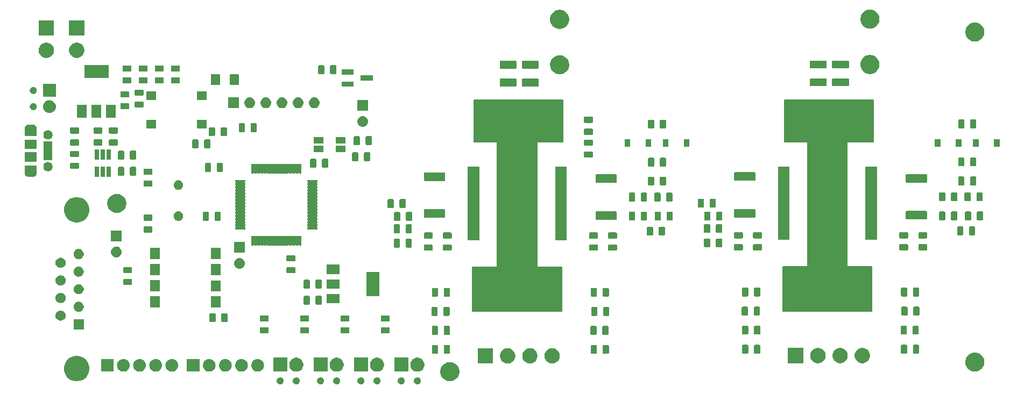
<source format=gbr>
G04 #@! TF.GenerationSoftware,KiCad,Pcbnew,(5.0.1-3-g963ef8bb5)*
G04 #@! TF.CreationDate,2019-03-13T09:11:41+01:00*
G04 #@! TF.ProjectId,Arm_stepper,41726D5F737465707065722E6B696361,rev?*
G04 #@! TF.SameCoordinates,Original*
G04 #@! TF.FileFunction,Soldermask,Top*
G04 #@! TF.FilePolarity,Negative*
%FSLAX46Y46*%
G04 Gerber Fmt 4.6, Leading zero omitted, Abs format (unit mm)*
G04 Created by KiCad (PCBNEW (5.0.1-3-g963ef8bb5)) date 2019 March 13, Wednesday 09:11:41*
%MOMM*%
%LPD*%
G01*
G04 APERTURE LIST*
%ADD10C,0.150000*%
%ADD11C,0.100000*%
G04 APERTURE END LIST*
D10*
G36*
X157810000Y-136960000D02*
X171810000Y-136960000D01*
X171810000Y-143960000D01*
X157810000Y-143960000D01*
X157810000Y-136960000D01*
G37*
X157810000Y-136960000D02*
X171810000Y-136960000D01*
X171810000Y-143960000D01*
X157810000Y-143960000D01*
X157810000Y-136960000D01*
G36*
X158030000Y-110704000D02*
X172000000Y-110704000D01*
X172000000Y-117308000D01*
X158030000Y-117308000D01*
X158030000Y-110704000D01*
G37*
X158030000Y-110704000D02*
X172000000Y-110704000D01*
X172000000Y-117308000D01*
X158030000Y-117308000D01*
X158030000Y-110704000D01*
G36*
X109220000Y-110744000D02*
X123190000Y-110744000D01*
X123190000Y-117348000D01*
X109220000Y-117348000D01*
X109220000Y-110744000D01*
G37*
X109220000Y-110744000D02*
X123190000Y-110744000D01*
X123190000Y-117348000D01*
X109220000Y-117348000D01*
X109220000Y-110744000D01*
G36*
X109000000Y-137000000D02*
X123000000Y-137000000D01*
X123000000Y-144000000D01*
X109000000Y-144000000D01*
X109000000Y-137000000D01*
G37*
X109000000Y-137000000D02*
X123000000Y-137000000D01*
X123000000Y-144000000D01*
X109000000Y-144000000D01*
X109000000Y-137000000D01*
D11*
G36*
X100379590Y-154397045D02*
X100450429Y-154411136D01*
X100550523Y-154452597D01*
X100640607Y-154512789D01*
X100717211Y-154589393D01*
X100717213Y-154589396D01*
X100777403Y-154679477D01*
X100818864Y-154779571D01*
X100818864Y-154779573D01*
X100840000Y-154885829D01*
X100840000Y-154994171D01*
X100836851Y-155010000D01*
X100818864Y-155100429D01*
X100777403Y-155200523D01*
X100717211Y-155290607D01*
X100640607Y-155367211D01*
X100640604Y-155367213D01*
X100550523Y-155427403D01*
X100450429Y-155468864D01*
X100379590Y-155482955D01*
X100344171Y-155490000D01*
X100235829Y-155490000D01*
X100200410Y-155482955D01*
X100129571Y-155468864D01*
X100029477Y-155427403D01*
X99939396Y-155367213D01*
X99939393Y-155367211D01*
X99862789Y-155290607D01*
X99802597Y-155200523D01*
X99761136Y-155100429D01*
X99743149Y-155010000D01*
X99740000Y-154994171D01*
X99740000Y-154885829D01*
X99761136Y-154779573D01*
X99761136Y-154779571D01*
X99802597Y-154679477D01*
X99862787Y-154589396D01*
X99862789Y-154589393D01*
X99939393Y-154512789D01*
X100029477Y-154452597D01*
X100129571Y-154411136D01*
X100200410Y-154397045D01*
X100235829Y-154390000D01*
X100344171Y-154390000D01*
X100379590Y-154397045D01*
X100379590Y-154397045D01*
G37*
G36*
X97839590Y-154397045D02*
X97910429Y-154411136D01*
X98010523Y-154452597D01*
X98100607Y-154512789D01*
X98177211Y-154589393D01*
X98177213Y-154589396D01*
X98237403Y-154679477D01*
X98278864Y-154779571D01*
X98278864Y-154779573D01*
X98300000Y-154885829D01*
X98300000Y-154994171D01*
X98296851Y-155010000D01*
X98278864Y-155100429D01*
X98237403Y-155200523D01*
X98177211Y-155290607D01*
X98100607Y-155367211D01*
X98100604Y-155367213D01*
X98010523Y-155427403D01*
X97910429Y-155468864D01*
X97839590Y-155482955D01*
X97804171Y-155490000D01*
X97695829Y-155490000D01*
X97660410Y-155482955D01*
X97589571Y-155468864D01*
X97489477Y-155427403D01*
X97399396Y-155367213D01*
X97399393Y-155367211D01*
X97322789Y-155290607D01*
X97262597Y-155200523D01*
X97221136Y-155100429D01*
X97203149Y-155010000D01*
X97200000Y-154994171D01*
X97200000Y-154885829D01*
X97221136Y-154779573D01*
X97221136Y-154779571D01*
X97262597Y-154679477D01*
X97322787Y-154589396D01*
X97322789Y-154589393D01*
X97399393Y-154512789D01*
X97489477Y-154452597D01*
X97589571Y-154411136D01*
X97660410Y-154397045D01*
X97695829Y-154390000D01*
X97804171Y-154390000D01*
X97839590Y-154397045D01*
X97839590Y-154397045D01*
G37*
G36*
X94029590Y-154397045D02*
X94100429Y-154411136D01*
X94200523Y-154452597D01*
X94290607Y-154512789D01*
X94367211Y-154589393D01*
X94367213Y-154589396D01*
X94427403Y-154679477D01*
X94468864Y-154779571D01*
X94468864Y-154779573D01*
X94490000Y-154885829D01*
X94490000Y-154994171D01*
X94486851Y-155010000D01*
X94468864Y-155100429D01*
X94427403Y-155200523D01*
X94367211Y-155290607D01*
X94290607Y-155367211D01*
X94290604Y-155367213D01*
X94200523Y-155427403D01*
X94100429Y-155468864D01*
X94029590Y-155482955D01*
X93994171Y-155490000D01*
X93885829Y-155490000D01*
X93850410Y-155482955D01*
X93779571Y-155468864D01*
X93679477Y-155427403D01*
X93589396Y-155367213D01*
X93589393Y-155367211D01*
X93512789Y-155290607D01*
X93452597Y-155200523D01*
X93411136Y-155100429D01*
X93393149Y-155010000D01*
X93390000Y-154994171D01*
X93390000Y-154885829D01*
X93411136Y-154779573D01*
X93411136Y-154779571D01*
X93452597Y-154679477D01*
X93512787Y-154589396D01*
X93512789Y-154589393D01*
X93589393Y-154512789D01*
X93679477Y-154452597D01*
X93779571Y-154411136D01*
X93850410Y-154397045D01*
X93885829Y-154390000D01*
X93994171Y-154390000D01*
X94029590Y-154397045D01*
X94029590Y-154397045D01*
G37*
G36*
X91489590Y-154397045D02*
X91560429Y-154411136D01*
X91660523Y-154452597D01*
X91750607Y-154512789D01*
X91827211Y-154589393D01*
X91827213Y-154589396D01*
X91887403Y-154679477D01*
X91928864Y-154779571D01*
X91928864Y-154779573D01*
X91950000Y-154885829D01*
X91950000Y-154994171D01*
X91946851Y-155010000D01*
X91928864Y-155100429D01*
X91887403Y-155200523D01*
X91827211Y-155290607D01*
X91750607Y-155367211D01*
X91750604Y-155367213D01*
X91660523Y-155427403D01*
X91560429Y-155468864D01*
X91489590Y-155482955D01*
X91454171Y-155490000D01*
X91345829Y-155490000D01*
X91310410Y-155482955D01*
X91239571Y-155468864D01*
X91139477Y-155427403D01*
X91049396Y-155367213D01*
X91049393Y-155367211D01*
X90972789Y-155290607D01*
X90912597Y-155200523D01*
X90871136Y-155100429D01*
X90853149Y-155010000D01*
X90850000Y-154994171D01*
X90850000Y-154885829D01*
X90871136Y-154779573D01*
X90871136Y-154779571D01*
X90912597Y-154679477D01*
X90972787Y-154589396D01*
X90972789Y-154589393D01*
X91049393Y-154512789D01*
X91139477Y-154452597D01*
X91239571Y-154411136D01*
X91310410Y-154397045D01*
X91345829Y-154390000D01*
X91454171Y-154390000D01*
X91489590Y-154397045D01*
X91489590Y-154397045D01*
G37*
G36*
X87679590Y-154397045D02*
X87750429Y-154411136D01*
X87850523Y-154452597D01*
X87940607Y-154512789D01*
X88017211Y-154589393D01*
X88017213Y-154589396D01*
X88077403Y-154679477D01*
X88118864Y-154779571D01*
X88118864Y-154779573D01*
X88140000Y-154885829D01*
X88140000Y-154994171D01*
X88136851Y-155010000D01*
X88118864Y-155100429D01*
X88077403Y-155200523D01*
X88017211Y-155290607D01*
X87940607Y-155367211D01*
X87940604Y-155367213D01*
X87850523Y-155427403D01*
X87750429Y-155468864D01*
X87679590Y-155482955D01*
X87644171Y-155490000D01*
X87535829Y-155490000D01*
X87500410Y-155482955D01*
X87429571Y-155468864D01*
X87329477Y-155427403D01*
X87239396Y-155367213D01*
X87239393Y-155367211D01*
X87162789Y-155290607D01*
X87102597Y-155200523D01*
X87061136Y-155100429D01*
X87043149Y-155010000D01*
X87040000Y-154994171D01*
X87040000Y-154885829D01*
X87061136Y-154779573D01*
X87061136Y-154779571D01*
X87102597Y-154679477D01*
X87162787Y-154589396D01*
X87162789Y-154589393D01*
X87239393Y-154512789D01*
X87329477Y-154452597D01*
X87429571Y-154411136D01*
X87500410Y-154397045D01*
X87535829Y-154390000D01*
X87644171Y-154390000D01*
X87679590Y-154397045D01*
X87679590Y-154397045D01*
G37*
G36*
X85139590Y-154397045D02*
X85210429Y-154411136D01*
X85310523Y-154452597D01*
X85400607Y-154512789D01*
X85477211Y-154589393D01*
X85477213Y-154589396D01*
X85537403Y-154679477D01*
X85578864Y-154779571D01*
X85578864Y-154779573D01*
X85600000Y-154885829D01*
X85600000Y-154994171D01*
X85596851Y-155010000D01*
X85578864Y-155100429D01*
X85537403Y-155200523D01*
X85477211Y-155290607D01*
X85400607Y-155367211D01*
X85400604Y-155367213D01*
X85310523Y-155427403D01*
X85210429Y-155468864D01*
X85139590Y-155482955D01*
X85104171Y-155490000D01*
X84995829Y-155490000D01*
X84960410Y-155482955D01*
X84889571Y-155468864D01*
X84789477Y-155427403D01*
X84699396Y-155367213D01*
X84699393Y-155367211D01*
X84622789Y-155290607D01*
X84562597Y-155200523D01*
X84521136Y-155100429D01*
X84503149Y-155010000D01*
X84500000Y-154994171D01*
X84500000Y-154885829D01*
X84521136Y-154779573D01*
X84521136Y-154779571D01*
X84562597Y-154679477D01*
X84622787Y-154589396D01*
X84622789Y-154589393D01*
X84699393Y-154512789D01*
X84789477Y-154452597D01*
X84889571Y-154411136D01*
X84960410Y-154397045D01*
X84995829Y-154390000D01*
X85104171Y-154390000D01*
X85139590Y-154397045D01*
X85139590Y-154397045D01*
G37*
G36*
X81329590Y-154397045D02*
X81400429Y-154411136D01*
X81500523Y-154452597D01*
X81590607Y-154512789D01*
X81667211Y-154589393D01*
X81667213Y-154589396D01*
X81727403Y-154679477D01*
X81768864Y-154779571D01*
X81768864Y-154779573D01*
X81790000Y-154885829D01*
X81790000Y-154994171D01*
X81786851Y-155010000D01*
X81768864Y-155100429D01*
X81727403Y-155200523D01*
X81667211Y-155290607D01*
X81590607Y-155367211D01*
X81590604Y-155367213D01*
X81500523Y-155427403D01*
X81400429Y-155468864D01*
X81329590Y-155482955D01*
X81294171Y-155490000D01*
X81185829Y-155490000D01*
X81150410Y-155482955D01*
X81079571Y-155468864D01*
X80979477Y-155427403D01*
X80889396Y-155367213D01*
X80889393Y-155367211D01*
X80812789Y-155290607D01*
X80752597Y-155200523D01*
X80711136Y-155100429D01*
X80693149Y-155010000D01*
X80690000Y-154994171D01*
X80690000Y-154885829D01*
X80711136Y-154779573D01*
X80711136Y-154779571D01*
X80752597Y-154679477D01*
X80812787Y-154589396D01*
X80812789Y-154589393D01*
X80889393Y-154512789D01*
X80979477Y-154452597D01*
X81079571Y-154411136D01*
X81150410Y-154397045D01*
X81185829Y-154390000D01*
X81294171Y-154390000D01*
X81329590Y-154397045D01*
X81329590Y-154397045D01*
G37*
G36*
X78789590Y-154397045D02*
X78860429Y-154411136D01*
X78960523Y-154452597D01*
X79050607Y-154512789D01*
X79127211Y-154589393D01*
X79127213Y-154589396D01*
X79187403Y-154679477D01*
X79228864Y-154779571D01*
X79228864Y-154779573D01*
X79250000Y-154885829D01*
X79250000Y-154994171D01*
X79246851Y-155010000D01*
X79228864Y-155100429D01*
X79187403Y-155200523D01*
X79127211Y-155290607D01*
X79050607Y-155367211D01*
X79050604Y-155367213D01*
X78960523Y-155427403D01*
X78860429Y-155468864D01*
X78789590Y-155482955D01*
X78754171Y-155490000D01*
X78645829Y-155490000D01*
X78610410Y-155482955D01*
X78539571Y-155468864D01*
X78439477Y-155427403D01*
X78349396Y-155367213D01*
X78349393Y-155367211D01*
X78272789Y-155290607D01*
X78212597Y-155200523D01*
X78171136Y-155100429D01*
X78153149Y-155010000D01*
X78150000Y-154994171D01*
X78150000Y-154885829D01*
X78171136Y-154779573D01*
X78171136Y-154779571D01*
X78212597Y-154679477D01*
X78272787Y-154589396D01*
X78272789Y-154589393D01*
X78349393Y-154512789D01*
X78439477Y-154452597D01*
X78539571Y-154411136D01*
X78610410Y-154397045D01*
X78645829Y-154390000D01*
X78754171Y-154390000D01*
X78789590Y-154397045D01*
X78789590Y-154397045D01*
G37*
G36*
X47273378Y-151086859D02*
X47637354Y-151237622D01*
X47964929Y-151456501D01*
X48243499Y-151735071D01*
X48462378Y-152062646D01*
X48613141Y-152426622D01*
X48690000Y-152813016D01*
X48690000Y-153206984D01*
X48613141Y-153593378D01*
X48462378Y-153957354D01*
X48243499Y-154284929D01*
X47964929Y-154563499D01*
X47637354Y-154782378D01*
X47273378Y-154933141D01*
X46886984Y-155010000D01*
X46493016Y-155010000D01*
X46106622Y-154933141D01*
X45742646Y-154782378D01*
X45415071Y-154563499D01*
X45136501Y-154284929D01*
X44917622Y-153957354D01*
X44766859Y-153593378D01*
X44690000Y-153206984D01*
X44690000Y-152813016D01*
X44766859Y-152426622D01*
X44917622Y-152062646D01*
X45136501Y-151735071D01*
X45415071Y-151456501D01*
X45742646Y-151237622D01*
X46106622Y-151086859D01*
X46493016Y-151010000D01*
X46886984Y-151010000D01*
X47273378Y-151086859D01*
X47273378Y-151086859D01*
G37*
G36*
X105740935Y-152038429D02*
X105837534Y-152057644D01*
X105977607Y-152115664D01*
X106069879Y-152153884D01*
X106110517Y-152170717D01*
X106310085Y-152304065D01*
X106356197Y-152334876D01*
X106565124Y-152543803D01*
X106729284Y-152789485D01*
X106842356Y-153062467D01*
X106900000Y-153352261D01*
X106900000Y-153647739D01*
X106842356Y-153937533D01*
X106729284Y-154210515D01*
X106565124Y-154456197D01*
X106356197Y-154665124D01*
X106356194Y-154665126D01*
X106110517Y-154829283D01*
X105837534Y-154942356D01*
X105740935Y-154961571D01*
X105547739Y-155000000D01*
X105252261Y-155000000D01*
X105059065Y-154961571D01*
X104962466Y-154942356D01*
X104689483Y-154829283D01*
X104443806Y-154665126D01*
X104443803Y-154665124D01*
X104234876Y-154456197D01*
X104070716Y-154210515D01*
X103957644Y-153937533D01*
X103900000Y-153647739D01*
X103900000Y-153352261D01*
X103957644Y-153062467D01*
X104070716Y-152789485D01*
X104234876Y-152543803D01*
X104443803Y-152334876D01*
X104489915Y-152304065D01*
X104689483Y-152170717D01*
X104730122Y-152153884D01*
X104822393Y-152115664D01*
X104962466Y-152057644D01*
X105059065Y-152038429D01*
X105252261Y-152000000D01*
X105547739Y-152000000D01*
X105740935Y-152038429D01*
X105740935Y-152038429D01*
G37*
G36*
X79800000Y-153500000D02*
X77600000Y-153500000D01*
X77600000Y-151300000D01*
X79800000Y-151300000D01*
X79800000Y-153500000D01*
X79800000Y-153500000D01*
G37*
G36*
X188340935Y-150538429D02*
X188437534Y-150557644D01*
X188563870Y-150609974D01*
X188674804Y-150655924D01*
X188710517Y-150670717D01*
X188952920Y-150832687D01*
X188956197Y-150834876D01*
X189165124Y-151043803D01*
X189165126Y-151043806D01*
X189329283Y-151289483D01*
X189435361Y-151545578D01*
X189442356Y-151562467D01*
X189500000Y-151852261D01*
X189500000Y-152147739D01*
X189471372Y-152291659D01*
X189444527Y-152426622D01*
X189442356Y-152437533D01*
X189329284Y-152710515D01*
X189165124Y-152956197D01*
X188956197Y-153165124D01*
X188956194Y-153165126D01*
X188710517Y-153329283D01*
X188710516Y-153329284D01*
X188710515Y-153329284D01*
X188696553Y-153335067D01*
X188437534Y-153442356D01*
X188360258Y-153457727D01*
X188147739Y-153500000D01*
X187852261Y-153500000D01*
X187639742Y-153457727D01*
X187562466Y-153442356D01*
X187303447Y-153335067D01*
X187289485Y-153329284D01*
X187289484Y-153329284D01*
X187289483Y-153329283D01*
X187043806Y-153165126D01*
X187043803Y-153165124D01*
X186834876Y-152956197D01*
X186670716Y-152710515D01*
X186557644Y-152437533D01*
X186555474Y-152426622D01*
X186528628Y-152291659D01*
X186500000Y-152147739D01*
X186500000Y-151852261D01*
X186557644Y-151562467D01*
X186564640Y-151545578D01*
X186670717Y-151289483D01*
X186834874Y-151043806D01*
X186834876Y-151043803D01*
X187043803Y-150834876D01*
X187047080Y-150832687D01*
X187289483Y-150670717D01*
X187325197Y-150655924D01*
X187436130Y-150609974D01*
X187562466Y-150557644D01*
X187659065Y-150538429D01*
X187852261Y-150500000D01*
X188147739Y-150500000D01*
X188340935Y-150538429D01*
X188340935Y-150538429D01*
G37*
G36*
X81560857Y-151342272D02*
X81761042Y-151425191D01*
X81761045Y-151425193D01*
X81915523Y-151528412D01*
X81941213Y-151545578D01*
X82094422Y-151698787D01*
X82094424Y-151698790D01*
X82094425Y-151698791D01*
X82138634Y-151764955D01*
X82214809Y-151878958D01*
X82297728Y-152079143D01*
X82340000Y-152291658D01*
X82340000Y-152508342D01*
X82297728Y-152720857D01*
X82214809Y-152921042D01*
X82214807Y-152921045D01*
X82120312Y-153062467D01*
X82094422Y-153101213D01*
X81941213Y-153254422D01*
X81761042Y-153374809D01*
X81560857Y-153457728D01*
X81348342Y-153500000D01*
X81131658Y-153500000D01*
X80919143Y-153457728D01*
X80718958Y-153374809D01*
X80538787Y-153254422D01*
X80385578Y-153101213D01*
X80359689Y-153062467D01*
X80265193Y-152921045D01*
X80265191Y-152921042D01*
X80182272Y-152720857D01*
X80140000Y-152508342D01*
X80140000Y-152291658D01*
X80182272Y-152079143D01*
X80265191Y-151878958D01*
X80341366Y-151764955D01*
X80385575Y-151698791D01*
X80385576Y-151698790D01*
X80385578Y-151698787D01*
X80538787Y-151545578D01*
X80564478Y-151528412D01*
X80718955Y-151425193D01*
X80718958Y-151425191D01*
X80919143Y-151342272D01*
X81131658Y-151300000D01*
X81348342Y-151300000D01*
X81560857Y-151342272D01*
X81560857Y-151342272D01*
G37*
G36*
X98850000Y-153500000D02*
X96650000Y-153500000D01*
X96650000Y-151300000D01*
X98850000Y-151300000D01*
X98850000Y-153500000D01*
X98850000Y-153500000D01*
G37*
G36*
X86150000Y-153500000D02*
X83950000Y-153500000D01*
X83950000Y-151300000D01*
X86150000Y-151300000D01*
X86150000Y-153500000D01*
X86150000Y-153500000D01*
G37*
G36*
X100610857Y-151342272D02*
X100811042Y-151425191D01*
X100811045Y-151425193D01*
X100965523Y-151528412D01*
X100991213Y-151545578D01*
X101144422Y-151698787D01*
X101144424Y-151698790D01*
X101144425Y-151698791D01*
X101188634Y-151764955D01*
X101264809Y-151878958D01*
X101347728Y-152079143D01*
X101390000Y-152291658D01*
X101390000Y-152508342D01*
X101347728Y-152720857D01*
X101264809Y-152921042D01*
X101264807Y-152921045D01*
X101170312Y-153062467D01*
X101144422Y-153101213D01*
X100991213Y-153254422D01*
X100811042Y-153374809D01*
X100610857Y-153457728D01*
X100398342Y-153500000D01*
X100181658Y-153500000D01*
X99969143Y-153457728D01*
X99768958Y-153374809D01*
X99588787Y-153254422D01*
X99435578Y-153101213D01*
X99409689Y-153062467D01*
X99315193Y-152921045D01*
X99315191Y-152921042D01*
X99232272Y-152720857D01*
X99190000Y-152508342D01*
X99190000Y-152291658D01*
X99232272Y-152079143D01*
X99315191Y-151878958D01*
X99391366Y-151764955D01*
X99435575Y-151698791D01*
X99435576Y-151698790D01*
X99435578Y-151698787D01*
X99588787Y-151545578D01*
X99614478Y-151528412D01*
X99768955Y-151425193D01*
X99768958Y-151425191D01*
X99969143Y-151342272D01*
X100181658Y-151300000D01*
X100398342Y-151300000D01*
X100610857Y-151342272D01*
X100610857Y-151342272D01*
G37*
G36*
X87910857Y-151342272D02*
X88111042Y-151425191D01*
X88111045Y-151425193D01*
X88265523Y-151528412D01*
X88291213Y-151545578D01*
X88444422Y-151698787D01*
X88444424Y-151698790D01*
X88444425Y-151698791D01*
X88488634Y-151764955D01*
X88564809Y-151878958D01*
X88647728Y-152079143D01*
X88690000Y-152291658D01*
X88690000Y-152508342D01*
X88647728Y-152720857D01*
X88564809Y-152921042D01*
X88564807Y-152921045D01*
X88470312Y-153062467D01*
X88444422Y-153101213D01*
X88291213Y-153254422D01*
X88111042Y-153374809D01*
X87910857Y-153457728D01*
X87698342Y-153500000D01*
X87481658Y-153500000D01*
X87269143Y-153457728D01*
X87068958Y-153374809D01*
X86888787Y-153254422D01*
X86735578Y-153101213D01*
X86709689Y-153062467D01*
X86615193Y-152921045D01*
X86615191Y-152921042D01*
X86532272Y-152720857D01*
X86490000Y-152508342D01*
X86490000Y-152291658D01*
X86532272Y-152079143D01*
X86615191Y-151878958D01*
X86691366Y-151764955D01*
X86735575Y-151698791D01*
X86735576Y-151698790D01*
X86735578Y-151698787D01*
X86888787Y-151545578D01*
X86914478Y-151528412D01*
X87068955Y-151425193D01*
X87068958Y-151425191D01*
X87269143Y-151342272D01*
X87481658Y-151300000D01*
X87698342Y-151300000D01*
X87910857Y-151342272D01*
X87910857Y-151342272D01*
G37*
G36*
X92500000Y-153500000D02*
X90300000Y-153500000D01*
X90300000Y-151300000D01*
X92500000Y-151300000D01*
X92500000Y-153500000D01*
X92500000Y-153500000D01*
G37*
G36*
X94260857Y-151342272D02*
X94461042Y-151425191D01*
X94461045Y-151425193D01*
X94615523Y-151528412D01*
X94641213Y-151545578D01*
X94794422Y-151698787D01*
X94794424Y-151698790D01*
X94794425Y-151698791D01*
X94838634Y-151764955D01*
X94914809Y-151878958D01*
X94997728Y-152079143D01*
X95040000Y-152291658D01*
X95040000Y-152508342D01*
X94997728Y-152720857D01*
X94914809Y-152921042D01*
X94914807Y-152921045D01*
X94820312Y-153062467D01*
X94794422Y-153101213D01*
X94641213Y-153254422D01*
X94461042Y-153374809D01*
X94260857Y-153457728D01*
X94048342Y-153500000D01*
X93831658Y-153500000D01*
X93619143Y-153457728D01*
X93418958Y-153374809D01*
X93238787Y-153254422D01*
X93085578Y-153101213D01*
X93059689Y-153062467D01*
X92965193Y-152921045D01*
X92965191Y-152921042D01*
X92882272Y-152720857D01*
X92840000Y-152508342D01*
X92840000Y-152291658D01*
X92882272Y-152079143D01*
X92965191Y-151878958D01*
X93041366Y-151764955D01*
X93085575Y-151698791D01*
X93085576Y-151698790D01*
X93085578Y-151698787D01*
X93238787Y-151545578D01*
X93264478Y-151528412D01*
X93418955Y-151425193D01*
X93418958Y-151425191D01*
X93619143Y-151342272D01*
X93831658Y-151300000D01*
X94048342Y-151300000D01*
X94260857Y-151342272D01*
X94260857Y-151342272D01*
G37*
G36*
X72794958Y-151512906D02*
X72815935Y-151514972D01*
X72860240Y-151528412D01*
X73004339Y-151572124D01*
X73177974Y-151664933D01*
X73330166Y-151789834D01*
X73455067Y-151942026D01*
X73547876Y-152115661D01*
X73573460Y-152200000D01*
X73601265Y-152291659D01*
X73605028Y-152304066D01*
X73624326Y-152500000D01*
X73620011Y-152543806D01*
X73605028Y-152695935D01*
X73590740Y-152743035D01*
X73547876Y-152884339D01*
X73455067Y-153057974D01*
X73330166Y-153210166D01*
X73177974Y-153335067D01*
X73004339Y-153427876D01*
X72863035Y-153470740D01*
X72815935Y-153485028D01*
X72794958Y-153487094D01*
X72669100Y-153499490D01*
X72570900Y-153499490D01*
X72445042Y-153487094D01*
X72424065Y-153485028D01*
X72376965Y-153470740D01*
X72235661Y-153427876D01*
X72062026Y-153335067D01*
X71909834Y-153210166D01*
X71784933Y-153057974D01*
X71692124Y-152884339D01*
X71649260Y-152743035D01*
X71634972Y-152695935D01*
X71619989Y-152543806D01*
X71615674Y-152500000D01*
X71634972Y-152304066D01*
X71638736Y-152291659D01*
X71666540Y-152200000D01*
X71692124Y-152115661D01*
X71784933Y-151942026D01*
X71909834Y-151789834D01*
X72062026Y-151664933D01*
X72235661Y-151572124D01*
X72379760Y-151528412D01*
X72424065Y-151514972D01*
X72445042Y-151512906D01*
X72570900Y-151500510D01*
X72669100Y-151500510D01*
X72794958Y-151512906D01*
X72794958Y-151512906D01*
G37*
G36*
X52499490Y-153499490D02*
X50500510Y-153499490D01*
X50500510Y-151500510D01*
X52499490Y-151500510D01*
X52499490Y-153499490D01*
X52499490Y-153499490D01*
G37*
G36*
X65999490Y-153499490D02*
X64000510Y-153499490D01*
X64000510Y-151500510D01*
X65999490Y-151500510D01*
X65999490Y-153499490D01*
X65999490Y-153499490D01*
G37*
G36*
X67714958Y-151512906D02*
X67735935Y-151514972D01*
X67780240Y-151528412D01*
X67924339Y-151572124D01*
X68097974Y-151664933D01*
X68250166Y-151789834D01*
X68375067Y-151942026D01*
X68467876Y-152115661D01*
X68493460Y-152200000D01*
X68521265Y-152291659D01*
X68525028Y-152304066D01*
X68544326Y-152500000D01*
X68540011Y-152543806D01*
X68525028Y-152695935D01*
X68510740Y-152743035D01*
X68467876Y-152884339D01*
X68375067Y-153057974D01*
X68250166Y-153210166D01*
X68097974Y-153335067D01*
X67924339Y-153427876D01*
X67783035Y-153470740D01*
X67735935Y-153485028D01*
X67714958Y-153487094D01*
X67589100Y-153499490D01*
X67490900Y-153499490D01*
X67365042Y-153487094D01*
X67344065Y-153485028D01*
X67296965Y-153470740D01*
X67155661Y-153427876D01*
X66982026Y-153335067D01*
X66829834Y-153210166D01*
X66704933Y-153057974D01*
X66612124Y-152884339D01*
X66569260Y-152743035D01*
X66554972Y-152695935D01*
X66539989Y-152543806D01*
X66535674Y-152500000D01*
X66554972Y-152304066D01*
X66558736Y-152291659D01*
X66586540Y-152200000D01*
X66612124Y-152115661D01*
X66704933Y-151942026D01*
X66829834Y-151789834D01*
X66982026Y-151664933D01*
X67155661Y-151572124D01*
X67299760Y-151528412D01*
X67344065Y-151514972D01*
X67365042Y-151512906D01*
X67490900Y-151500510D01*
X67589100Y-151500510D01*
X67714958Y-151512906D01*
X67714958Y-151512906D01*
G37*
G36*
X70254958Y-151512906D02*
X70275935Y-151514972D01*
X70320240Y-151528412D01*
X70464339Y-151572124D01*
X70637974Y-151664933D01*
X70790166Y-151789834D01*
X70915067Y-151942026D01*
X71007876Y-152115661D01*
X71033460Y-152200000D01*
X71061265Y-152291659D01*
X71065028Y-152304066D01*
X71084326Y-152500000D01*
X71080011Y-152543806D01*
X71065028Y-152695935D01*
X71050740Y-152743035D01*
X71007876Y-152884339D01*
X70915067Y-153057974D01*
X70790166Y-153210166D01*
X70637974Y-153335067D01*
X70464339Y-153427876D01*
X70323035Y-153470740D01*
X70275935Y-153485028D01*
X70254958Y-153487094D01*
X70129100Y-153499490D01*
X70030900Y-153499490D01*
X69905042Y-153487094D01*
X69884065Y-153485028D01*
X69836965Y-153470740D01*
X69695661Y-153427876D01*
X69522026Y-153335067D01*
X69369834Y-153210166D01*
X69244933Y-153057974D01*
X69152124Y-152884339D01*
X69109260Y-152743035D01*
X69094972Y-152695935D01*
X69079989Y-152543806D01*
X69075674Y-152500000D01*
X69094972Y-152304066D01*
X69098736Y-152291659D01*
X69126540Y-152200000D01*
X69152124Y-152115661D01*
X69244933Y-151942026D01*
X69369834Y-151789834D01*
X69522026Y-151664933D01*
X69695661Y-151572124D01*
X69839760Y-151528412D01*
X69884065Y-151514972D01*
X69905042Y-151512906D01*
X70030900Y-151500510D01*
X70129100Y-151500510D01*
X70254958Y-151512906D01*
X70254958Y-151512906D01*
G37*
G36*
X75334958Y-151512906D02*
X75355935Y-151514972D01*
X75400240Y-151528412D01*
X75544339Y-151572124D01*
X75717974Y-151664933D01*
X75870166Y-151789834D01*
X75995067Y-151942026D01*
X76087876Y-152115661D01*
X76113460Y-152200000D01*
X76141265Y-152291659D01*
X76145028Y-152304066D01*
X76164326Y-152500000D01*
X76160011Y-152543806D01*
X76145028Y-152695935D01*
X76130740Y-152743035D01*
X76087876Y-152884339D01*
X75995067Y-153057974D01*
X75870166Y-153210166D01*
X75717974Y-153335067D01*
X75544339Y-153427876D01*
X75403035Y-153470740D01*
X75355935Y-153485028D01*
X75334958Y-153487094D01*
X75209100Y-153499490D01*
X75110900Y-153499490D01*
X74985042Y-153487094D01*
X74964065Y-153485028D01*
X74916965Y-153470740D01*
X74775661Y-153427876D01*
X74602026Y-153335067D01*
X74449834Y-153210166D01*
X74324933Y-153057974D01*
X74232124Y-152884339D01*
X74189260Y-152743035D01*
X74174972Y-152695935D01*
X74159989Y-152543806D01*
X74155674Y-152500000D01*
X74174972Y-152304066D01*
X74178736Y-152291659D01*
X74206540Y-152200000D01*
X74232124Y-152115661D01*
X74324933Y-151942026D01*
X74449834Y-151789834D01*
X74602026Y-151664933D01*
X74775661Y-151572124D01*
X74919760Y-151528412D01*
X74964065Y-151514972D01*
X74985042Y-151512906D01*
X75110900Y-151500510D01*
X75209100Y-151500510D01*
X75334958Y-151512906D01*
X75334958Y-151512906D01*
G37*
G36*
X59294958Y-151512906D02*
X59315935Y-151514972D01*
X59360240Y-151528412D01*
X59504339Y-151572124D01*
X59677974Y-151664933D01*
X59830166Y-151789834D01*
X59955067Y-151942026D01*
X60047876Y-152115661D01*
X60073460Y-152200000D01*
X60101265Y-152291659D01*
X60105028Y-152304066D01*
X60124326Y-152500000D01*
X60120011Y-152543806D01*
X60105028Y-152695935D01*
X60090740Y-152743035D01*
X60047876Y-152884339D01*
X59955067Y-153057974D01*
X59830166Y-153210166D01*
X59677974Y-153335067D01*
X59504339Y-153427876D01*
X59363035Y-153470740D01*
X59315935Y-153485028D01*
X59294958Y-153487094D01*
X59169100Y-153499490D01*
X59070900Y-153499490D01*
X58945042Y-153487094D01*
X58924065Y-153485028D01*
X58876965Y-153470740D01*
X58735661Y-153427876D01*
X58562026Y-153335067D01*
X58409834Y-153210166D01*
X58284933Y-153057974D01*
X58192124Y-152884339D01*
X58149260Y-152743035D01*
X58134972Y-152695935D01*
X58119989Y-152543806D01*
X58115674Y-152500000D01*
X58134972Y-152304066D01*
X58138736Y-152291659D01*
X58166540Y-152200000D01*
X58192124Y-152115661D01*
X58284933Y-151942026D01*
X58409834Y-151789834D01*
X58562026Y-151664933D01*
X58735661Y-151572124D01*
X58879760Y-151528412D01*
X58924065Y-151514972D01*
X58945042Y-151512906D01*
X59070900Y-151500510D01*
X59169100Y-151500510D01*
X59294958Y-151512906D01*
X59294958Y-151512906D01*
G37*
G36*
X54214958Y-151512906D02*
X54235935Y-151514972D01*
X54280240Y-151528412D01*
X54424339Y-151572124D01*
X54597974Y-151664933D01*
X54750166Y-151789834D01*
X54875067Y-151942026D01*
X54967876Y-152115661D01*
X54993460Y-152200000D01*
X55021265Y-152291659D01*
X55025028Y-152304066D01*
X55044326Y-152500000D01*
X55040011Y-152543806D01*
X55025028Y-152695935D01*
X55010740Y-152743035D01*
X54967876Y-152884339D01*
X54875067Y-153057974D01*
X54750166Y-153210166D01*
X54597974Y-153335067D01*
X54424339Y-153427876D01*
X54283035Y-153470740D01*
X54235935Y-153485028D01*
X54214958Y-153487094D01*
X54089100Y-153499490D01*
X53990900Y-153499490D01*
X53865042Y-153487094D01*
X53844065Y-153485028D01*
X53796965Y-153470740D01*
X53655661Y-153427876D01*
X53482026Y-153335067D01*
X53329834Y-153210166D01*
X53204933Y-153057974D01*
X53112124Y-152884339D01*
X53069260Y-152743035D01*
X53054972Y-152695935D01*
X53039989Y-152543806D01*
X53035674Y-152500000D01*
X53054972Y-152304066D01*
X53058736Y-152291659D01*
X53086540Y-152200000D01*
X53112124Y-152115661D01*
X53204933Y-151942026D01*
X53329834Y-151789834D01*
X53482026Y-151664933D01*
X53655661Y-151572124D01*
X53799760Y-151528412D01*
X53844065Y-151514972D01*
X53865042Y-151512906D01*
X53990900Y-151500510D01*
X54089100Y-151500510D01*
X54214958Y-151512906D01*
X54214958Y-151512906D01*
G37*
G36*
X56754958Y-151512906D02*
X56775935Y-151514972D01*
X56820240Y-151528412D01*
X56964339Y-151572124D01*
X57137974Y-151664933D01*
X57290166Y-151789834D01*
X57415067Y-151942026D01*
X57507876Y-152115661D01*
X57533460Y-152200000D01*
X57561265Y-152291659D01*
X57565028Y-152304066D01*
X57584326Y-152500000D01*
X57580011Y-152543806D01*
X57565028Y-152695935D01*
X57550740Y-152743035D01*
X57507876Y-152884339D01*
X57415067Y-153057974D01*
X57290166Y-153210166D01*
X57137974Y-153335067D01*
X56964339Y-153427876D01*
X56823035Y-153470740D01*
X56775935Y-153485028D01*
X56754958Y-153487094D01*
X56629100Y-153499490D01*
X56530900Y-153499490D01*
X56405042Y-153487094D01*
X56384065Y-153485028D01*
X56336965Y-153470740D01*
X56195661Y-153427876D01*
X56022026Y-153335067D01*
X55869834Y-153210166D01*
X55744933Y-153057974D01*
X55652124Y-152884339D01*
X55609260Y-152743035D01*
X55594972Y-152695935D01*
X55579989Y-152543806D01*
X55575674Y-152500000D01*
X55594972Y-152304066D01*
X55598736Y-152291659D01*
X55626540Y-152200000D01*
X55652124Y-152115661D01*
X55744933Y-151942026D01*
X55869834Y-151789834D01*
X56022026Y-151664933D01*
X56195661Y-151572124D01*
X56339760Y-151528412D01*
X56384065Y-151514972D01*
X56405042Y-151512906D01*
X56530900Y-151500510D01*
X56629100Y-151500510D01*
X56754958Y-151512906D01*
X56754958Y-151512906D01*
G37*
G36*
X61834958Y-151512906D02*
X61855935Y-151514972D01*
X61900240Y-151528412D01*
X62044339Y-151572124D01*
X62217974Y-151664933D01*
X62370166Y-151789834D01*
X62495067Y-151942026D01*
X62587876Y-152115661D01*
X62613460Y-152200000D01*
X62641265Y-152291659D01*
X62645028Y-152304066D01*
X62664326Y-152500000D01*
X62660011Y-152543806D01*
X62645028Y-152695935D01*
X62630740Y-152743035D01*
X62587876Y-152884339D01*
X62495067Y-153057974D01*
X62370166Y-153210166D01*
X62217974Y-153335067D01*
X62044339Y-153427876D01*
X61903035Y-153470740D01*
X61855935Y-153485028D01*
X61834958Y-153487094D01*
X61709100Y-153499490D01*
X61610900Y-153499490D01*
X61485042Y-153487094D01*
X61464065Y-153485028D01*
X61416965Y-153470740D01*
X61275661Y-153427876D01*
X61102026Y-153335067D01*
X60949834Y-153210166D01*
X60824933Y-153057974D01*
X60732124Y-152884339D01*
X60689260Y-152743035D01*
X60674972Y-152695935D01*
X60659989Y-152543806D01*
X60655674Y-152500000D01*
X60674972Y-152304066D01*
X60678736Y-152291659D01*
X60706540Y-152200000D01*
X60732124Y-152115661D01*
X60824933Y-151942026D01*
X60949834Y-151789834D01*
X61102026Y-151664933D01*
X61275661Y-151572124D01*
X61419760Y-151528412D01*
X61464065Y-151514972D01*
X61485042Y-151512906D01*
X61610900Y-151500510D01*
X61709100Y-151500510D01*
X61834958Y-151512906D01*
X61834958Y-151512906D01*
G37*
G36*
X112200000Y-152200000D02*
X109800000Y-152200000D01*
X109800000Y-149800000D01*
X112200000Y-149800000D01*
X112200000Y-152200000D01*
X112200000Y-152200000D01*
G37*
G36*
X114850026Y-149846115D02*
X115068412Y-149936573D01*
X115264958Y-150067901D01*
X115432099Y-150235042D01*
X115563427Y-150431588D01*
X115653885Y-150649974D01*
X115700000Y-150881809D01*
X115700000Y-151118191D01*
X115653885Y-151350026D01*
X115563427Y-151568412D01*
X115432099Y-151764958D01*
X115264958Y-151932099D01*
X115068412Y-152063427D01*
X114850026Y-152153885D01*
X114618191Y-152200000D01*
X114381809Y-152200000D01*
X114149974Y-152153885D01*
X113931588Y-152063427D01*
X113735042Y-151932099D01*
X113567901Y-151764958D01*
X113436573Y-151568412D01*
X113346115Y-151350026D01*
X113300000Y-151118191D01*
X113300000Y-150881809D01*
X113346115Y-150649974D01*
X113436573Y-150431588D01*
X113567901Y-150235042D01*
X113735042Y-150067901D01*
X113931588Y-149936573D01*
X114149974Y-149846115D01*
X114381809Y-149800000D01*
X114618191Y-149800000D01*
X114850026Y-149846115D01*
X114850026Y-149846115D01*
G37*
G36*
X118350026Y-149846115D02*
X118568412Y-149936573D01*
X118764958Y-150067901D01*
X118932099Y-150235042D01*
X119063427Y-150431588D01*
X119153885Y-150649974D01*
X119200000Y-150881809D01*
X119200000Y-151118191D01*
X119153885Y-151350026D01*
X119063427Y-151568412D01*
X118932099Y-151764958D01*
X118764958Y-151932099D01*
X118568412Y-152063427D01*
X118350026Y-152153885D01*
X118118191Y-152200000D01*
X117881809Y-152200000D01*
X117649974Y-152153885D01*
X117431588Y-152063427D01*
X117235042Y-151932099D01*
X117067901Y-151764958D01*
X116936573Y-151568412D01*
X116846115Y-151350026D01*
X116800000Y-151118191D01*
X116800000Y-150881809D01*
X116846115Y-150649974D01*
X116936573Y-150431588D01*
X117067901Y-150235042D01*
X117235042Y-150067901D01*
X117431588Y-149936573D01*
X117649974Y-149846115D01*
X117881809Y-149800000D01*
X118118191Y-149800000D01*
X118350026Y-149846115D01*
X118350026Y-149846115D01*
G37*
G36*
X121850026Y-149846115D02*
X122068412Y-149936573D01*
X122264958Y-150067901D01*
X122432099Y-150235042D01*
X122563427Y-150431588D01*
X122653885Y-150649974D01*
X122700000Y-150881809D01*
X122700000Y-151118191D01*
X122653885Y-151350026D01*
X122563427Y-151568412D01*
X122432099Y-151764958D01*
X122264958Y-151932099D01*
X122068412Y-152063427D01*
X121850026Y-152153885D01*
X121618191Y-152200000D01*
X121381809Y-152200000D01*
X121149974Y-152153885D01*
X120931588Y-152063427D01*
X120735042Y-151932099D01*
X120567901Y-151764958D01*
X120436573Y-151568412D01*
X120346115Y-151350026D01*
X120300000Y-151118191D01*
X120300000Y-150881809D01*
X120346115Y-150649974D01*
X120436573Y-150431588D01*
X120567901Y-150235042D01*
X120735042Y-150067901D01*
X120931588Y-149936573D01*
X121149974Y-149846115D01*
X121381809Y-149800000D01*
X121618191Y-149800000D01*
X121850026Y-149846115D01*
X121850026Y-149846115D01*
G37*
G36*
X170660026Y-149806115D02*
X170878412Y-149896573D01*
X171074958Y-150027901D01*
X171242099Y-150195042D01*
X171373427Y-150391588D01*
X171463885Y-150609974D01*
X171510000Y-150841809D01*
X171510000Y-151078191D01*
X171463885Y-151310026D01*
X171373427Y-151528412D01*
X171242099Y-151724958D01*
X171074958Y-151892099D01*
X170878412Y-152023427D01*
X170660026Y-152113885D01*
X170428191Y-152160000D01*
X170191809Y-152160000D01*
X169959974Y-152113885D01*
X169741588Y-152023427D01*
X169545042Y-151892099D01*
X169377901Y-151724958D01*
X169246573Y-151528412D01*
X169156115Y-151310026D01*
X169110000Y-151078191D01*
X169110000Y-150841809D01*
X169156115Y-150609974D01*
X169246573Y-150391588D01*
X169377901Y-150195042D01*
X169545042Y-150027901D01*
X169741588Y-149896573D01*
X169959974Y-149806115D01*
X170191809Y-149760000D01*
X170428191Y-149760000D01*
X170660026Y-149806115D01*
X170660026Y-149806115D01*
G37*
G36*
X167160026Y-149806115D02*
X167378412Y-149896573D01*
X167574958Y-150027901D01*
X167742099Y-150195042D01*
X167873427Y-150391588D01*
X167963885Y-150609974D01*
X168010000Y-150841809D01*
X168010000Y-151078191D01*
X167963885Y-151310026D01*
X167873427Y-151528412D01*
X167742099Y-151724958D01*
X167574958Y-151892099D01*
X167378412Y-152023427D01*
X167160026Y-152113885D01*
X166928191Y-152160000D01*
X166691809Y-152160000D01*
X166459974Y-152113885D01*
X166241588Y-152023427D01*
X166045042Y-151892099D01*
X165877901Y-151724958D01*
X165746573Y-151528412D01*
X165656115Y-151310026D01*
X165610000Y-151078191D01*
X165610000Y-150841809D01*
X165656115Y-150609974D01*
X165746573Y-150391588D01*
X165877901Y-150195042D01*
X166045042Y-150027901D01*
X166241588Y-149896573D01*
X166459974Y-149806115D01*
X166691809Y-149760000D01*
X166928191Y-149760000D01*
X167160026Y-149806115D01*
X167160026Y-149806115D01*
G37*
G36*
X163660026Y-149806115D02*
X163878412Y-149896573D01*
X164074958Y-150027901D01*
X164242099Y-150195042D01*
X164373427Y-150391588D01*
X164463885Y-150609974D01*
X164510000Y-150841809D01*
X164510000Y-151078191D01*
X164463885Y-151310026D01*
X164373427Y-151528412D01*
X164242099Y-151724958D01*
X164074958Y-151892099D01*
X163878412Y-152023427D01*
X163660026Y-152113885D01*
X163428191Y-152160000D01*
X163191809Y-152160000D01*
X162959974Y-152113885D01*
X162741588Y-152023427D01*
X162545042Y-151892099D01*
X162377901Y-151724958D01*
X162246573Y-151528412D01*
X162156115Y-151310026D01*
X162110000Y-151078191D01*
X162110000Y-150841809D01*
X162156115Y-150609974D01*
X162246573Y-150391588D01*
X162377901Y-150195042D01*
X162545042Y-150027901D01*
X162741588Y-149896573D01*
X162959974Y-149806115D01*
X163191809Y-149760000D01*
X163428191Y-149760000D01*
X163660026Y-149806115D01*
X163660026Y-149806115D01*
G37*
G36*
X161010000Y-152160000D02*
X158610000Y-152160000D01*
X158610000Y-149760000D01*
X161010000Y-149760000D01*
X161010000Y-152160000D01*
X161010000Y-152160000D01*
G37*
G36*
X105278992Y-149304076D02*
X105312883Y-149314357D01*
X105344111Y-149331048D01*
X105371485Y-149353515D01*
X105393952Y-149380889D01*
X105410643Y-149412117D01*
X105420924Y-149446008D01*
X105425000Y-149487391D01*
X105425000Y-150512609D01*
X105420924Y-150553992D01*
X105410643Y-150587883D01*
X105393952Y-150619111D01*
X105371485Y-150646485D01*
X105344111Y-150668952D01*
X105312883Y-150685643D01*
X105278992Y-150695924D01*
X105237609Y-150700000D01*
X104637391Y-150700000D01*
X104596008Y-150695924D01*
X104562117Y-150685643D01*
X104530889Y-150668952D01*
X104503515Y-150646485D01*
X104481048Y-150619111D01*
X104464357Y-150587883D01*
X104454076Y-150553992D01*
X104450000Y-150512609D01*
X104450000Y-149487391D01*
X104454076Y-149446008D01*
X104464357Y-149412117D01*
X104481048Y-149380889D01*
X104503515Y-149353515D01*
X104530889Y-149331048D01*
X104562117Y-149314357D01*
X104596008Y-149304076D01*
X104637391Y-149300000D01*
X105237609Y-149300000D01*
X105278992Y-149304076D01*
X105278992Y-149304076D01*
G37*
G36*
X130278992Y-149304076D02*
X130312883Y-149314357D01*
X130344111Y-149331048D01*
X130371485Y-149353515D01*
X130393952Y-149380889D01*
X130410643Y-149412117D01*
X130420924Y-149446008D01*
X130425000Y-149487391D01*
X130425000Y-150512609D01*
X130420924Y-150553992D01*
X130410643Y-150587883D01*
X130393952Y-150619111D01*
X130371485Y-150646485D01*
X130344111Y-150668952D01*
X130312883Y-150685643D01*
X130278992Y-150695924D01*
X130237609Y-150700000D01*
X129637391Y-150700000D01*
X129596008Y-150695924D01*
X129562117Y-150685643D01*
X129530889Y-150668952D01*
X129503515Y-150646485D01*
X129481048Y-150619111D01*
X129464357Y-150587883D01*
X129454076Y-150553992D01*
X129450000Y-150512609D01*
X129450000Y-149487391D01*
X129454076Y-149446008D01*
X129464357Y-149412117D01*
X129481048Y-149380889D01*
X129503515Y-149353515D01*
X129530889Y-149331048D01*
X129562117Y-149314357D01*
X129596008Y-149304076D01*
X129637391Y-149300000D01*
X130237609Y-149300000D01*
X130278992Y-149304076D01*
X130278992Y-149304076D01*
G37*
G36*
X103403992Y-149304076D02*
X103437883Y-149314357D01*
X103469111Y-149331048D01*
X103496485Y-149353515D01*
X103518952Y-149380889D01*
X103535643Y-149412117D01*
X103545924Y-149446008D01*
X103550000Y-149487391D01*
X103550000Y-150512609D01*
X103545924Y-150553992D01*
X103535643Y-150587883D01*
X103518952Y-150619111D01*
X103496485Y-150646485D01*
X103469111Y-150668952D01*
X103437883Y-150685643D01*
X103403992Y-150695924D01*
X103362609Y-150700000D01*
X102762391Y-150700000D01*
X102721008Y-150695924D01*
X102687117Y-150685643D01*
X102655889Y-150668952D01*
X102628515Y-150646485D01*
X102606048Y-150619111D01*
X102589357Y-150587883D01*
X102579076Y-150553992D01*
X102575000Y-150512609D01*
X102575000Y-149487391D01*
X102579076Y-149446008D01*
X102589357Y-149412117D01*
X102606048Y-149380889D01*
X102628515Y-149353515D01*
X102655889Y-149331048D01*
X102687117Y-149314357D01*
X102721008Y-149304076D01*
X102762391Y-149300000D01*
X103362609Y-149300000D01*
X103403992Y-149304076D01*
X103403992Y-149304076D01*
G37*
G36*
X128403992Y-149304076D02*
X128437883Y-149314357D01*
X128469111Y-149331048D01*
X128496485Y-149353515D01*
X128518952Y-149380889D01*
X128535643Y-149412117D01*
X128545924Y-149446008D01*
X128550000Y-149487391D01*
X128550000Y-150512609D01*
X128545924Y-150553992D01*
X128535643Y-150587883D01*
X128518952Y-150619111D01*
X128496485Y-150646485D01*
X128469111Y-150668952D01*
X128437883Y-150685643D01*
X128403992Y-150695924D01*
X128362609Y-150700000D01*
X127762391Y-150700000D01*
X127721008Y-150695924D01*
X127687117Y-150685643D01*
X127655889Y-150668952D01*
X127628515Y-150646485D01*
X127606048Y-150619111D01*
X127589357Y-150587883D01*
X127579076Y-150553992D01*
X127575000Y-150512609D01*
X127575000Y-149487391D01*
X127579076Y-149446008D01*
X127589357Y-149412117D01*
X127606048Y-149380889D01*
X127628515Y-149353515D01*
X127655889Y-149331048D01*
X127687117Y-149314357D01*
X127721008Y-149304076D01*
X127762391Y-149300000D01*
X128362609Y-149300000D01*
X128403992Y-149304076D01*
X128403992Y-149304076D01*
G37*
G36*
X179088992Y-149264076D02*
X179122883Y-149274357D01*
X179154111Y-149291048D01*
X179181485Y-149313515D01*
X179203952Y-149340889D01*
X179220643Y-149372117D01*
X179230924Y-149406008D01*
X179235000Y-149447391D01*
X179235000Y-150472609D01*
X179230924Y-150513992D01*
X179220643Y-150547883D01*
X179203952Y-150579111D01*
X179181485Y-150606485D01*
X179154111Y-150628952D01*
X179122883Y-150645643D01*
X179088992Y-150655924D01*
X179047609Y-150660000D01*
X178447391Y-150660000D01*
X178406008Y-150655924D01*
X178372117Y-150645643D01*
X178340889Y-150628952D01*
X178313515Y-150606485D01*
X178291048Y-150579111D01*
X178274357Y-150547883D01*
X178264076Y-150513992D01*
X178260000Y-150472609D01*
X178260000Y-149447391D01*
X178264076Y-149406008D01*
X178274357Y-149372117D01*
X178291048Y-149340889D01*
X178313515Y-149313515D01*
X178340889Y-149291048D01*
X178372117Y-149274357D01*
X178406008Y-149264076D01*
X178447391Y-149260000D01*
X179047609Y-149260000D01*
X179088992Y-149264076D01*
X179088992Y-149264076D01*
G37*
G36*
X177213992Y-149264076D02*
X177247883Y-149274357D01*
X177279111Y-149291048D01*
X177306485Y-149313515D01*
X177328952Y-149340889D01*
X177345643Y-149372117D01*
X177355924Y-149406008D01*
X177360000Y-149447391D01*
X177360000Y-150472609D01*
X177355924Y-150513992D01*
X177345643Y-150547883D01*
X177328952Y-150579111D01*
X177306485Y-150606485D01*
X177279111Y-150628952D01*
X177247883Y-150645643D01*
X177213992Y-150655924D01*
X177172609Y-150660000D01*
X176572391Y-150660000D01*
X176531008Y-150655924D01*
X176497117Y-150645643D01*
X176465889Y-150628952D01*
X176438515Y-150606485D01*
X176416048Y-150579111D01*
X176399357Y-150547883D01*
X176389076Y-150513992D01*
X176385000Y-150472609D01*
X176385000Y-149447391D01*
X176389076Y-149406008D01*
X176399357Y-149372117D01*
X176416048Y-149340889D01*
X176438515Y-149313515D01*
X176465889Y-149291048D01*
X176497117Y-149274357D01*
X176531008Y-149264076D01*
X176572391Y-149260000D01*
X177172609Y-149260000D01*
X177213992Y-149264076D01*
X177213992Y-149264076D01*
G37*
G36*
X154088992Y-149264076D02*
X154122883Y-149274357D01*
X154154111Y-149291048D01*
X154181485Y-149313515D01*
X154203952Y-149340889D01*
X154220643Y-149372117D01*
X154230924Y-149406008D01*
X154235000Y-149447391D01*
X154235000Y-150472609D01*
X154230924Y-150513992D01*
X154220643Y-150547883D01*
X154203952Y-150579111D01*
X154181485Y-150606485D01*
X154154111Y-150628952D01*
X154122883Y-150645643D01*
X154088992Y-150655924D01*
X154047609Y-150660000D01*
X153447391Y-150660000D01*
X153406008Y-150655924D01*
X153372117Y-150645643D01*
X153340889Y-150628952D01*
X153313515Y-150606485D01*
X153291048Y-150579111D01*
X153274357Y-150547883D01*
X153264076Y-150513992D01*
X153260000Y-150472609D01*
X153260000Y-149447391D01*
X153264076Y-149406008D01*
X153274357Y-149372117D01*
X153291048Y-149340889D01*
X153313515Y-149313515D01*
X153340889Y-149291048D01*
X153372117Y-149274357D01*
X153406008Y-149264076D01*
X153447391Y-149260000D01*
X154047609Y-149260000D01*
X154088992Y-149264076D01*
X154088992Y-149264076D01*
G37*
G36*
X152213992Y-149264076D02*
X152247883Y-149274357D01*
X152279111Y-149291048D01*
X152306485Y-149313515D01*
X152328952Y-149340889D01*
X152345643Y-149372117D01*
X152355924Y-149406008D01*
X152360000Y-149447391D01*
X152360000Y-150472609D01*
X152355924Y-150513992D01*
X152345643Y-150547883D01*
X152328952Y-150579111D01*
X152306485Y-150606485D01*
X152279111Y-150628952D01*
X152247883Y-150645643D01*
X152213992Y-150655924D01*
X152172609Y-150660000D01*
X151572391Y-150660000D01*
X151531008Y-150655924D01*
X151497117Y-150645643D01*
X151465889Y-150628952D01*
X151438515Y-150606485D01*
X151416048Y-150579111D01*
X151399357Y-150547883D01*
X151389076Y-150513992D01*
X151385000Y-150472609D01*
X151385000Y-149447391D01*
X151389076Y-149406008D01*
X151399357Y-149372117D01*
X151416048Y-149340889D01*
X151438515Y-149313515D01*
X151465889Y-149291048D01*
X151497117Y-149274357D01*
X151531008Y-149264076D01*
X151572391Y-149260000D01*
X152172609Y-149260000D01*
X152213992Y-149264076D01*
X152213992Y-149264076D01*
G37*
G36*
X130216492Y-146304076D02*
X130250383Y-146314357D01*
X130281611Y-146331048D01*
X130308985Y-146353515D01*
X130331452Y-146380889D01*
X130348143Y-146412117D01*
X130358424Y-146446008D01*
X130362500Y-146487391D01*
X130362500Y-147512609D01*
X130358424Y-147553992D01*
X130348143Y-147587883D01*
X130331452Y-147619111D01*
X130308985Y-147646485D01*
X130281611Y-147668952D01*
X130250383Y-147685643D01*
X130216492Y-147695924D01*
X130175109Y-147700000D01*
X129574891Y-147700000D01*
X129533508Y-147695924D01*
X129499617Y-147685643D01*
X129468389Y-147668952D01*
X129441015Y-147646485D01*
X129418548Y-147619111D01*
X129401857Y-147587883D01*
X129391576Y-147553992D01*
X129387500Y-147512609D01*
X129387500Y-146487391D01*
X129391576Y-146446008D01*
X129401857Y-146412117D01*
X129418548Y-146380889D01*
X129441015Y-146353515D01*
X129468389Y-146331048D01*
X129499617Y-146314357D01*
X129533508Y-146304076D01*
X129574891Y-146300000D01*
X130175109Y-146300000D01*
X130216492Y-146304076D01*
X130216492Y-146304076D01*
G37*
G36*
X103403992Y-146304076D02*
X103437883Y-146314357D01*
X103469111Y-146331048D01*
X103496485Y-146353515D01*
X103518952Y-146380889D01*
X103535643Y-146412117D01*
X103545924Y-146446008D01*
X103550000Y-146487391D01*
X103550000Y-147512609D01*
X103545924Y-147553992D01*
X103535643Y-147587883D01*
X103518952Y-147619111D01*
X103496485Y-147646485D01*
X103469111Y-147668952D01*
X103437883Y-147685643D01*
X103403992Y-147695924D01*
X103362609Y-147700000D01*
X102762391Y-147700000D01*
X102721008Y-147695924D01*
X102687117Y-147685643D01*
X102655889Y-147668952D01*
X102628515Y-147646485D01*
X102606048Y-147619111D01*
X102589357Y-147587883D01*
X102579076Y-147553992D01*
X102575000Y-147512609D01*
X102575000Y-146487391D01*
X102579076Y-146446008D01*
X102589357Y-146412117D01*
X102606048Y-146380889D01*
X102628515Y-146353515D01*
X102655889Y-146331048D01*
X102687117Y-146314357D01*
X102721008Y-146304076D01*
X102762391Y-146300000D01*
X103362609Y-146300000D01*
X103403992Y-146304076D01*
X103403992Y-146304076D01*
G37*
G36*
X105278992Y-146304076D02*
X105312883Y-146314357D01*
X105344111Y-146331048D01*
X105371485Y-146353515D01*
X105393952Y-146380889D01*
X105410643Y-146412117D01*
X105420924Y-146446008D01*
X105425000Y-146487391D01*
X105425000Y-147512609D01*
X105420924Y-147553992D01*
X105410643Y-147587883D01*
X105393952Y-147619111D01*
X105371485Y-147646485D01*
X105344111Y-147668952D01*
X105312883Y-147685643D01*
X105278992Y-147695924D01*
X105237609Y-147700000D01*
X104637391Y-147700000D01*
X104596008Y-147695924D01*
X104562117Y-147685643D01*
X104530889Y-147668952D01*
X104503515Y-147646485D01*
X104481048Y-147619111D01*
X104464357Y-147587883D01*
X104454076Y-147553992D01*
X104450000Y-147512609D01*
X104450000Y-146487391D01*
X104454076Y-146446008D01*
X104464357Y-146412117D01*
X104481048Y-146380889D01*
X104503515Y-146353515D01*
X104530889Y-146331048D01*
X104562117Y-146314357D01*
X104596008Y-146304076D01*
X104637391Y-146300000D01*
X105237609Y-146300000D01*
X105278992Y-146304076D01*
X105278992Y-146304076D01*
G37*
G36*
X128341492Y-146304076D02*
X128375383Y-146314357D01*
X128406611Y-146331048D01*
X128433985Y-146353515D01*
X128456452Y-146380889D01*
X128473143Y-146412117D01*
X128483424Y-146446008D01*
X128487500Y-146487391D01*
X128487500Y-147512609D01*
X128483424Y-147553992D01*
X128473143Y-147587883D01*
X128456452Y-147619111D01*
X128433985Y-147646485D01*
X128406611Y-147668952D01*
X128375383Y-147685643D01*
X128341492Y-147695924D01*
X128300109Y-147700000D01*
X127699891Y-147700000D01*
X127658508Y-147695924D01*
X127624617Y-147685643D01*
X127593389Y-147668952D01*
X127566015Y-147646485D01*
X127543548Y-147619111D01*
X127526857Y-147587883D01*
X127516576Y-147553992D01*
X127512500Y-147512609D01*
X127512500Y-146487391D01*
X127516576Y-146446008D01*
X127526857Y-146412117D01*
X127543548Y-146380889D01*
X127566015Y-146353515D01*
X127593389Y-146331048D01*
X127624617Y-146314357D01*
X127658508Y-146304076D01*
X127699891Y-146300000D01*
X128300109Y-146300000D01*
X128341492Y-146304076D01*
X128341492Y-146304076D01*
G37*
G36*
X154088992Y-146264076D02*
X154122883Y-146274357D01*
X154154111Y-146291048D01*
X154181485Y-146313515D01*
X154203952Y-146340889D01*
X154220643Y-146372117D01*
X154230924Y-146406008D01*
X154235000Y-146447391D01*
X154235000Y-147472609D01*
X154230924Y-147513992D01*
X154220643Y-147547883D01*
X154203952Y-147579111D01*
X154181485Y-147606485D01*
X154154111Y-147628952D01*
X154122883Y-147645643D01*
X154088992Y-147655924D01*
X154047609Y-147660000D01*
X153447391Y-147660000D01*
X153406008Y-147655924D01*
X153372117Y-147645643D01*
X153340889Y-147628952D01*
X153313515Y-147606485D01*
X153291048Y-147579111D01*
X153274357Y-147547883D01*
X153264076Y-147513992D01*
X153260000Y-147472609D01*
X153260000Y-146447391D01*
X153264076Y-146406008D01*
X153274357Y-146372117D01*
X153291048Y-146340889D01*
X153313515Y-146313515D01*
X153340889Y-146291048D01*
X153372117Y-146274357D01*
X153406008Y-146264076D01*
X153447391Y-146260000D01*
X154047609Y-146260000D01*
X154088992Y-146264076D01*
X154088992Y-146264076D01*
G37*
G36*
X152213992Y-146264076D02*
X152247883Y-146274357D01*
X152279111Y-146291048D01*
X152306485Y-146313515D01*
X152328952Y-146340889D01*
X152345643Y-146372117D01*
X152355924Y-146406008D01*
X152360000Y-146447391D01*
X152360000Y-147472609D01*
X152355924Y-147513992D01*
X152345643Y-147547883D01*
X152328952Y-147579111D01*
X152306485Y-147606485D01*
X152279111Y-147628952D01*
X152247883Y-147645643D01*
X152213992Y-147655924D01*
X152172609Y-147660000D01*
X151572391Y-147660000D01*
X151531008Y-147655924D01*
X151497117Y-147645643D01*
X151465889Y-147628952D01*
X151438515Y-147606485D01*
X151416048Y-147579111D01*
X151399357Y-147547883D01*
X151389076Y-147513992D01*
X151385000Y-147472609D01*
X151385000Y-146447391D01*
X151389076Y-146406008D01*
X151399357Y-146372117D01*
X151416048Y-146340889D01*
X151438515Y-146313515D01*
X151465889Y-146291048D01*
X151497117Y-146274357D01*
X151531008Y-146264076D01*
X151572391Y-146260000D01*
X152172609Y-146260000D01*
X152213992Y-146264076D01*
X152213992Y-146264076D01*
G37*
G36*
X179026492Y-146264076D02*
X179060383Y-146274357D01*
X179091611Y-146291048D01*
X179118985Y-146313515D01*
X179141452Y-146340889D01*
X179158143Y-146372117D01*
X179168424Y-146406008D01*
X179172500Y-146447391D01*
X179172500Y-147472609D01*
X179168424Y-147513992D01*
X179158143Y-147547883D01*
X179141452Y-147579111D01*
X179118985Y-147606485D01*
X179091611Y-147628952D01*
X179060383Y-147645643D01*
X179026492Y-147655924D01*
X178985109Y-147660000D01*
X178384891Y-147660000D01*
X178343508Y-147655924D01*
X178309617Y-147645643D01*
X178278389Y-147628952D01*
X178251015Y-147606485D01*
X178228548Y-147579111D01*
X178211857Y-147547883D01*
X178201576Y-147513992D01*
X178197500Y-147472609D01*
X178197500Y-146447391D01*
X178201576Y-146406008D01*
X178211857Y-146372117D01*
X178228548Y-146340889D01*
X178251015Y-146313515D01*
X178278389Y-146291048D01*
X178309617Y-146274357D01*
X178343508Y-146264076D01*
X178384891Y-146260000D01*
X178985109Y-146260000D01*
X179026492Y-146264076D01*
X179026492Y-146264076D01*
G37*
G36*
X177151492Y-146264076D02*
X177185383Y-146274357D01*
X177216611Y-146291048D01*
X177243985Y-146313515D01*
X177266452Y-146340889D01*
X177283143Y-146372117D01*
X177293424Y-146406008D01*
X177297500Y-146447391D01*
X177297500Y-147472609D01*
X177293424Y-147513992D01*
X177283143Y-147547883D01*
X177266452Y-147579111D01*
X177243985Y-147606485D01*
X177216611Y-147628952D01*
X177185383Y-147645643D01*
X177151492Y-147655924D01*
X177110109Y-147660000D01*
X176509891Y-147660000D01*
X176468508Y-147655924D01*
X176434617Y-147645643D01*
X176403389Y-147628952D01*
X176376015Y-147606485D01*
X176353548Y-147579111D01*
X176336857Y-147547883D01*
X176326576Y-147513992D01*
X176322500Y-147472609D01*
X176322500Y-146447391D01*
X176326576Y-146406008D01*
X176336857Y-146372117D01*
X176353548Y-146340889D01*
X176376015Y-146313515D01*
X176403389Y-146291048D01*
X176434617Y-146274357D01*
X176468508Y-146264076D01*
X176509891Y-146260000D01*
X177110109Y-146260000D01*
X177151492Y-146264076D01*
X177151492Y-146264076D01*
G37*
G36*
X83103992Y-146504076D02*
X83137883Y-146514357D01*
X83169111Y-146531048D01*
X83196485Y-146553515D01*
X83218952Y-146580889D01*
X83235643Y-146612117D01*
X83245924Y-146646008D01*
X83250000Y-146687391D01*
X83250000Y-147287609D01*
X83245924Y-147328992D01*
X83235643Y-147362883D01*
X83218952Y-147394111D01*
X83196485Y-147421485D01*
X83169111Y-147443952D01*
X83137883Y-147460643D01*
X83103992Y-147470924D01*
X83062609Y-147475000D01*
X82037391Y-147475000D01*
X81996008Y-147470924D01*
X81962117Y-147460643D01*
X81930889Y-147443952D01*
X81903515Y-147421485D01*
X81881048Y-147394111D01*
X81864357Y-147362883D01*
X81854076Y-147328992D01*
X81850000Y-147287609D01*
X81850000Y-146687391D01*
X81854076Y-146646008D01*
X81864357Y-146612117D01*
X81881048Y-146580889D01*
X81903515Y-146553515D01*
X81930889Y-146531048D01*
X81962117Y-146514357D01*
X81996008Y-146504076D01*
X82037391Y-146500000D01*
X83062609Y-146500000D01*
X83103992Y-146504076D01*
X83103992Y-146504076D01*
G37*
G36*
X76753992Y-146504076D02*
X76787883Y-146514357D01*
X76819111Y-146531048D01*
X76846485Y-146553515D01*
X76868952Y-146580889D01*
X76885643Y-146612117D01*
X76895924Y-146646008D01*
X76900000Y-146687391D01*
X76900000Y-147287609D01*
X76895924Y-147328992D01*
X76885643Y-147362883D01*
X76868952Y-147394111D01*
X76846485Y-147421485D01*
X76819111Y-147443952D01*
X76787883Y-147460643D01*
X76753992Y-147470924D01*
X76712609Y-147475000D01*
X75687391Y-147475000D01*
X75646008Y-147470924D01*
X75612117Y-147460643D01*
X75580889Y-147443952D01*
X75553515Y-147421485D01*
X75531048Y-147394111D01*
X75514357Y-147362883D01*
X75504076Y-147328992D01*
X75500000Y-147287609D01*
X75500000Y-146687391D01*
X75504076Y-146646008D01*
X75514357Y-146612117D01*
X75531048Y-146580889D01*
X75553515Y-146553515D01*
X75580889Y-146531048D01*
X75612117Y-146514357D01*
X75646008Y-146504076D01*
X75687391Y-146500000D01*
X76712609Y-146500000D01*
X76753992Y-146504076D01*
X76753992Y-146504076D01*
G37*
G36*
X95803992Y-146504076D02*
X95837883Y-146514357D01*
X95869111Y-146531048D01*
X95896485Y-146553515D01*
X95918952Y-146580889D01*
X95935643Y-146612117D01*
X95945924Y-146646008D01*
X95950000Y-146687391D01*
X95950000Y-147287609D01*
X95945924Y-147328992D01*
X95935643Y-147362883D01*
X95918952Y-147394111D01*
X95896485Y-147421485D01*
X95869111Y-147443952D01*
X95837883Y-147460643D01*
X95803992Y-147470924D01*
X95762609Y-147475000D01*
X94737391Y-147475000D01*
X94696008Y-147470924D01*
X94662117Y-147460643D01*
X94630889Y-147443952D01*
X94603515Y-147421485D01*
X94581048Y-147394111D01*
X94564357Y-147362883D01*
X94554076Y-147328992D01*
X94550000Y-147287609D01*
X94550000Y-146687391D01*
X94554076Y-146646008D01*
X94564357Y-146612117D01*
X94581048Y-146580889D01*
X94603515Y-146553515D01*
X94630889Y-146531048D01*
X94662117Y-146514357D01*
X94696008Y-146504076D01*
X94737391Y-146500000D01*
X95762609Y-146500000D01*
X95803992Y-146504076D01*
X95803992Y-146504076D01*
G37*
G36*
X89453992Y-146504076D02*
X89487883Y-146514357D01*
X89519111Y-146531048D01*
X89546485Y-146553515D01*
X89568952Y-146580889D01*
X89585643Y-146612117D01*
X89595924Y-146646008D01*
X89600000Y-146687391D01*
X89600000Y-147287609D01*
X89595924Y-147328992D01*
X89585643Y-147362883D01*
X89568952Y-147394111D01*
X89546485Y-147421485D01*
X89519111Y-147443952D01*
X89487883Y-147460643D01*
X89453992Y-147470924D01*
X89412609Y-147475000D01*
X88387391Y-147475000D01*
X88346008Y-147470924D01*
X88312117Y-147460643D01*
X88280889Y-147443952D01*
X88253515Y-147421485D01*
X88231048Y-147394111D01*
X88214357Y-147362883D01*
X88204076Y-147328992D01*
X88200000Y-147287609D01*
X88200000Y-146687391D01*
X88204076Y-146646008D01*
X88214357Y-146612117D01*
X88231048Y-146580889D01*
X88253515Y-146553515D01*
X88280889Y-146531048D01*
X88312117Y-146514357D01*
X88346008Y-146504076D01*
X88387391Y-146500000D01*
X89412609Y-146500000D01*
X89453992Y-146504076D01*
X89453992Y-146504076D01*
G37*
G36*
X47790000Y-146850000D02*
X46190000Y-146850000D01*
X46190000Y-145250000D01*
X47790000Y-145250000D01*
X47790000Y-146850000D01*
X47790000Y-146850000D01*
G37*
G36*
X68405632Y-144297436D02*
X68439523Y-144307717D01*
X68470751Y-144324408D01*
X68498125Y-144346875D01*
X68520592Y-144374249D01*
X68537283Y-144405477D01*
X68547564Y-144439368D01*
X68551640Y-144480751D01*
X68551640Y-145505969D01*
X68547564Y-145547352D01*
X68537283Y-145581243D01*
X68520592Y-145612471D01*
X68498125Y-145639845D01*
X68470751Y-145662312D01*
X68439523Y-145679003D01*
X68405632Y-145689284D01*
X68364249Y-145693360D01*
X67764031Y-145693360D01*
X67722648Y-145689284D01*
X67688757Y-145679003D01*
X67657529Y-145662312D01*
X67630155Y-145639845D01*
X67607688Y-145612471D01*
X67590997Y-145581243D01*
X67580716Y-145547352D01*
X67576640Y-145505969D01*
X67576640Y-144480751D01*
X67580716Y-144439368D01*
X67590997Y-144405477D01*
X67607688Y-144374249D01*
X67630155Y-144346875D01*
X67657529Y-144324408D01*
X67688757Y-144307717D01*
X67722648Y-144297436D01*
X67764031Y-144293360D01*
X68364249Y-144293360D01*
X68405632Y-144297436D01*
X68405632Y-144297436D01*
G37*
G36*
X70280632Y-144297436D02*
X70314523Y-144307717D01*
X70345751Y-144324408D01*
X70373125Y-144346875D01*
X70395592Y-144374249D01*
X70412283Y-144405477D01*
X70422564Y-144439368D01*
X70426640Y-144480751D01*
X70426640Y-145505969D01*
X70422564Y-145547352D01*
X70412283Y-145581243D01*
X70395592Y-145612471D01*
X70373125Y-145639845D01*
X70345751Y-145662312D01*
X70314523Y-145679003D01*
X70280632Y-145689284D01*
X70239249Y-145693360D01*
X69639031Y-145693360D01*
X69597648Y-145689284D01*
X69563757Y-145679003D01*
X69532529Y-145662312D01*
X69505155Y-145639845D01*
X69482688Y-145612471D01*
X69465997Y-145581243D01*
X69455716Y-145547352D01*
X69451640Y-145505969D01*
X69451640Y-144480751D01*
X69455716Y-144439368D01*
X69465997Y-144405477D01*
X69482688Y-144374249D01*
X69505155Y-144346875D01*
X69532529Y-144324408D01*
X69563757Y-144307717D01*
X69597648Y-144297436D01*
X69639031Y-144293360D01*
X70239249Y-144293360D01*
X70280632Y-144297436D01*
X70280632Y-144297436D01*
G37*
G36*
X83103992Y-144629076D02*
X83137883Y-144639357D01*
X83169111Y-144656048D01*
X83196485Y-144678515D01*
X83218952Y-144705889D01*
X83235643Y-144737117D01*
X83245924Y-144771008D01*
X83250000Y-144812391D01*
X83250000Y-145412609D01*
X83245924Y-145453992D01*
X83235643Y-145487883D01*
X83218952Y-145519111D01*
X83196485Y-145546485D01*
X83169111Y-145568952D01*
X83137883Y-145585643D01*
X83103992Y-145595924D01*
X83062609Y-145600000D01*
X82037391Y-145600000D01*
X81996008Y-145595924D01*
X81962117Y-145585643D01*
X81930889Y-145568952D01*
X81903515Y-145546485D01*
X81881048Y-145519111D01*
X81864357Y-145487883D01*
X81854076Y-145453992D01*
X81850000Y-145412609D01*
X81850000Y-144812391D01*
X81854076Y-144771008D01*
X81864357Y-144737117D01*
X81881048Y-144705889D01*
X81903515Y-144678515D01*
X81930889Y-144656048D01*
X81962117Y-144639357D01*
X81996008Y-144629076D01*
X82037391Y-144625000D01*
X83062609Y-144625000D01*
X83103992Y-144629076D01*
X83103992Y-144629076D01*
G37*
G36*
X76753992Y-144629076D02*
X76787883Y-144639357D01*
X76819111Y-144656048D01*
X76846485Y-144678515D01*
X76868952Y-144705889D01*
X76885643Y-144737117D01*
X76895924Y-144771008D01*
X76900000Y-144812391D01*
X76900000Y-145412609D01*
X76895924Y-145453992D01*
X76885643Y-145487883D01*
X76868952Y-145519111D01*
X76846485Y-145546485D01*
X76819111Y-145568952D01*
X76787883Y-145585643D01*
X76753992Y-145595924D01*
X76712609Y-145600000D01*
X75687391Y-145600000D01*
X75646008Y-145595924D01*
X75612117Y-145585643D01*
X75580889Y-145568952D01*
X75553515Y-145546485D01*
X75531048Y-145519111D01*
X75514357Y-145487883D01*
X75504076Y-145453992D01*
X75500000Y-145412609D01*
X75500000Y-144812391D01*
X75504076Y-144771008D01*
X75514357Y-144737117D01*
X75531048Y-144705889D01*
X75553515Y-144678515D01*
X75580889Y-144656048D01*
X75612117Y-144639357D01*
X75646008Y-144629076D01*
X75687391Y-144625000D01*
X76712609Y-144625000D01*
X76753992Y-144629076D01*
X76753992Y-144629076D01*
G37*
G36*
X89453992Y-144629076D02*
X89487883Y-144639357D01*
X89519111Y-144656048D01*
X89546485Y-144678515D01*
X89568952Y-144705889D01*
X89585643Y-144737117D01*
X89595924Y-144771008D01*
X89600000Y-144812391D01*
X89600000Y-145412609D01*
X89595924Y-145453992D01*
X89585643Y-145487883D01*
X89568952Y-145519111D01*
X89546485Y-145546485D01*
X89519111Y-145568952D01*
X89487883Y-145585643D01*
X89453992Y-145595924D01*
X89412609Y-145600000D01*
X88387391Y-145600000D01*
X88346008Y-145595924D01*
X88312117Y-145585643D01*
X88280889Y-145568952D01*
X88253515Y-145546485D01*
X88231048Y-145519111D01*
X88214357Y-145487883D01*
X88204076Y-145453992D01*
X88200000Y-145412609D01*
X88200000Y-144812391D01*
X88204076Y-144771008D01*
X88214357Y-144737117D01*
X88231048Y-144705889D01*
X88253515Y-144678515D01*
X88280889Y-144656048D01*
X88312117Y-144639357D01*
X88346008Y-144629076D01*
X88387391Y-144625000D01*
X89412609Y-144625000D01*
X89453992Y-144629076D01*
X89453992Y-144629076D01*
G37*
G36*
X95803992Y-144629076D02*
X95837883Y-144639357D01*
X95869111Y-144656048D01*
X95896485Y-144678515D01*
X95918952Y-144705889D01*
X95935643Y-144737117D01*
X95945924Y-144771008D01*
X95950000Y-144812391D01*
X95950000Y-145412609D01*
X95945924Y-145453992D01*
X95935643Y-145487883D01*
X95918952Y-145519111D01*
X95896485Y-145546485D01*
X95869111Y-145568952D01*
X95837883Y-145585643D01*
X95803992Y-145595924D01*
X95762609Y-145600000D01*
X94737391Y-145600000D01*
X94696008Y-145595924D01*
X94662117Y-145585643D01*
X94630889Y-145568952D01*
X94603515Y-145546485D01*
X94581048Y-145519111D01*
X94564357Y-145487883D01*
X94554076Y-145453992D01*
X94550000Y-145412609D01*
X94550000Y-144812391D01*
X94554076Y-144771008D01*
X94564357Y-144737117D01*
X94581048Y-144705889D01*
X94603515Y-144678515D01*
X94630889Y-144656048D01*
X94662117Y-144639357D01*
X94696008Y-144629076D01*
X94737391Y-144625000D01*
X95762609Y-144625000D01*
X95803992Y-144629076D01*
X95803992Y-144629076D01*
G37*
G36*
X44383352Y-143895743D02*
X44528941Y-143956048D01*
X44659973Y-144043601D01*
X44771399Y-144155027D01*
X44858952Y-144286059D01*
X44919257Y-144431648D01*
X44950000Y-144586205D01*
X44950000Y-144743795D01*
X44919257Y-144898352D01*
X44858952Y-145043941D01*
X44771399Y-145174973D01*
X44659973Y-145286399D01*
X44528941Y-145373952D01*
X44383352Y-145434257D01*
X44228795Y-145465000D01*
X44071205Y-145465000D01*
X43916648Y-145434257D01*
X43771059Y-145373952D01*
X43640027Y-145286399D01*
X43528601Y-145174973D01*
X43441048Y-145043941D01*
X43380743Y-144898352D01*
X43350000Y-144743795D01*
X43350000Y-144586205D01*
X43380743Y-144431648D01*
X43441048Y-144286059D01*
X43528601Y-144155027D01*
X43640027Y-144043601D01*
X43771059Y-143956048D01*
X43916648Y-143895743D01*
X44071205Y-143865000D01*
X44228795Y-143865000D01*
X44383352Y-143895743D01*
X44383352Y-143895743D01*
G37*
G36*
X128466492Y-143304076D02*
X128500383Y-143314357D01*
X128531611Y-143331048D01*
X128558985Y-143353515D01*
X128581452Y-143380889D01*
X128598143Y-143412117D01*
X128608424Y-143446008D01*
X128612500Y-143487391D01*
X128612500Y-144512609D01*
X128608424Y-144553992D01*
X128598143Y-144587883D01*
X128581452Y-144619111D01*
X128558985Y-144646485D01*
X128531611Y-144668952D01*
X128500383Y-144685643D01*
X128466492Y-144695924D01*
X128425109Y-144700000D01*
X127824891Y-144700000D01*
X127783508Y-144695924D01*
X127749617Y-144685643D01*
X127718389Y-144668952D01*
X127691015Y-144646485D01*
X127668548Y-144619111D01*
X127651857Y-144587883D01*
X127641576Y-144553992D01*
X127637500Y-144512609D01*
X127637500Y-143487391D01*
X127641576Y-143446008D01*
X127651857Y-143412117D01*
X127668548Y-143380889D01*
X127691015Y-143353515D01*
X127718389Y-143331048D01*
X127749617Y-143314357D01*
X127783508Y-143304076D01*
X127824891Y-143300000D01*
X128425109Y-143300000D01*
X128466492Y-143304076D01*
X128466492Y-143304076D01*
G37*
G36*
X130341492Y-143304076D02*
X130375383Y-143314357D01*
X130406611Y-143331048D01*
X130433985Y-143353515D01*
X130456452Y-143380889D01*
X130473143Y-143412117D01*
X130483424Y-143446008D01*
X130487500Y-143487391D01*
X130487500Y-144512609D01*
X130483424Y-144553992D01*
X130473143Y-144587883D01*
X130456452Y-144619111D01*
X130433985Y-144646485D01*
X130406611Y-144668952D01*
X130375383Y-144685643D01*
X130341492Y-144695924D01*
X130300109Y-144700000D01*
X129699891Y-144700000D01*
X129658508Y-144695924D01*
X129624617Y-144685643D01*
X129593389Y-144668952D01*
X129566015Y-144646485D01*
X129543548Y-144619111D01*
X129526857Y-144587883D01*
X129516576Y-144553992D01*
X129512500Y-144512609D01*
X129512500Y-143487391D01*
X129516576Y-143446008D01*
X129526857Y-143412117D01*
X129543548Y-143380889D01*
X129566015Y-143353515D01*
X129593389Y-143331048D01*
X129624617Y-143314357D01*
X129658508Y-143304076D01*
X129699891Y-143300000D01*
X130300109Y-143300000D01*
X130341492Y-143304076D01*
X130341492Y-143304076D01*
G37*
G36*
X103341492Y-143304076D02*
X103375383Y-143314357D01*
X103406611Y-143331048D01*
X103433985Y-143353515D01*
X103456452Y-143380889D01*
X103473143Y-143412117D01*
X103483424Y-143446008D01*
X103487500Y-143487391D01*
X103487500Y-144512609D01*
X103483424Y-144553992D01*
X103473143Y-144587883D01*
X103456452Y-144619111D01*
X103433985Y-144646485D01*
X103406611Y-144668952D01*
X103375383Y-144685643D01*
X103341492Y-144695924D01*
X103300109Y-144700000D01*
X102699891Y-144700000D01*
X102658508Y-144695924D01*
X102624617Y-144685643D01*
X102593389Y-144668952D01*
X102566015Y-144646485D01*
X102543548Y-144619111D01*
X102526857Y-144587883D01*
X102516576Y-144553992D01*
X102512500Y-144512609D01*
X102512500Y-143487391D01*
X102516576Y-143446008D01*
X102526857Y-143412117D01*
X102543548Y-143380889D01*
X102566015Y-143353515D01*
X102593389Y-143331048D01*
X102624617Y-143314357D01*
X102658508Y-143304076D01*
X102699891Y-143300000D01*
X103300109Y-143300000D01*
X103341492Y-143304076D01*
X103341492Y-143304076D01*
G37*
G36*
X105216492Y-143304076D02*
X105250383Y-143314357D01*
X105281611Y-143331048D01*
X105308985Y-143353515D01*
X105331452Y-143380889D01*
X105348143Y-143412117D01*
X105358424Y-143446008D01*
X105362500Y-143487391D01*
X105362500Y-144512609D01*
X105358424Y-144553992D01*
X105348143Y-144587883D01*
X105331452Y-144619111D01*
X105308985Y-144646485D01*
X105281611Y-144668952D01*
X105250383Y-144685643D01*
X105216492Y-144695924D01*
X105175109Y-144700000D01*
X104574891Y-144700000D01*
X104533508Y-144695924D01*
X104499617Y-144685643D01*
X104468389Y-144668952D01*
X104441015Y-144646485D01*
X104418548Y-144619111D01*
X104401857Y-144587883D01*
X104391576Y-144553992D01*
X104387500Y-144512609D01*
X104387500Y-143487391D01*
X104391576Y-143446008D01*
X104401857Y-143412117D01*
X104418548Y-143380889D01*
X104441015Y-143353515D01*
X104468389Y-143331048D01*
X104499617Y-143314357D01*
X104533508Y-143304076D01*
X104574891Y-143300000D01*
X105175109Y-143300000D01*
X105216492Y-143304076D01*
X105216492Y-143304076D01*
G37*
G36*
X179151492Y-143264076D02*
X179185383Y-143274357D01*
X179216611Y-143291048D01*
X179243985Y-143313515D01*
X179266452Y-143340889D01*
X179283143Y-143372117D01*
X179293424Y-143406008D01*
X179297500Y-143447391D01*
X179297500Y-144472609D01*
X179293424Y-144513992D01*
X179283143Y-144547883D01*
X179266452Y-144579111D01*
X179243985Y-144606485D01*
X179216611Y-144628952D01*
X179185383Y-144645643D01*
X179151492Y-144655924D01*
X179110109Y-144660000D01*
X178509891Y-144660000D01*
X178468508Y-144655924D01*
X178434617Y-144645643D01*
X178403389Y-144628952D01*
X178376015Y-144606485D01*
X178353548Y-144579111D01*
X178336857Y-144547883D01*
X178326576Y-144513992D01*
X178322500Y-144472609D01*
X178322500Y-143447391D01*
X178326576Y-143406008D01*
X178336857Y-143372117D01*
X178353548Y-143340889D01*
X178376015Y-143313515D01*
X178403389Y-143291048D01*
X178434617Y-143274357D01*
X178468508Y-143264076D01*
X178509891Y-143260000D01*
X179110109Y-143260000D01*
X179151492Y-143264076D01*
X179151492Y-143264076D01*
G37*
G36*
X177276492Y-143264076D02*
X177310383Y-143274357D01*
X177341611Y-143291048D01*
X177368985Y-143313515D01*
X177391452Y-143340889D01*
X177408143Y-143372117D01*
X177418424Y-143406008D01*
X177422500Y-143447391D01*
X177422500Y-144472609D01*
X177418424Y-144513992D01*
X177408143Y-144547883D01*
X177391452Y-144579111D01*
X177368985Y-144606485D01*
X177341611Y-144628952D01*
X177310383Y-144645643D01*
X177276492Y-144655924D01*
X177235109Y-144660000D01*
X176634891Y-144660000D01*
X176593508Y-144655924D01*
X176559617Y-144645643D01*
X176528389Y-144628952D01*
X176501015Y-144606485D01*
X176478548Y-144579111D01*
X176461857Y-144547883D01*
X176451576Y-144513992D01*
X176447500Y-144472609D01*
X176447500Y-143447391D01*
X176451576Y-143406008D01*
X176461857Y-143372117D01*
X176478548Y-143340889D01*
X176501015Y-143313515D01*
X176528389Y-143291048D01*
X176559617Y-143274357D01*
X176593508Y-143264076D01*
X176634891Y-143260000D01*
X177235109Y-143260000D01*
X177276492Y-143264076D01*
X177276492Y-143264076D01*
G37*
G36*
X154026492Y-143264076D02*
X154060383Y-143274357D01*
X154091611Y-143291048D01*
X154118985Y-143313515D01*
X154141452Y-143340889D01*
X154158143Y-143372117D01*
X154168424Y-143406008D01*
X154172500Y-143447391D01*
X154172500Y-144472609D01*
X154168424Y-144513992D01*
X154158143Y-144547883D01*
X154141452Y-144579111D01*
X154118985Y-144606485D01*
X154091611Y-144628952D01*
X154060383Y-144645643D01*
X154026492Y-144655924D01*
X153985109Y-144660000D01*
X153384891Y-144660000D01*
X153343508Y-144655924D01*
X153309617Y-144645643D01*
X153278389Y-144628952D01*
X153251015Y-144606485D01*
X153228548Y-144579111D01*
X153211857Y-144547883D01*
X153201576Y-144513992D01*
X153197500Y-144472609D01*
X153197500Y-143447391D01*
X153201576Y-143406008D01*
X153211857Y-143372117D01*
X153228548Y-143340889D01*
X153251015Y-143313515D01*
X153278389Y-143291048D01*
X153309617Y-143274357D01*
X153343508Y-143264076D01*
X153384891Y-143260000D01*
X153985109Y-143260000D01*
X154026492Y-143264076D01*
X154026492Y-143264076D01*
G37*
G36*
X152151492Y-143264076D02*
X152185383Y-143274357D01*
X152216611Y-143291048D01*
X152243985Y-143313515D01*
X152266452Y-143340889D01*
X152283143Y-143372117D01*
X152293424Y-143406008D01*
X152297500Y-143447391D01*
X152297500Y-144472609D01*
X152293424Y-144513992D01*
X152283143Y-144547883D01*
X152266452Y-144579111D01*
X152243985Y-144606485D01*
X152216611Y-144628952D01*
X152185383Y-144645643D01*
X152151492Y-144655924D01*
X152110109Y-144660000D01*
X151509891Y-144660000D01*
X151468508Y-144655924D01*
X151434617Y-144645643D01*
X151403389Y-144628952D01*
X151376015Y-144606485D01*
X151353548Y-144579111D01*
X151336857Y-144547883D01*
X151326576Y-144513992D01*
X151322500Y-144472609D01*
X151322500Y-143447391D01*
X151326576Y-143406008D01*
X151336857Y-143372117D01*
X151353548Y-143340889D01*
X151376015Y-143313515D01*
X151403389Y-143291048D01*
X151434617Y-143274357D01*
X151468508Y-143264076D01*
X151509891Y-143260000D01*
X152110109Y-143260000D01*
X152151492Y-143264076D01*
X152151492Y-143264076D01*
G37*
G36*
X47223352Y-142510743D02*
X47368941Y-142571048D01*
X47499973Y-142658601D01*
X47611399Y-142770027D01*
X47698952Y-142901059D01*
X47759257Y-143046648D01*
X47790000Y-143201205D01*
X47790000Y-143358795D01*
X47759257Y-143513352D01*
X47698952Y-143658941D01*
X47611399Y-143789973D01*
X47499973Y-143901399D01*
X47368941Y-143988952D01*
X47223352Y-144049257D01*
X47068795Y-144080000D01*
X46911205Y-144080000D01*
X46756648Y-144049257D01*
X46611059Y-143988952D01*
X46480027Y-143901399D01*
X46368601Y-143789973D01*
X46281048Y-143658941D01*
X46220743Y-143513352D01*
X46190000Y-143358795D01*
X46190000Y-143201205D01*
X46220743Y-143046648D01*
X46281048Y-142901059D01*
X46368601Y-142770027D01*
X46480027Y-142658601D01*
X46611059Y-142571048D01*
X46756648Y-142510743D01*
X46911205Y-142480000D01*
X47068795Y-142480000D01*
X47223352Y-142510743D01*
X47223352Y-142510743D01*
G37*
G36*
X59804800Y-143424640D02*
X58284800Y-143424640D01*
X58284800Y-141644640D01*
X59804800Y-141644640D01*
X59804800Y-143424640D01*
X59804800Y-143424640D01*
G37*
G36*
X69324800Y-143424640D02*
X67804800Y-143424640D01*
X67804800Y-141644640D01*
X69324800Y-141644640D01*
X69324800Y-143424640D01*
X69324800Y-143424640D01*
G37*
G36*
X85098992Y-141544076D02*
X85132883Y-141554357D01*
X85164111Y-141571048D01*
X85191485Y-141593515D01*
X85213952Y-141620889D01*
X85230643Y-141652117D01*
X85240924Y-141686008D01*
X85245000Y-141727391D01*
X85245000Y-142752609D01*
X85240924Y-142793992D01*
X85230643Y-142827883D01*
X85213952Y-142859111D01*
X85191485Y-142886485D01*
X85164111Y-142908952D01*
X85132883Y-142925643D01*
X85098992Y-142935924D01*
X85057609Y-142940000D01*
X84457391Y-142940000D01*
X84416008Y-142935924D01*
X84382117Y-142925643D01*
X84350889Y-142908952D01*
X84323515Y-142886485D01*
X84301048Y-142859111D01*
X84284357Y-142827883D01*
X84274076Y-142793992D01*
X84270000Y-142752609D01*
X84270000Y-141727391D01*
X84274076Y-141686008D01*
X84284357Y-141652117D01*
X84301048Y-141620889D01*
X84323515Y-141593515D01*
X84350889Y-141571048D01*
X84382117Y-141554357D01*
X84416008Y-141544076D01*
X84457391Y-141540000D01*
X85057609Y-141540000D01*
X85098992Y-141544076D01*
X85098992Y-141544076D01*
G37*
G36*
X83223992Y-141544076D02*
X83257883Y-141554357D01*
X83289111Y-141571048D01*
X83316485Y-141593515D01*
X83338952Y-141620889D01*
X83355643Y-141652117D01*
X83365924Y-141686008D01*
X83370000Y-141727391D01*
X83370000Y-142752609D01*
X83365924Y-142793992D01*
X83355643Y-142827883D01*
X83338952Y-142859111D01*
X83316485Y-142886485D01*
X83289111Y-142908952D01*
X83257883Y-142925643D01*
X83223992Y-142935924D01*
X83182609Y-142940000D01*
X82582391Y-142940000D01*
X82541008Y-142935924D01*
X82507117Y-142925643D01*
X82475889Y-142908952D01*
X82448515Y-142886485D01*
X82426048Y-142859111D01*
X82409357Y-142827883D01*
X82399076Y-142793992D01*
X82395000Y-142752609D01*
X82395000Y-141727391D01*
X82399076Y-141686008D01*
X82409357Y-141652117D01*
X82426048Y-141620889D01*
X82448515Y-141593515D01*
X82475889Y-141571048D01*
X82507117Y-141554357D01*
X82541008Y-141544076D01*
X82582391Y-141540000D01*
X83182609Y-141540000D01*
X83223992Y-141544076D01*
X83223992Y-141544076D01*
G37*
G36*
X88020000Y-142750000D02*
X86020000Y-142750000D01*
X86020000Y-141250000D01*
X88020000Y-141250000D01*
X88020000Y-142750000D01*
X88020000Y-142750000D01*
G37*
G36*
X44383352Y-141125743D02*
X44528941Y-141186048D01*
X44659973Y-141273601D01*
X44771399Y-141385027D01*
X44858952Y-141516059D01*
X44919257Y-141661648D01*
X44950000Y-141816205D01*
X44950000Y-141973795D01*
X44919257Y-142128352D01*
X44858952Y-142273941D01*
X44771399Y-142404973D01*
X44659973Y-142516399D01*
X44528941Y-142603952D01*
X44383352Y-142664257D01*
X44228795Y-142695000D01*
X44071205Y-142695000D01*
X43916648Y-142664257D01*
X43771059Y-142603952D01*
X43640027Y-142516399D01*
X43528601Y-142404973D01*
X43441048Y-142273941D01*
X43380743Y-142128352D01*
X43350000Y-141973795D01*
X43350000Y-141816205D01*
X43380743Y-141661648D01*
X43441048Y-141516059D01*
X43528601Y-141385027D01*
X43640027Y-141273601D01*
X43771059Y-141186048D01*
X43916648Y-141125743D01*
X44071205Y-141095000D01*
X44228795Y-141095000D01*
X44383352Y-141125743D01*
X44383352Y-141125743D01*
G37*
G36*
X130278992Y-140304076D02*
X130312883Y-140314357D01*
X130344111Y-140331048D01*
X130371485Y-140353515D01*
X130393952Y-140380889D01*
X130410643Y-140412117D01*
X130420924Y-140446008D01*
X130425000Y-140487391D01*
X130425000Y-141512609D01*
X130420924Y-141553992D01*
X130410643Y-141587883D01*
X130393952Y-141619111D01*
X130371485Y-141646485D01*
X130344111Y-141668952D01*
X130312883Y-141685643D01*
X130278992Y-141695924D01*
X130237609Y-141700000D01*
X129637391Y-141700000D01*
X129596008Y-141695924D01*
X129562117Y-141685643D01*
X129530889Y-141668952D01*
X129503515Y-141646485D01*
X129481048Y-141619111D01*
X129464357Y-141587883D01*
X129454076Y-141553992D01*
X129450000Y-141512609D01*
X129450000Y-140487391D01*
X129454076Y-140446008D01*
X129464357Y-140412117D01*
X129481048Y-140380889D01*
X129503515Y-140353515D01*
X129530889Y-140331048D01*
X129562117Y-140314357D01*
X129596008Y-140304076D01*
X129637391Y-140300000D01*
X130237609Y-140300000D01*
X130278992Y-140304076D01*
X130278992Y-140304076D01*
G37*
G36*
X103403992Y-140304076D02*
X103437883Y-140314357D01*
X103469111Y-140331048D01*
X103496485Y-140353515D01*
X103518952Y-140380889D01*
X103535643Y-140412117D01*
X103545924Y-140446008D01*
X103550000Y-140487391D01*
X103550000Y-141512609D01*
X103545924Y-141553992D01*
X103535643Y-141587883D01*
X103518952Y-141619111D01*
X103496485Y-141646485D01*
X103469111Y-141668952D01*
X103437883Y-141685643D01*
X103403992Y-141695924D01*
X103362609Y-141700000D01*
X102762391Y-141700000D01*
X102721008Y-141695924D01*
X102687117Y-141685643D01*
X102655889Y-141668952D01*
X102628515Y-141646485D01*
X102606048Y-141619111D01*
X102589357Y-141587883D01*
X102579076Y-141553992D01*
X102575000Y-141512609D01*
X102575000Y-140487391D01*
X102579076Y-140446008D01*
X102589357Y-140412117D01*
X102606048Y-140380889D01*
X102628515Y-140353515D01*
X102655889Y-140331048D01*
X102687117Y-140314357D01*
X102721008Y-140304076D01*
X102762391Y-140300000D01*
X103362609Y-140300000D01*
X103403992Y-140304076D01*
X103403992Y-140304076D01*
G37*
G36*
X105278992Y-140304076D02*
X105312883Y-140314357D01*
X105344111Y-140331048D01*
X105371485Y-140353515D01*
X105393952Y-140380889D01*
X105410643Y-140412117D01*
X105420924Y-140446008D01*
X105425000Y-140487391D01*
X105425000Y-141512609D01*
X105420924Y-141553992D01*
X105410643Y-141587883D01*
X105393952Y-141619111D01*
X105371485Y-141646485D01*
X105344111Y-141668952D01*
X105312883Y-141685643D01*
X105278992Y-141695924D01*
X105237609Y-141700000D01*
X104637391Y-141700000D01*
X104596008Y-141695924D01*
X104562117Y-141685643D01*
X104530889Y-141668952D01*
X104503515Y-141646485D01*
X104481048Y-141619111D01*
X104464357Y-141587883D01*
X104454076Y-141553992D01*
X104450000Y-141512609D01*
X104450000Y-140487391D01*
X104454076Y-140446008D01*
X104464357Y-140412117D01*
X104481048Y-140380889D01*
X104503515Y-140353515D01*
X104530889Y-140331048D01*
X104562117Y-140314357D01*
X104596008Y-140304076D01*
X104637391Y-140300000D01*
X105237609Y-140300000D01*
X105278992Y-140304076D01*
X105278992Y-140304076D01*
G37*
G36*
X128403992Y-140304076D02*
X128437883Y-140314357D01*
X128469111Y-140331048D01*
X128496485Y-140353515D01*
X128518952Y-140380889D01*
X128535643Y-140412117D01*
X128545924Y-140446008D01*
X128550000Y-140487391D01*
X128550000Y-141512609D01*
X128545924Y-141553992D01*
X128535643Y-141587883D01*
X128518952Y-141619111D01*
X128496485Y-141646485D01*
X128469111Y-141668952D01*
X128437883Y-141685643D01*
X128403992Y-141695924D01*
X128362609Y-141700000D01*
X127762391Y-141700000D01*
X127721008Y-141695924D01*
X127687117Y-141685643D01*
X127655889Y-141668952D01*
X127628515Y-141646485D01*
X127606048Y-141619111D01*
X127589357Y-141587883D01*
X127579076Y-141553992D01*
X127575000Y-141512609D01*
X127575000Y-140487391D01*
X127579076Y-140446008D01*
X127589357Y-140412117D01*
X127606048Y-140380889D01*
X127628515Y-140353515D01*
X127655889Y-140331048D01*
X127687117Y-140314357D01*
X127721008Y-140304076D01*
X127762391Y-140300000D01*
X128362609Y-140300000D01*
X128403992Y-140304076D01*
X128403992Y-140304076D01*
G37*
G36*
X179088992Y-140264076D02*
X179122883Y-140274357D01*
X179154111Y-140291048D01*
X179181485Y-140313515D01*
X179203952Y-140340889D01*
X179220643Y-140372117D01*
X179230924Y-140406008D01*
X179235000Y-140447391D01*
X179235000Y-141472609D01*
X179230924Y-141513992D01*
X179220643Y-141547883D01*
X179203952Y-141579111D01*
X179181485Y-141606485D01*
X179154111Y-141628952D01*
X179122883Y-141645643D01*
X179088992Y-141655924D01*
X179047609Y-141660000D01*
X178447391Y-141660000D01*
X178406008Y-141655924D01*
X178372117Y-141645643D01*
X178340889Y-141628952D01*
X178313515Y-141606485D01*
X178291048Y-141579111D01*
X178274357Y-141547883D01*
X178264076Y-141513992D01*
X178260000Y-141472609D01*
X178260000Y-140447391D01*
X178264076Y-140406008D01*
X178274357Y-140372117D01*
X178291048Y-140340889D01*
X178313515Y-140313515D01*
X178340889Y-140291048D01*
X178372117Y-140274357D01*
X178406008Y-140264076D01*
X178447391Y-140260000D01*
X179047609Y-140260000D01*
X179088992Y-140264076D01*
X179088992Y-140264076D01*
G37*
G36*
X177213992Y-140264076D02*
X177247883Y-140274357D01*
X177279111Y-140291048D01*
X177306485Y-140313515D01*
X177328952Y-140340889D01*
X177345643Y-140372117D01*
X177355924Y-140406008D01*
X177360000Y-140447391D01*
X177360000Y-141472609D01*
X177355924Y-141513992D01*
X177345643Y-141547883D01*
X177328952Y-141579111D01*
X177306485Y-141606485D01*
X177279111Y-141628952D01*
X177247883Y-141645643D01*
X177213992Y-141655924D01*
X177172609Y-141660000D01*
X176572391Y-141660000D01*
X176531008Y-141655924D01*
X176497117Y-141645643D01*
X176465889Y-141628952D01*
X176438515Y-141606485D01*
X176416048Y-141579111D01*
X176399357Y-141547883D01*
X176389076Y-141513992D01*
X176385000Y-141472609D01*
X176385000Y-140447391D01*
X176389076Y-140406008D01*
X176399357Y-140372117D01*
X176416048Y-140340889D01*
X176438515Y-140313515D01*
X176465889Y-140291048D01*
X176497117Y-140274357D01*
X176531008Y-140264076D01*
X176572391Y-140260000D01*
X177172609Y-140260000D01*
X177213992Y-140264076D01*
X177213992Y-140264076D01*
G37*
G36*
X154088992Y-140264076D02*
X154122883Y-140274357D01*
X154154111Y-140291048D01*
X154181485Y-140313515D01*
X154203952Y-140340889D01*
X154220643Y-140372117D01*
X154230924Y-140406008D01*
X154235000Y-140447391D01*
X154235000Y-141472609D01*
X154230924Y-141513992D01*
X154220643Y-141547883D01*
X154203952Y-141579111D01*
X154181485Y-141606485D01*
X154154111Y-141628952D01*
X154122883Y-141645643D01*
X154088992Y-141655924D01*
X154047609Y-141660000D01*
X153447391Y-141660000D01*
X153406008Y-141655924D01*
X153372117Y-141645643D01*
X153340889Y-141628952D01*
X153313515Y-141606485D01*
X153291048Y-141579111D01*
X153274357Y-141547883D01*
X153264076Y-141513992D01*
X153260000Y-141472609D01*
X153260000Y-140447391D01*
X153264076Y-140406008D01*
X153274357Y-140372117D01*
X153291048Y-140340889D01*
X153313515Y-140313515D01*
X153340889Y-140291048D01*
X153372117Y-140274357D01*
X153406008Y-140264076D01*
X153447391Y-140260000D01*
X154047609Y-140260000D01*
X154088992Y-140264076D01*
X154088992Y-140264076D01*
G37*
G36*
X152213992Y-140264076D02*
X152247883Y-140274357D01*
X152279111Y-140291048D01*
X152306485Y-140313515D01*
X152328952Y-140340889D01*
X152345643Y-140372117D01*
X152355924Y-140406008D01*
X152360000Y-140447391D01*
X152360000Y-141472609D01*
X152355924Y-141513992D01*
X152345643Y-141547883D01*
X152328952Y-141579111D01*
X152306485Y-141606485D01*
X152279111Y-141628952D01*
X152247883Y-141645643D01*
X152213992Y-141655924D01*
X152172609Y-141660000D01*
X151572391Y-141660000D01*
X151531008Y-141655924D01*
X151497117Y-141645643D01*
X151465889Y-141628952D01*
X151438515Y-141606485D01*
X151416048Y-141579111D01*
X151399357Y-141547883D01*
X151389076Y-141513992D01*
X151385000Y-141472609D01*
X151385000Y-140447391D01*
X151389076Y-140406008D01*
X151399357Y-140372117D01*
X151416048Y-140340889D01*
X151438515Y-140313515D01*
X151465889Y-140291048D01*
X151497117Y-140274357D01*
X151531008Y-140264076D01*
X151572391Y-140260000D01*
X152172609Y-140260000D01*
X152213992Y-140264076D01*
X152213992Y-140264076D01*
G37*
G36*
X94320000Y-141600000D02*
X92320000Y-141600000D01*
X92320000Y-137800000D01*
X94320000Y-137800000D01*
X94320000Y-141600000D01*
X94320000Y-141600000D01*
G37*
G36*
X47223352Y-139740743D02*
X47368941Y-139801048D01*
X47499973Y-139888601D01*
X47611399Y-140000027D01*
X47698952Y-140131059D01*
X47759257Y-140276648D01*
X47790000Y-140431205D01*
X47790000Y-140588795D01*
X47759257Y-140743352D01*
X47698952Y-140888941D01*
X47611399Y-141019973D01*
X47499973Y-141131399D01*
X47368941Y-141218952D01*
X47223352Y-141279257D01*
X47068795Y-141310000D01*
X46911205Y-141310000D01*
X46756648Y-141279257D01*
X46611059Y-141218952D01*
X46480027Y-141131399D01*
X46368601Y-141019973D01*
X46281048Y-140888941D01*
X46220743Y-140743352D01*
X46190000Y-140588795D01*
X46190000Y-140431205D01*
X46220743Y-140276648D01*
X46281048Y-140131059D01*
X46368601Y-140000027D01*
X46480027Y-139888601D01*
X46611059Y-139801048D01*
X46756648Y-139740743D01*
X46911205Y-139710000D01*
X47068795Y-139710000D01*
X47223352Y-139740743D01*
X47223352Y-139740743D01*
G37*
G36*
X59804800Y-140884640D02*
X58284800Y-140884640D01*
X58284800Y-139104640D01*
X59804800Y-139104640D01*
X59804800Y-140884640D01*
X59804800Y-140884640D01*
G37*
G36*
X69324800Y-140869640D02*
X67804800Y-140869640D01*
X67804800Y-139119640D01*
X69324800Y-139119640D01*
X69324800Y-140869640D01*
X69324800Y-140869640D01*
G37*
G36*
X88020000Y-140450000D02*
X86020000Y-140450000D01*
X86020000Y-138950000D01*
X88020000Y-138950000D01*
X88020000Y-140450000D01*
X88020000Y-140450000D01*
G37*
G36*
X83223992Y-139004076D02*
X83257883Y-139014357D01*
X83289111Y-139031048D01*
X83316485Y-139053515D01*
X83338952Y-139080889D01*
X83355643Y-139112117D01*
X83365924Y-139146008D01*
X83370000Y-139187391D01*
X83370000Y-140212609D01*
X83365924Y-140253992D01*
X83355643Y-140287883D01*
X83338952Y-140319111D01*
X83316485Y-140346485D01*
X83289111Y-140368952D01*
X83257883Y-140385643D01*
X83223992Y-140395924D01*
X83182609Y-140400000D01*
X82582391Y-140400000D01*
X82541008Y-140395924D01*
X82507117Y-140385643D01*
X82475889Y-140368952D01*
X82448515Y-140346485D01*
X82426048Y-140319111D01*
X82409357Y-140287883D01*
X82399076Y-140253992D01*
X82395000Y-140212609D01*
X82395000Y-139187391D01*
X82399076Y-139146008D01*
X82409357Y-139112117D01*
X82426048Y-139080889D01*
X82448515Y-139053515D01*
X82475889Y-139031048D01*
X82507117Y-139014357D01*
X82541008Y-139004076D01*
X82582391Y-139000000D01*
X83182609Y-139000000D01*
X83223992Y-139004076D01*
X83223992Y-139004076D01*
G37*
G36*
X85098992Y-139004076D02*
X85132883Y-139014357D01*
X85164111Y-139031048D01*
X85191485Y-139053515D01*
X85213952Y-139080889D01*
X85230643Y-139112117D01*
X85240924Y-139146008D01*
X85245000Y-139187391D01*
X85245000Y-140212609D01*
X85240924Y-140253992D01*
X85230643Y-140287883D01*
X85213952Y-140319111D01*
X85191485Y-140346485D01*
X85164111Y-140368952D01*
X85132883Y-140385643D01*
X85098992Y-140395924D01*
X85057609Y-140400000D01*
X84457391Y-140400000D01*
X84416008Y-140395924D01*
X84382117Y-140385643D01*
X84350889Y-140368952D01*
X84323515Y-140346485D01*
X84301048Y-140319111D01*
X84284357Y-140287883D01*
X84274076Y-140253992D01*
X84270000Y-140212609D01*
X84270000Y-139187391D01*
X84274076Y-139146008D01*
X84284357Y-139112117D01*
X84301048Y-139080889D01*
X84323515Y-139053515D01*
X84350889Y-139031048D01*
X84382117Y-139014357D01*
X84416008Y-139004076D01*
X84457391Y-139000000D01*
X85057609Y-139000000D01*
X85098992Y-139004076D01*
X85098992Y-139004076D01*
G37*
G36*
X44383352Y-138355743D02*
X44528941Y-138416048D01*
X44659973Y-138503601D01*
X44771399Y-138615027D01*
X44858952Y-138746059D01*
X44919257Y-138891648D01*
X44950000Y-139046205D01*
X44950000Y-139203795D01*
X44919257Y-139358352D01*
X44858952Y-139503941D01*
X44771399Y-139634973D01*
X44659973Y-139746399D01*
X44528941Y-139833952D01*
X44383352Y-139894257D01*
X44228795Y-139925000D01*
X44071205Y-139925000D01*
X43916648Y-139894257D01*
X43771059Y-139833952D01*
X43640027Y-139746399D01*
X43528601Y-139634973D01*
X43441048Y-139503941D01*
X43380743Y-139358352D01*
X43350000Y-139203795D01*
X43350000Y-139046205D01*
X43380743Y-138891648D01*
X43441048Y-138746059D01*
X43528601Y-138615027D01*
X43640027Y-138503601D01*
X43771059Y-138416048D01*
X43916648Y-138355743D01*
X44071205Y-138325000D01*
X44228795Y-138325000D01*
X44383352Y-138355743D01*
X44383352Y-138355743D01*
G37*
G36*
X55260512Y-138884076D02*
X55294403Y-138894357D01*
X55325631Y-138911048D01*
X55353005Y-138933515D01*
X55375472Y-138960889D01*
X55392163Y-138992117D01*
X55402444Y-139026008D01*
X55406520Y-139067391D01*
X55406520Y-139667609D01*
X55402444Y-139708992D01*
X55392163Y-139742883D01*
X55375472Y-139774111D01*
X55353005Y-139801485D01*
X55325631Y-139823952D01*
X55294403Y-139840643D01*
X55260512Y-139850924D01*
X55219129Y-139855000D01*
X54193911Y-139855000D01*
X54152528Y-139850924D01*
X54118637Y-139840643D01*
X54087409Y-139823952D01*
X54060035Y-139801485D01*
X54037568Y-139774111D01*
X54020877Y-139742883D01*
X54010596Y-139708992D01*
X54006520Y-139667609D01*
X54006520Y-139067391D01*
X54010596Y-139026008D01*
X54020877Y-138992117D01*
X54037568Y-138960889D01*
X54060035Y-138933515D01*
X54087409Y-138911048D01*
X54118637Y-138894357D01*
X54152528Y-138884076D01*
X54193911Y-138880000D01*
X55219129Y-138880000D01*
X55260512Y-138884076D01*
X55260512Y-138884076D01*
G37*
G36*
X47223352Y-136970743D02*
X47368941Y-137031048D01*
X47499973Y-137118601D01*
X47611399Y-137230027D01*
X47698952Y-137361059D01*
X47759257Y-137506648D01*
X47790000Y-137661205D01*
X47790000Y-137818795D01*
X47759257Y-137973352D01*
X47698952Y-138118941D01*
X47611399Y-138249973D01*
X47499973Y-138361399D01*
X47368941Y-138448952D01*
X47223352Y-138509257D01*
X47068795Y-138540000D01*
X46911205Y-138540000D01*
X46756648Y-138509257D01*
X46611059Y-138448952D01*
X46480027Y-138361399D01*
X46368601Y-138249973D01*
X46281048Y-138118941D01*
X46220743Y-137973352D01*
X46190000Y-137818795D01*
X46190000Y-137661205D01*
X46220743Y-137506648D01*
X46281048Y-137361059D01*
X46368601Y-137230027D01*
X46480027Y-137118601D01*
X46611059Y-137031048D01*
X46756648Y-136970743D01*
X46911205Y-136940000D01*
X47068795Y-136940000D01*
X47223352Y-136970743D01*
X47223352Y-136970743D01*
G37*
G36*
X69324800Y-138344640D02*
X67804800Y-138344640D01*
X67804800Y-136564640D01*
X69324800Y-136564640D01*
X69324800Y-138344640D01*
X69324800Y-138344640D01*
G37*
G36*
X59804800Y-138344640D02*
X58284800Y-138344640D01*
X58284800Y-136564640D01*
X59804800Y-136564640D01*
X59804800Y-138344640D01*
X59804800Y-138344640D01*
G37*
G36*
X88020000Y-138150000D02*
X86020000Y-138150000D01*
X86020000Y-136650000D01*
X88020000Y-136650000D01*
X88020000Y-138150000D01*
X88020000Y-138150000D01*
G37*
G36*
X80953992Y-137029076D02*
X80987883Y-137039357D01*
X81019111Y-137056048D01*
X81046485Y-137078515D01*
X81068952Y-137105889D01*
X81085643Y-137137117D01*
X81095924Y-137171008D01*
X81100000Y-137212391D01*
X81100000Y-137812609D01*
X81095924Y-137853992D01*
X81085643Y-137887883D01*
X81068952Y-137919111D01*
X81046485Y-137946485D01*
X81019111Y-137968952D01*
X80987883Y-137985643D01*
X80953992Y-137995924D01*
X80912609Y-138000000D01*
X79887391Y-138000000D01*
X79846008Y-137995924D01*
X79812117Y-137985643D01*
X79780889Y-137968952D01*
X79753515Y-137946485D01*
X79731048Y-137919111D01*
X79714357Y-137887883D01*
X79704076Y-137853992D01*
X79700000Y-137812609D01*
X79700000Y-137212391D01*
X79704076Y-137171008D01*
X79714357Y-137137117D01*
X79731048Y-137105889D01*
X79753515Y-137078515D01*
X79780889Y-137056048D01*
X79812117Y-137039357D01*
X79846008Y-137029076D01*
X79887391Y-137025000D01*
X80912609Y-137025000D01*
X80953992Y-137029076D01*
X80953992Y-137029076D01*
G37*
G36*
X55260512Y-137009076D02*
X55294403Y-137019357D01*
X55325631Y-137036048D01*
X55353005Y-137058515D01*
X55375472Y-137085889D01*
X55392163Y-137117117D01*
X55402444Y-137151008D01*
X55406520Y-137192391D01*
X55406520Y-137792609D01*
X55402444Y-137833992D01*
X55392163Y-137867883D01*
X55375472Y-137899111D01*
X55353005Y-137926485D01*
X55325631Y-137948952D01*
X55294403Y-137965643D01*
X55260512Y-137975924D01*
X55219129Y-137980000D01*
X54193911Y-137980000D01*
X54152528Y-137975924D01*
X54118637Y-137965643D01*
X54087409Y-137948952D01*
X54060035Y-137926485D01*
X54037568Y-137899111D01*
X54020877Y-137867883D01*
X54010596Y-137833992D01*
X54006520Y-137792609D01*
X54006520Y-137192391D01*
X54010596Y-137151008D01*
X54020877Y-137117117D01*
X54037568Y-137085889D01*
X54060035Y-137058515D01*
X54087409Y-137036048D01*
X54118637Y-137019357D01*
X54152528Y-137009076D01*
X54193911Y-137005000D01*
X55219129Y-137005000D01*
X55260512Y-137009076D01*
X55260512Y-137009076D01*
G37*
G36*
X72466630Y-135602299D02*
X72626855Y-135650903D01*
X72774520Y-135729831D01*
X72903949Y-135836051D01*
X73010169Y-135965480D01*
X73089097Y-136113145D01*
X73137701Y-136273370D01*
X73154112Y-136440000D01*
X73137701Y-136606630D01*
X73089097Y-136766855D01*
X73010169Y-136914520D01*
X72903949Y-137043949D01*
X72774520Y-137150169D01*
X72626855Y-137229097D01*
X72466630Y-137277701D01*
X72341752Y-137290000D01*
X72258248Y-137290000D01*
X72133370Y-137277701D01*
X71973145Y-137229097D01*
X71825480Y-137150169D01*
X71696051Y-137043949D01*
X71589831Y-136914520D01*
X71510903Y-136766855D01*
X71462299Y-136606630D01*
X71445888Y-136440000D01*
X71462299Y-136273370D01*
X71510903Y-136113145D01*
X71589831Y-135965480D01*
X71696051Y-135836051D01*
X71825480Y-135729831D01*
X71973145Y-135650903D01*
X72133370Y-135602299D01*
X72258248Y-135590000D01*
X72341752Y-135590000D01*
X72466630Y-135602299D01*
X72466630Y-135602299D01*
G37*
G36*
X44383352Y-135585743D02*
X44528941Y-135646048D01*
X44659973Y-135733601D01*
X44771399Y-135845027D01*
X44858952Y-135976059D01*
X44919257Y-136121648D01*
X44950000Y-136276205D01*
X44950000Y-136433795D01*
X44919257Y-136588352D01*
X44858952Y-136733941D01*
X44771399Y-136864973D01*
X44659973Y-136976399D01*
X44528941Y-137063952D01*
X44383352Y-137124257D01*
X44228795Y-137155000D01*
X44071205Y-137155000D01*
X43916648Y-137124257D01*
X43771059Y-137063952D01*
X43640027Y-136976399D01*
X43528601Y-136864973D01*
X43441048Y-136733941D01*
X43380743Y-136588352D01*
X43350000Y-136433795D01*
X43350000Y-136276205D01*
X43380743Y-136121648D01*
X43441048Y-135976059D01*
X43528601Y-135845027D01*
X43640027Y-135733601D01*
X43771059Y-135646048D01*
X43916648Y-135585743D01*
X44071205Y-135555000D01*
X44228795Y-135555000D01*
X44383352Y-135585743D01*
X44383352Y-135585743D01*
G37*
G36*
X119200000Y-137000000D02*
X112800000Y-137000000D01*
X112800000Y-117000000D01*
X119200000Y-117000000D01*
X119200000Y-137000000D01*
X119200000Y-137000000D01*
G37*
G36*
X168010000Y-136960000D02*
X161610000Y-136960000D01*
X161610000Y-116960000D01*
X168010000Y-116960000D01*
X168010000Y-136960000D01*
X168010000Y-136960000D01*
G37*
G36*
X80953992Y-135154076D02*
X80987883Y-135164357D01*
X81019111Y-135181048D01*
X81046485Y-135203515D01*
X81068952Y-135230889D01*
X81085643Y-135262117D01*
X81095924Y-135296008D01*
X81100000Y-135337391D01*
X81100000Y-135937609D01*
X81095924Y-135978992D01*
X81085643Y-136012883D01*
X81068952Y-136044111D01*
X81046485Y-136071485D01*
X81019111Y-136093952D01*
X80987883Y-136110643D01*
X80953992Y-136120924D01*
X80912609Y-136125000D01*
X79887391Y-136125000D01*
X79846008Y-136120924D01*
X79812117Y-136110643D01*
X79780889Y-136093952D01*
X79753515Y-136071485D01*
X79731048Y-136044111D01*
X79714357Y-136012883D01*
X79704076Y-135978992D01*
X79700000Y-135937609D01*
X79700000Y-135337391D01*
X79704076Y-135296008D01*
X79714357Y-135262117D01*
X79731048Y-135230889D01*
X79753515Y-135203515D01*
X79780889Y-135181048D01*
X79812117Y-135164357D01*
X79846008Y-135154076D01*
X79887391Y-135150000D01*
X80912609Y-135150000D01*
X80953992Y-135154076D01*
X80953992Y-135154076D01*
G37*
G36*
X69324800Y-135804640D02*
X67804800Y-135804640D01*
X67804800Y-134024640D01*
X69324800Y-134024640D01*
X69324800Y-135804640D01*
X69324800Y-135804640D01*
G37*
G36*
X59804800Y-135804640D02*
X58284800Y-135804640D01*
X58284800Y-134024640D01*
X59804800Y-134024640D01*
X59804800Y-135804640D01*
X59804800Y-135804640D01*
G37*
G36*
X47223352Y-134200743D02*
X47368941Y-134261048D01*
X47499973Y-134348601D01*
X47611399Y-134460027D01*
X47698952Y-134591059D01*
X47759257Y-134736648D01*
X47790000Y-134891205D01*
X47790000Y-135048795D01*
X47759257Y-135203352D01*
X47698952Y-135348941D01*
X47611399Y-135479973D01*
X47499973Y-135591399D01*
X47368941Y-135678952D01*
X47223352Y-135739257D01*
X47068795Y-135770000D01*
X46911205Y-135770000D01*
X46756648Y-135739257D01*
X46611059Y-135678952D01*
X46480027Y-135591399D01*
X46368601Y-135479973D01*
X46281048Y-135348941D01*
X46220743Y-135203352D01*
X46190000Y-135048795D01*
X46190000Y-134891205D01*
X46220743Y-134736648D01*
X46281048Y-134591059D01*
X46368601Y-134460027D01*
X46480027Y-134348601D01*
X46611059Y-134261048D01*
X46756648Y-134200743D01*
X46911205Y-134170000D01*
X47068795Y-134170000D01*
X47223352Y-134200743D01*
X47223352Y-134200743D01*
G37*
G36*
X53084990Y-133807699D02*
X53245215Y-133856303D01*
X53392880Y-133935231D01*
X53522309Y-134041451D01*
X53628529Y-134170880D01*
X53707457Y-134318545D01*
X53756061Y-134478770D01*
X53772472Y-134645400D01*
X53756061Y-134812030D01*
X53707457Y-134972255D01*
X53628529Y-135119920D01*
X53522309Y-135249349D01*
X53392880Y-135355569D01*
X53245215Y-135434497D01*
X53084990Y-135483101D01*
X52960112Y-135495400D01*
X52876608Y-135495400D01*
X52751730Y-135483101D01*
X52591505Y-135434497D01*
X52443840Y-135355569D01*
X52314411Y-135249349D01*
X52208191Y-135119920D01*
X52129263Y-134972255D01*
X52080659Y-134812030D01*
X52064248Y-134645400D01*
X52080659Y-134478770D01*
X52129263Y-134318545D01*
X52208191Y-134170880D01*
X52314411Y-134041451D01*
X52443840Y-133935231D01*
X52591505Y-133856303D01*
X52751730Y-133807699D01*
X52876608Y-133795400D01*
X52960112Y-133795400D01*
X53084990Y-133807699D01*
X53084990Y-133807699D01*
G37*
G36*
X73150000Y-134750000D02*
X71450000Y-134750000D01*
X71450000Y-133050000D01*
X73150000Y-133050000D01*
X73150000Y-134750000D01*
X73150000Y-134750000D01*
G37*
G36*
X102553992Y-133454076D02*
X102587883Y-133464357D01*
X102619111Y-133481048D01*
X102646485Y-133503515D01*
X102668952Y-133530889D01*
X102685643Y-133562117D01*
X102695924Y-133596008D01*
X102700000Y-133637391D01*
X102700000Y-134237609D01*
X102695924Y-134278992D01*
X102685643Y-134312883D01*
X102668952Y-134344111D01*
X102646485Y-134371485D01*
X102619111Y-134393952D01*
X102587883Y-134410643D01*
X102553992Y-134420924D01*
X102512609Y-134425000D01*
X101487391Y-134425000D01*
X101446008Y-134420924D01*
X101412117Y-134410643D01*
X101380889Y-134393952D01*
X101353515Y-134371485D01*
X101331048Y-134344111D01*
X101314357Y-134312883D01*
X101304076Y-134278992D01*
X101300000Y-134237609D01*
X101300000Y-133637391D01*
X101304076Y-133596008D01*
X101314357Y-133562117D01*
X101331048Y-133530889D01*
X101353515Y-133503515D01*
X101380889Y-133481048D01*
X101412117Y-133464357D01*
X101446008Y-133454076D01*
X101487391Y-133450000D01*
X102512609Y-133450000D01*
X102553992Y-133454076D01*
X102553992Y-133454076D01*
G37*
G36*
X105553992Y-133454076D02*
X105587883Y-133464357D01*
X105619111Y-133481048D01*
X105646485Y-133503515D01*
X105668952Y-133530889D01*
X105685643Y-133562117D01*
X105695924Y-133596008D01*
X105700000Y-133637391D01*
X105700000Y-134237609D01*
X105695924Y-134278992D01*
X105685643Y-134312883D01*
X105668952Y-134344111D01*
X105646485Y-134371485D01*
X105619111Y-134393952D01*
X105587883Y-134410643D01*
X105553992Y-134420924D01*
X105512609Y-134425000D01*
X104487391Y-134425000D01*
X104446008Y-134420924D01*
X104412117Y-134410643D01*
X104380889Y-134393952D01*
X104353515Y-134371485D01*
X104331048Y-134344111D01*
X104314357Y-134312883D01*
X104304076Y-134278992D01*
X104300000Y-134237609D01*
X104300000Y-133637391D01*
X104304076Y-133596008D01*
X104314357Y-133562117D01*
X104331048Y-133530889D01*
X104353515Y-133503515D01*
X104380889Y-133481048D01*
X104412117Y-133464357D01*
X104446008Y-133454076D01*
X104487391Y-133450000D01*
X105512609Y-133450000D01*
X105553992Y-133454076D01*
X105553992Y-133454076D01*
G37*
G36*
X128553992Y-133454076D02*
X128587883Y-133464357D01*
X128619111Y-133481048D01*
X128646485Y-133503515D01*
X128668952Y-133530889D01*
X128685643Y-133562117D01*
X128695924Y-133596008D01*
X128700000Y-133637391D01*
X128700000Y-134237609D01*
X128695924Y-134278992D01*
X128685643Y-134312883D01*
X128668952Y-134344111D01*
X128646485Y-134371485D01*
X128619111Y-134393952D01*
X128587883Y-134410643D01*
X128553992Y-134420924D01*
X128512609Y-134425000D01*
X127487391Y-134425000D01*
X127446008Y-134420924D01*
X127412117Y-134410643D01*
X127380889Y-134393952D01*
X127353515Y-134371485D01*
X127331048Y-134344111D01*
X127314357Y-134312883D01*
X127304076Y-134278992D01*
X127300000Y-134237609D01*
X127300000Y-133637391D01*
X127304076Y-133596008D01*
X127314357Y-133562117D01*
X127331048Y-133530889D01*
X127353515Y-133503515D01*
X127380889Y-133481048D01*
X127412117Y-133464357D01*
X127446008Y-133454076D01*
X127487391Y-133450000D01*
X128512609Y-133450000D01*
X128553992Y-133454076D01*
X128553992Y-133454076D01*
G37*
G36*
X131553992Y-133454076D02*
X131587883Y-133464357D01*
X131619111Y-133481048D01*
X131646485Y-133503515D01*
X131668952Y-133530889D01*
X131685643Y-133562117D01*
X131695924Y-133596008D01*
X131700000Y-133637391D01*
X131700000Y-134237609D01*
X131695924Y-134278992D01*
X131685643Y-134312883D01*
X131668952Y-134344111D01*
X131646485Y-134371485D01*
X131619111Y-134393952D01*
X131587883Y-134410643D01*
X131553992Y-134420924D01*
X131512609Y-134425000D01*
X130487391Y-134425000D01*
X130446008Y-134420924D01*
X130412117Y-134410643D01*
X130380889Y-134393952D01*
X130353515Y-134371485D01*
X130331048Y-134344111D01*
X130314357Y-134312883D01*
X130304076Y-134278992D01*
X130300000Y-134237609D01*
X130300000Y-133637391D01*
X130304076Y-133596008D01*
X130314357Y-133562117D01*
X130331048Y-133530889D01*
X130353515Y-133503515D01*
X130380889Y-133481048D01*
X130412117Y-133464357D01*
X130446008Y-133454076D01*
X130487391Y-133450000D01*
X131512609Y-133450000D01*
X131553992Y-133454076D01*
X131553992Y-133454076D01*
G37*
G36*
X154363992Y-133414076D02*
X154397883Y-133424357D01*
X154429111Y-133441048D01*
X154456485Y-133463515D01*
X154478952Y-133490889D01*
X154495643Y-133522117D01*
X154505924Y-133556008D01*
X154510000Y-133597391D01*
X154510000Y-134197609D01*
X154505924Y-134238992D01*
X154495643Y-134272883D01*
X154478952Y-134304111D01*
X154456485Y-134331485D01*
X154429111Y-134353952D01*
X154397883Y-134370643D01*
X154363992Y-134380924D01*
X154322609Y-134385000D01*
X153297391Y-134385000D01*
X153256008Y-134380924D01*
X153222117Y-134370643D01*
X153190889Y-134353952D01*
X153163515Y-134331485D01*
X153141048Y-134304111D01*
X153124357Y-134272883D01*
X153114076Y-134238992D01*
X153110000Y-134197609D01*
X153110000Y-133597391D01*
X153114076Y-133556008D01*
X153124357Y-133522117D01*
X153141048Y-133490889D01*
X153163515Y-133463515D01*
X153190889Y-133441048D01*
X153222117Y-133424357D01*
X153256008Y-133414076D01*
X153297391Y-133410000D01*
X154322609Y-133410000D01*
X154363992Y-133414076D01*
X154363992Y-133414076D01*
G37*
G36*
X177363992Y-133414076D02*
X177397883Y-133424357D01*
X177429111Y-133441048D01*
X177456485Y-133463515D01*
X177478952Y-133490889D01*
X177495643Y-133522117D01*
X177505924Y-133556008D01*
X177510000Y-133597391D01*
X177510000Y-134197609D01*
X177505924Y-134238992D01*
X177495643Y-134272883D01*
X177478952Y-134304111D01*
X177456485Y-134331485D01*
X177429111Y-134353952D01*
X177397883Y-134370643D01*
X177363992Y-134380924D01*
X177322609Y-134385000D01*
X176297391Y-134385000D01*
X176256008Y-134380924D01*
X176222117Y-134370643D01*
X176190889Y-134353952D01*
X176163515Y-134331485D01*
X176141048Y-134304111D01*
X176124357Y-134272883D01*
X176114076Y-134238992D01*
X176110000Y-134197609D01*
X176110000Y-133597391D01*
X176114076Y-133556008D01*
X176124357Y-133522117D01*
X176141048Y-133490889D01*
X176163515Y-133463515D01*
X176190889Y-133441048D01*
X176222117Y-133424357D01*
X176256008Y-133414076D01*
X176297391Y-133410000D01*
X177322609Y-133410000D01*
X177363992Y-133414076D01*
X177363992Y-133414076D01*
G37*
G36*
X180363992Y-133414076D02*
X180397883Y-133424357D01*
X180429111Y-133441048D01*
X180456485Y-133463515D01*
X180478952Y-133490889D01*
X180495643Y-133522117D01*
X180505924Y-133556008D01*
X180510000Y-133597391D01*
X180510000Y-134197609D01*
X180505924Y-134238992D01*
X180495643Y-134272883D01*
X180478952Y-134304111D01*
X180456485Y-134331485D01*
X180429111Y-134353952D01*
X180397883Y-134370643D01*
X180363992Y-134380924D01*
X180322609Y-134385000D01*
X179297391Y-134385000D01*
X179256008Y-134380924D01*
X179222117Y-134370643D01*
X179190889Y-134353952D01*
X179163515Y-134331485D01*
X179141048Y-134304111D01*
X179124357Y-134272883D01*
X179114076Y-134238992D01*
X179110000Y-134197609D01*
X179110000Y-133597391D01*
X179114076Y-133556008D01*
X179124357Y-133522117D01*
X179141048Y-133490889D01*
X179163515Y-133463515D01*
X179190889Y-133441048D01*
X179222117Y-133424357D01*
X179256008Y-133414076D01*
X179297391Y-133410000D01*
X180322609Y-133410000D01*
X180363992Y-133414076D01*
X180363992Y-133414076D01*
G37*
G36*
X151363992Y-133414076D02*
X151397883Y-133424357D01*
X151429111Y-133441048D01*
X151456485Y-133463515D01*
X151478952Y-133490889D01*
X151495643Y-133522117D01*
X151505924Y-133556008D01*
X151510000Y-133597391D01*
X151510000Y-134197609D01*
X151505924Y-134238992D01*
X151495643Y-134272883D01*
X151478952Y-134304111D01*
X151456485Y-134331485D01*
X151429111Y-134353952D01*
X151397883Y-134370643D01*
X151363992Y-134380924D01*
X151322609Y-134385000D01*
X150297391Y-134385000D01*
X150256008Y-134380924D01*
X150222117Y-134370643D01*
X150190889Y-134353952D01*
X150163515Y-134331485D01*
X150141048Y-134304111D01*
X150124357Y-134272883D01*
X150114076Y-134238992D01*
X150110000Y-134197609D01*
X150110000Y-133597391D01*
X150114076Y-133556008D01*
X150124357Y-133522117D01*
X150141048Y-133490889D01*
X150163515Y-133463515D01*
X150190889Y-133441048D01*
X150222117Y-133424357D01*
X150256008Y-133414076D01*
X150297391Y-133410000D01*
X151322609Y-133410000D01*
X151363992Y-133414076D01*
X151363992Y-133414076D01*
G37*
G36*
X99278992Y-132554076D02*
X99312883Y-132564357D01*
X99344111Y-132581048D01*
X99371485Y-132603515D01*
X99393952Y-132630889D01*
X99410643Y-132662117D01*
X99420924Y-132696008D01*
X99425000Y-132737391D01*
X99425000Y-133762609D01*
X99420924Y-133803992D01*
X99410643Y-133837883D01*
X99393952Y-133869111D01*
X99371485Y-133896485D01*
X99344111Y-133918952D01*
X99312883Y-133935643D01*
X99278992Y-133945924D01*
X99237609Y-133950000D01*
X98637391Y-133950000D01*
X98596008Y-133945924D01*
X98562117Y-133935643D01*
X98530889Y-133918952D01*
X98503515Y-133896485D01*
X98481048Y-133869111D01*
X98464357Y-133837883D01*
X98454076Y-133803992D01*
X98450000Y-133762609D01*
X98450000Y-132737391D01*
X98454076Y-132696008D01*
X98464357Y-132662117D01*
X98481048Y-132630889D01*
X98503515Y-132603515D01*
X98530889Y-132581048D01*
X98562117Y-132564357D01*
X98596008Y-132554076D01*
X98637391Y-132550000D01*
X99237609Y-132550000D01*
X99278992Y-132554076D01*
X99278992Y-132554076D01*
G37*
G36*
X97403992Y-132554076D02*
X97437883Y-132564357D01*
X97469111Y-132581048D01*
X97496485Y-132603515D01*
X97518952Y-132630889D01*
X97535643Y-132662117D01*
X97545924Y-132696008D01*
X97550000Y-132737391D01*
X97550000Y-133762609D01*
X97545924Y-133803992D01*
X97535643Y-133837883D01*
X97518952Y-133869111D01*
X97496485Y-133896485D01*
X97469111Y-133918952D01*
X97437883Y-133935643D01*
X97403992Y-133945924D01*
X97362609Y-133950000D01*
X96762391Y-133950000D01*
X96721008Y-133945924D01*
X96687117Y-133935643D01*
X96655889Y-133918952D01*
X96628515Y-133896485D01*
X96606048Y-133869111D01*
X96589357Y-133837883D01*
X96579076Y-133803992D01*
X96575000Y-133762609D01*
X96575000Y-132737391D01*
X96579076Y-132696008D01*
X96589357Y-132662117D01*
X96606048Y-132630889D01*
X96628515Y-132603515D01*
X96655889Y-132581048D01*
X96687117Y-132564357D01*
X96721008Y-132554076D01*
X96762391Y-132550000D01*
X97362609Y-132550000D01*
X97403992Y-132554076D01*
X97403992Y-132554076D01*
G37*
G36*
X148088992Y-132514076D02*
X148122883Y-132524357D01*
X148154111Y-132541048D01*
X148181485Y-132563515D01*
X148203952Y-132590889D01*
X148220643Y-132622117D01*
X148230924Y-132656008D01*
X148235000Y-132697391D01*
X148235000Y-133722609D01*
X148230924Y-133763992D01*
X148220643Y-133797883D01*
X148203952Y-133829111D01*
X148181485Y-133856485D01*
X148154111Y-133878952D01*
X148122883Y-133895643D01*
X148088992Y-133905924D01*
X148047609Y-133910000D01*
X147447391Y-133910000D01*
X147406008Y-133905924D01*
X147372117Y-133895643D01*
X147340889Y-133878952D01*
X147313515Y-133856485D01*
X147291048Y-133829111D01*
X147274357Y-133797883D01*
X147264076Y-133763992D01*
X147260000Y-133722609D01*
X147260000Y-132697391D01*
X147264076Y-132656008D01*
X147274357Y-132622117D01*
X147291048Y-132590889D01*
X147313515Y-132563515D01*
X147340889Y-132541048D01*
X147372117Y-132524357D01*
X147406008Y-132514076D01*
X147447391Y-132510000D01*
X148047609Y-132510000D01*
X148088992Y-132514076D01*
X148088992Y-132514076D01*
G37*
G36*
X146213992Y-132514076D02*
X146247883Y-132524357D01*
X146279111Y-132541048D01*
X146306485Y-132563515D01*
X146328952Y-132590889D01*
X146345643Y-132622117D01*
X146355924Y-132656008D01*
X146360000Y-132697391D01*
X146360000Y-133722609D01*
X146355924Y-133763992D01*
X146345643Y-133797883D01*
X146328952Y-133829111D01*
X146306485Y-133856485D01*
X146279111Y-133878952D01*
X146247883Y-133895643D01*
X146213992Y-133905924D01*
X146172609Y-133910000D01*
X145572391Y-133910000D01*
X145531008Y-133905924D01*
X145497117Y-133895643D01*
X145465889Y-133878952D01*
X145438515Y-133856485D01*
X145416048Y-133829111D01*
X145399357Y-133797883D01*
X145389076Y-133763992D01*
X145385000Y-133722609D01*
X145385000Y-132697391D01*
X145389076Y-132656008D01*
X145399357Y-132622117D01*
X145416048Y-132590889D01*
X145438515Y-132563515D01*
X145465889Y-132541048D01*
X145497117Y-132524357D01*
X145531008Y-132514076D01*
X145572391Y-132510000D01*
X146172609Y-132510000D01*
X146213992Y-132514076D01*
X146213992Y-132514076D01*
G37*
G36*
X74489818Y-132100833D02*
X74492053Y-132101511D01*
X74494107Y-132102609D01*
X74495911Y-132104089D01*
X74503374Y-132113183D01*
X74520701Y-132130510D01*
X74541076Y-132144123D01*
X74563715Y-132153501D01*
X74587749Y-132158281D01*
X74612253Y-132158281D01*
X74636286Y-132153500D01*
X74658925Y-132144123D01*
X74679300Y-132130509D01*
X74696626Y-132113183D01*
X74704089Y-132104089D01*
X74705893Y-132102609D01*
X74707947Y-132101511D01*
X74710182Y-132100833D01*
X74718640Y-132100000D01*
X74981360Y-132100000D01*
X74989818Y-132100833D01*
X74992053Y-132101511D01*
X74994107Y-132102609D01*
X74995911Y-132104089D01*
X75003374Y-132113183D01*
X75020701Y-132130510D01*
X75041076Y-132144123D01*
X75063715Y-132153501D01*
X75087749Y-132158281D01*
X75112253Y-132158281D01*
X75136286Y-132153500D01*
X75158925Y-132144123D01*
X75179300Y-132130509D01*
X75196626Y-132113183D01*
X75204089Y-132104089D01*
X75205893Y-132102609D01*
X75207947Y-132101511D01*
X75210182Y-132100833D01*
X75218640Y-132100000D01*
X75481360Y-132100000D01*
X75489818Y-132100833D01*
X75492053Y-132101511D01*
X75494107Y-132102609D01*
X75495911Y-132104089D01*
X75503374Y-132113183D01*
X75520701Y-132130510D01*
X75541076Y-132144123D01*
X75563715Y-132153501D01*
X75587749Y-132158281D01*
X75612253Y-132158281D01*
X75636286Y-132153500D01*
X75658925Y-132144123D01*
X75679300Y-132130509D01*
X75696626Y-132113183D01*
X75704089Y-132104089D01*
X75705893Y-132102609D01*
X75707947Y-132101511D01*
X75710182Y-132100833D01*
X75718640Y-132100000D01*
X75981360Y-132100000D01*
X75989818Y-132100833D01*
X75992053Y-132101511D01*
X75994107Y-132102609D01*
X75995911Y-132104089D01*
X76003374Y-132113183D01*
X76020701Y-132130510D01*
X76041076Y-132144123D01*
X76063715Y-132153501D01*
X76087749Y-132158281D01*
X76112253Y-132158281D01*
X76136286Y-132153500D01*
X76158925Y-132144123D01*
X76179300Y-132130509D01*
X76196626Y-132113183D01*
X76204089Y-132104089D01*
X76205893Y-132102609D01*
X76207947Y-132101511D01*
X76210182Y-132100833D01*
X76218640Y-132100000D01*
X76481360Y-132100000D01*
X76489818Y-132100833D01*
X76492053Y-132101511D01*
X76494107Y-132102609D01*
X76495911Y-132104089D01*
X76503374Y-132113183D01*
X76520701Y-132130510D01*
X76541076Y-132144123D01*
X76563715Y-132153501D01*
X76587749Y-132158281D01*
X76612253Y-132158281D01*
X76636286Y-132153500D01*
X76658925Y-132144123D01*
X76679300Y-132130509D01*
X76696626Y-132113183D01*
X76704089Y-132104089D01*
X76705893Y-132102609D01*
X76707947Y-132101511D01*
X76710182Y-132100833D01*
X76718640Y-132100000D01*
X76981360Y-132100000D01*
X76989818Y-132100833D01*
X76992053Y-132101511D01*
X76994107Y-132102609D01*
X76995911Y-132104089D01*
X77003374Y-132113183D01*
X77020701Y-132130510D01*
X77041076Y-132144123D01*
X77063715Y-132153501D01*
X77087749Y-132158281D01*
X77112253Y-132158281D01*
X77136286Y-132153500D01*
X77158925Y-132144123D01*
X77179300Y-132130509D01*
X77196626Y-132113183D01*
X77204089Y-132104089D01*
X77205893Y-132102609D01*
X77207947Y-132101511D01*
X77210182Y-132100833D01*
X77218640Y-132100000D01*
X77481360Y-132100000D01*
X77489818Y-132100833D01*
X77492053Y-132101511D01*
X77494107Y-132102609D01*
X77495911Y-132104089D01*
X77503374Y-132113183D01*
X77520701Y-132130510D01*
X77541076Y-132144123D01*
X77563715Y-132153501D01*
X77587749Y-132158281D01*
X77612253Y-132158281D01*
X77636286Y-132153500D01*
X77658925Y-132144123D01*
X77679300Y-132130509D01*
X77696626Y-132113183D01*
X77704089Y-132104089D01*
X77705893Y-132102609D01*
X77707947Y-132101511D01*
X77710182Y-132100833D01*
X77718640Y-132100000D01*
X77981360Y-132100000D01*
X77989818Y-132100833D01*
X77992053Y-132101511D01*
X77994107Y-132102609D01*
X77995911Y-132104089D01*
X78003374Y-132113183D01*
X78020701Y-132130510D01*
X78041076Y-132144123D01*
X78063715Y-132153501D01*
X78087749Y-132158281D01*
X78112253Y-132158281D01*
X78136286Y-132153500D01*
X78158925Y-132144123D01*
X78179300Y-132130509D01*
X78196626Y-132113183D01*
X78204089Y-132104089D01*
X78205893Y-132102609D01*
X78207947Y-132101511D01*
X78210182Y-132100833D01*
X78218640Y-132100000D01*
X78481360Y-132100000D01*
X78489818Y-132100833D01*
X78492053Y-132101511D01*
X78494107Y-132102609D01*
X78495911Y-132104089D01*
X78503374Y-132113183D01*
X78520701Y-132130510D01*
X78541076Y-132144123D01*
X78563715Y-132153501D01*
X78587749Y-132158281D01*
X78612253Y-132158281D01*
X78636286Y-132153500D01*
X78658925Y-132144123D01*
X78679300Y-132130509D01*
X78696626Y-132113183D01*
X78704089Y-132104089D01*
X78705893Y-132102609D01*
X78707947Y-132101511D01*
X78710182Y-132100833D01*
X78718640Y-132100000D01*
X78981360Y-132100000D01*
X78989818Y-132100833D01*
X78992053Y-132101511D01*
X78994107Y-132102609D01*
X78995911Y-132104089D01*
X79003374Y-132113183D01*
X79020701Y-132130510D01*
X79041076Y-132144123D01*
X79063715Y-132153501D01*
X79087749Y-132158281D01*
X79112253Y-132158281D01*
X79136286Y-132153500D01*
X79158925Y-132144123D01*
X79179300Y-132130509D01*
X79196626Y-132113183D01*
X79204089Y-132104089D01*
X79205893Y-132102609D01*
X79207947Y-132101511D01*
X79210182Y-132100833D01*
X79218640Y-132100000D01*
X79481360Y-132100000D01*
X79489818Y-132100833D01*
X79492053Y-132101511D01*
X79494107Y-132102609D01*
X79495911Y-132104089D01*
X79503374Y-132113183D01*
X79520701Y-132130510D01*
X79541076Y-132144123D01*
X79563715Y-132153501D01*
X79587749Y-132158281D01*
X79612253Y-132158281D01*
X79636286Y-132153500D01*
X79658925Y-132144123D01*
X79679300Y-132130509D01*
X79696626Y-132113183D01*
X79704089Y-132104089D01*
X79705893Y-132102609D01*
X79707947Y-132101511D01*
X79710182Y-132100833D01*
X79718640Y-132100000D01*
X79981360Y-132100000D01*
X79989818Y-132100833D01*
X79992053Y-132101511D01*
X79994107Y-132102609D01*
X79995911Y-132104089D01*
X80003374Y-132113183D01*
X80020701Y-132130510D01*
X80041076Y-132144123D01*
X80063715Y-132153501D01*
X80087749Y-132158281D01*
X80112253Y-132158281D01*
X80136286Y-132153500D01*
X80158925Y-132144123D01*
X80179300Y-132130509D01*
X80196626Y-132113183D01*
X80204089Y-132104089D01*
X80205893Y-132102609D01*
X80207947Y-132101511D01*
X80210182Y-132100833D01*
X80218640Y-132100000D01*
X80481360Y-132100000D01*
X80489818Y-132100833D01*
X80492053Y-132101511D01*
X80494107Y-132102609D01*
X80495911Y-132104089D01*
X80503374Y-132113183D01*
X80520701Y-132130510D01*
X80541076Y-132144123D01*
X80563715Y-132153501D01*
X80587749Y-132158281D01*
X80612253Y-132158281D01*
X80636286Y-132153500D01*
X80658925Y-132144123D01*
X80679300Y-132130509D01*
X80696626Y-132113183D01*
X80704089Y-132104089D01*
X80705893Y-132102609D01*
X80707947Y-132101511D01*
X80710182Y-132100833D01*
X80718640Y-132100000D01*
X80981360Y-132100000D01*
X80989818Y-132100833D01*
X80992053Y-132101511D01*
X80994107Y-132102609D01*
X80995911Y-132104089D01*
X81003374Y-132113183D01*
X81020701Y-132130510D01*
X81041076Y-132144123D01*
X81063715Y-132153501D01*
X81087749Y-132158281D01*
X81112253Y-132158281D01*
X81136286Y-132153500D01*
X81158925Y-132144123D01*
X81179300Y-132130509D01*
X81196626Y-132113183D01*
X81204089Y-132104089D01*
X81205893Y-132102609D01*
X81207947Y-132101511D01*
X81210182Y-132100833D01*
X81218640Y-132100000D01*
X81481360Y-132100000D01*
X81489818Y-132100833D01*
X81492053Y-132101511D01*
X81494107Y-132102609D01*
X81495911Y-132104089D01*
X81503374Y-132113183D01*
X81520701Y-132130510D01*
X81541076Y-132144123D01*
X81563715Y-132153501D01*
X81587749Y-132158281D01*
X81612253Y-132158281D01*
X81636286Y-132153500D01*
X81658925Y-132144123D01*
X81679300Y-132130509D01*
X81696626Y-132113183D01*
X81704089Y-132104089D01*
X81705893Y-132102609D01*
X81707947Y-132101511D01*
X81710182Y-132100833D01*
X81718640Y-132100000D01*
X81981360Y-132100000D01*
X81989818Y-132100833D01*
X81992053Y-132101511D01*
X81994107Y-132102609D01*
X81995911Y-132104089D01*
X81997391Y-132105893D01*
X81998489Y-132107947D01*
X81999167Y-132110182D01*
X82000000Y-132118640D01*
X82000000Y-133631360D01*
X81999167Y-133639818D01*
X81998489Y-133642053D01*
X81997391Y-133644107D01*
X81995911Y-133645911D01*
X81994107Y-133647391D01*
X81992053Y-133648489D01*
X81989818Y-133649167D01*
X81981360Y-133650000D01*
X81718640Y-133650000D01*
X81710182Y-133649167D01*
X81707947Y-133648489D01*
X81705893Y-133647391D01*
X81704089Y-133645911D01*
X81696626Y-133636817D01*
X81679299Y-133619490D01*
X81658924Y-133605877D01*
X81636285Y-133596499D01*
X81612251Y-133591719D01*
X81587747Y-133591719D01*
X81563714Y-133596500D01*
X81541075Y-133605877D01*
X81520700Y-133619491D01*
X81503374Y-133636817D01*
X81495911Y-133645911D01*
X81494107Y-133647391D01*
X81492053Y-133648489D01*
X81489818Y-133649167D01*
X81481360Y-133650000D01*
X81218640Y-133650000D01*
X81210182Y-133649167D01*
X81207947Y-133648489D01*
X81205893Y-133647391D01*
X81204089Y-133645911D01*
X81196626Y-133636817D01*
X81179299Y-133619490D01*
X81158924Y-133605877D01*
X81136285Y-133596499D01*
X81112251Y-133591719D01*
X81087747Y-133591719D01*
X81063714Y-133596500D01*
X81041075Y-133605877D01*
X81020700Y-133619491D01*
X81003374Y-133636817D01*
X80995911Y-133645911D01*
X80994107Y-133647391D01*
X80992053Y-133648489D01*
X80989818Y-133649167D01*
X80981360Y-133650000D01*
X80718640Y-133650000D01*
X80710182Y-133649167D01*
X80707947Y-133648489D01*
X80705893Y-133647391D01*
X80704089Y-133645911D01*
X80696626Y-133636817D01*
X80679299Y-133619490D01*
X80658924Y-133605877D01*
X80636285Y-133596499D01*
X80612251Y-133591719D01*
X80587747Y-133591719D01*
X80563714Y-133596500D01*
X80541075Y-133605877D01*
X80520700Y-133619491D01*
X80503374Y-133636817D01*
X80495911Y-133645911D01*
X80494107Y-133647391D01*
X80492053Y-133648489D01*
X80489818Y-133649167D01*
X80481360Y-133650000D01*
X80218640Y-133650000D01*
X80210182Y-133649167D01*
X80207947Y-133648489D01*
X80205893Y-133647391D01*
X80204089Y-133645911D01*
X80196626Y-133636817D01*
X80179299Y-133619490D01*
X80158924Y-133605877D01*
X80136285Y-133596499D01*
X80112251Y-133591719D01*
X80087747Y-133591719D01*
X80063714Y-133596500D01*
X80041075Y-133605877D01*
X80020700Y-133619491D01*
X80003374Y-133636817D01*
X79995911Y-133645911D01*
X79994107Y-133647391D01*
X79992053Y-133648489D01*
X79989818Y-133649167D01*
X79981360Y-133650000D01*
X79718640Y-133650000D01*
X79710182Y-133649167D01*
X79707947Y-133648489D01*
X79705893Y-133647391D01*
X79704089Y-133645911D01*
X79696626Y-133636817D01*
X79679299Y-133619490D01*
X79658924Y-133605877D01*
X79636285Y-133596499D01*
X79612251Y-133591719D01*
X79587747Y-133591719D01*
X79563714Y-133596500D01*
X79541075Y-133605877D01*
X79520700Y-133619491D01*
X79503374Y-133636817D01*
X79495911Y-133645911D01*
X79494107Y-133647391D01*
X79492053Y-133648489D01*
X79489818Y-133649167D01*
X79481360Y-133650000D01*
X79218640Y-133650000D01*
X79210182Y-133649167D01*
X79207947Y-133648489D01*
X79205893Y-133647391D01*
X79204089Y-133645911D01*
X79196626Y-133636817D01*
X79179299Y-133619490D01*
X79158924Y-133605877D01*
X79136285Y-133596499D01*
X79112251Y-133591719D01*
X79087747Y-133591719D01*
X79063714Y-133596500D01*
X79041075Y-133605877D01*
X79020700Y-133619491D01*
X79003374Y-133636817D01*
X78995911Y-133645911D01*
X78994107Y-133647391D01*
X78992053Y-133648489D01*
X78989818Y-133649167D01*
X78981360Y-133650000D01*
X78718640Y-133650000D01*
X78710182Y-133649167D01*
X78707947Y-133648489D01*
X78705893Y-133647391D01*
X78704089Y-133645911D01*
X78696626Y-133636817D01*
X78679299Y-133619490D01*
X78658924Y-133605877D01*
X78636285Y-133596499D01*
X78612251Y-133591719D01*
X78587747Y-133591719D01*
X78563714Y-133596500D01*
X78541075Y-133605877D01*
X78520700Y-133619491D01*
X78503374Y-133636817D01*
X78495911Y-133645911D01*
X78494107Y-133647391D01*
X78492053Y-133648489D01*
X78489818Y-133649167D01*
X78481360Y-133650000D01*
X78218640Y-133650000D01*
X78210182Y-133649167D01*
X78207947Y-133648489D01*
X78205893Y-133647391D01*
X78204089Y-133645911D01*
X78196626Y-133636817D01*
X78179299Y-133619490D01*
X78158924Y-133605877D01*
X78136285Y-133596499D01*
X78112251Y-133591719D01*
X78087747Y-133591719D01*
X78063714Y-133596500D01*
X78041075Y-133605877D01*
X78020700Y-133619491D01*
X78003374Y-133636817D01*
X77995911Y-133645911D01*
X77994107Y-133647391D01*
X77992053Y-133648489D01*
X77989818Y-133649167D01*
X77981360Y-133650000D01*
X77718640Y-133650000D01*
X77710182Y-133649167D01*
X77707947Y-133648489D01*
X77705893Y-133647391D01*
X77704089Y-133645911D01*
X77696626Y-133636817D01*
X77679299Y-133619490D01*
X77658924Y-133605877D01*
X77636285Y-133596499D01*
X77612251Y-133591719D01*
X77587747Y-133591719D01*
X77563714Y-133596500D01*
X77541075Y-133605877D01*
X77520700Y-133619491D01*
X77503374Y-133636817D01*
X77495911Y-133645911D01*
X77494107Y-133647391D01*
X77492053Y-133648489D01*
X77489818Y-133649167D01*
X77481360Y-133650000D01*
X77218640Y-133650000D01*
X77210182Y-133649167D01*
X77207947Y-133648489D01*
X77205893Y-133647391D01*
X77204089Y-133645911D01*
X77196626Y-133636817D01*
X77179299Y-133619490D01*
X77158924Y-133605877D01*
X77136285Y-133596499D01*
X77112251Y-133591719D01*
X77087747Y-133591719D01*
X77063714Y-133596500D01*
X77041075Y-133605877D01*
X77020700Y-133619491D01*
X77003374Y-133636817D01*
X76995911Y-133645911D01*
X76994107Y-133647391D01*
X76992053Y-133648489D01*
X76989818Y-133649167D01*
X76981360Y-133650000D01*
X76718640Y-133650000D01*
X76710182Y-133649167D01*
X76707947Y-133648489D01*
X76705893Y-133647391D01*
X76704089Y-133645911D01*
X76696626Y-133636817D01*
X76679299Y-133619490D01*
X76658924Y-133605877D01*
X76636285Y-133596499D01*
X76612251Y-133591719D01*
X76587747Y-133591719D01*
X76563714Y-133596500D01*
X76541075Y-133605877D01*
X76520700Y-133619491D01*
X76503374Y-133636817D01*
X76495911Y-133645911D01*
X76494107Y-133647391D01*
X76492053Y-133648489D01*
X76489818Y-133649167D01*
X76481360Y-133650000D01*
X76218640Y-133650000D01*
X76210182Y-133649167D01*
X76207947Y-133648489D01*
X76205893Y-133647391D01*
X76204089Y-133645911D01*
X76196626Y-133636817D01*
X76179299Y-133619490D01*
X76158924Y-133605877D01*
X76136285Y-133596499D01*
X76112251Y-133591719D01*
X76087747Y-133591719D01*
X76063714Y-133596500D01*
X76041075Y-133605877D01*
X76020700Y-133619491D01*
X76003374Y-133636817D01*
X75995911Y-133645911D01*
X75994107Y-133647391D01*
X75992053Y-133648489D01*
X75989818Y-133649167D01*
X75981360Y-133650000D01*
X75718640Y-133650000D01*
X75710182Y-133649167D01*
X75707947Y-133648489D01*
X75705893Y-133647391D01*
X75704089Y-133645911D01*
X75696626Y-133636817D01*
X75679299Y-133619490D01*
X75658924Y-133605877D01*
X75636285Y-133596499D01*
X75612251Y-133591719D01*
X75587747Y-133591719D01*
X75563714Y-133596500D01*
X75541075Y-133605877D01*
X75520700Y-133619491D01*
X75503374Y-133636817D01*
X75495911Y-133645911D01*
X75494107Y-133647391D01*
X75492053Y-133648489D01*
X75489818Y-133649167D01*
X75481360Y-133650000D01*
X75218640Y-133650000D01*
X75210182Y-133649167D01*
X75207947Y-133648489D01*
X75205893Y-133647391D01*
X75204089Y-133645911D01*
X75196626Y-133636817D01*
X75179299Y-133619490D01*
X75158924Y-133605877D01*
X75136285Y-133596499D01*
X75112251Y-133591719D01*
X75087747Y-133591719D01*
X75063714Y-133596500D01*
X75041075Y-133605877D01*
X75020700Y-133619491D01*
X75003374Y-133636817D01*
X74995911Y-133645911D01*
X74994107Y-133647391D01*
X74992053Y-133648489D01*
X74989818Y-133649167D01*
X74981360Y-133650000D01*
X74718640Y-133650000D01*
X74710182Y-133649167D01*
X74707947Y-133648489D01*
X74705893Y-133647391D01*
X74704089Y-133645911D01*
X74696626Y-133636817D01*
X74679299Y-133619490D01*
X74658924Y-133605877D01*
X74636285Y-133596499D01*
X74612251Y-133591719D01*
X74587747Y-133591719D01*
X74563714Y-133596500D01*
X74541075Y-133605877D01*
X74520700Y-133619491D01*
X74503374Y-133636817D01*
X74495911Y-133645911D01*
X74494107Y-133647391D01*
X74492053Y-133648489D01*
X74489818Y-133649167D01*
X74481360Y-133650000D01*
X74218640Y-133650000D01*
X74210182Y-133649167D01*
X74207947Y-133648489D01*
X74205893Y-133647391D01*
X74204089Y-133645911D01*
X74202609Y-133644107D01*
X74201511Y-133642053D01*
X74200833Y-133639818D01*
X74200000Y-133631360D01*
X74200000Y-132118640D01*
X74200833Y-132110182D01*
X74201511Y-132107947D01*
X74202609Y-132105893D01*
X74204089Y-132104089D01*
X74205893Y-132102609D01*
X74207947Y-132101511D01*
X74210182Y-132100833D01*
X74218640Y-132100000D01*
X74481360Y-132100000D01*
X74489818Y-132100833D01*
X74489818Y-132100833D01*
G37*
G36*
X53768360Y-132955400D02*
X52068360Y-132955400D01*
X52068360Y-131255400D01*
X53768360Y-131255400D01*
X53768360Y-132955400D01*
X53768360Y-132955400D01*
G37*
G36*
X110017500Y-132765000D02*
X108217500Y-132765000D01*
X108217500Y-121235000D01*
X110017500Y-121235000D01*
X110017500Y-132765000D01*
X110017500Y-132765000D01*
G37*
G36*
X123782500Y-132765000D02*
X121982500Y-132765000D01*
X121982500Y-121235000D01*
X123782500Y-121235000D01*
X123782500Y-132765000D01*
X123782500Y-132765000D01*
G37*
G36*
X172592500Y-132725000D02*
X170792500Y-132725000D01*
X170792500Y-121195000D01*
X172592500Y-121195000D01*
X172592500Y-132725000D01*
X172592500Y-132725000D01*
G37*
G36*
X158827500Y-132725000D02*
X157027500Y-132725000D01*
X157027500Y-121195000D01*
X158827500Y-121195000D01*
X158827500Y-132725000D01*
X158827500Y-132725000D01*
G37*
G36*
X131553992Y-131579076D02*
X131587883Y-131589357D01*
X131619111Y-131606048D01*
X131646485Y-131628515D01*
X131668952Y-131655889D01*
X131685643Y-131687117D01*
X131695924Y-131721008D01*
X131700000Y-131762391D01*
X131700000Y-132362609D01*
X131695924Y-132403992D01*
X131685643Y-132437883D01*
X131668952Y-132469111D01*
X131646485Y-132496485D01*
X131619111Y-132518952D01*
X131587883Y-132535643D01*
X131553992Y-132545924D01*
X131512609Y-132550000D01*
X130487391Y-132550000D01*
X130446008Y-132545924D01*
X130412117Y-132535643D01*
X130380889Y-132518952D01*
X130353515Y-132496485D01*
X130331048Y-132469111D01*
X130314357Y-132437883D01*
X130304076Y-132403992D01*
X130300000Y-132362609D01*
X130300000Y-131762391D01*
X130304076Y-131721008D01*
X130314357Y-131687117D01*
X130331048Y-131655889D01*
X130353515Y-131628515D01*
X130380889Y-131606048D01*
X130412117Y-131589357D01*
X130446008Y-131579076D01*
X130487391Y-131575000D01*
X131512609Y-131575000D01*
X131553992Y-131579076D01*
X131553992Y-131579076D01*
G37*
G36*
X128553992Y-131579076D02*
X128587883Y-131589357D01*
X128619111Y-131606048D01*
X128646485Y-131628515D01*
X128668952Y-131655889D01*
X128685643Y-131687117D01*
X128695924Y-131721008D01*
X128700000Y-131762391D01*
X128700000Y-132362609D01*
X128695924Y-132403992D01*
X128685643Y-132437883D01*
X128668952Y-132469111D01*
X128646485Y-132496485D01*
X128619111Y-132518952D01*
X128587883Y-132535643D01*
X128553992Y-132545924D01*
X128512609Y-132550000D01*
X127487391Y-132550000D01*
X127446008Y-132545924D01*
X127412117Y-132535643D01*
X127380889Y-132518952D01*
X127353515Y-132496485D01*
X127331048Y-132469111D01*
X127314357Y-132437883D01*
X127304076Y-132403992D01*
X127300000Y-132362609D01*
X127300000Y-131762391D01*
X127304076Y-131721008D01*
X127314357Y-131687117D01*
X127331048Y-131655889D01*
X127353515Y-131628515D01*
X127380889Y-131606048D01*
X127412117Y-131589357D01*
X127446008Y-131579076D01*
X127487391Y-131575000D01*
X128512609Y-131575000D01*
X128553992Y-131579076D01*
X128553992Y-131579076D01*
G37*
G36*
X105553992Y-131579076D02*
X105587883Y-131589357D01*
X105619111Y-131606048D01*
X105646485Y-131628515D01*
X105668952Y-131655889D01*
X105685643Y-131687117D01*
X105695924Y-131721008D01*
X105700000Y-131762391D01*
X105700000Y-132362609D01*
X105695924Y-132403992D01*
X105685643Y-132437883D01*
X105668952Y-132469111D01*
X105646485Y-132496485D01*
X105619111Y-132518952D01*
X105587883Y-132535643D01*
X105553992Y-132545924D01*
X105512609Y-132550000D01*
X104487391Y-132550000D01*
X104446008Y-132545924D01*
X104412117Y-132535643D01*
X104380889Y-132518952D01*
X104353515Y-132496485D01*
X104331048Y-132469111D01*
X104314357Y-132437883D01*
X104304076Y-132403992D01*
X104300000Y-132362609D01*
X104300000Y-131762391D01*
X104304076Y-131721008D01*
X104314357Y-131687117D01*
X104331048Y-131655889D01*
X104353515Y-131628515D01*
X104380889Y-131606048D01*
X104412117Y-131589357D01*
X104446008Y-131579076D01*
X104487391Y-131575000D01*
X105512609Y-131575000D01*
X105553992Y-131579076D01*
X105553992Y-131579076D01*
G37*
G36*
X102553992Y-131579076D02*
X102587883Y-131589357D01*
X102619111Y-131606048D01*
X102646485Y-131628515D01*
X102668952Y-131655889D01*
X102685643Y-131687117D01*
X102695924Y-131721008D01*
X102700000Y-131762391D01*
X102700000Y-132362609D01*
X102695924Y-132403992D01*
X102685643Y-132437883D01*
X102668952Y-132469111D01*
X102646485Y-132496485D01*
X102619111Y-132518952D01*
X102587883Y-132535643D01*
X102553992Y-132545924D01*
X102512609Y-132550000D01*
X101487391Y-132550000D01*
X101446008Y-132545924D01*
X101412117Y-132535643D01*
X101380889Y-132518952D01*
X101353515Y-132496485D01*
X101331048Y-132469111D01*
X101314357Y-132437883D01*
X101304076Y-132403992D01*
X101300000Y-132362609D01*
X101300000Y-131762391D01*
X101304076Y-131721008D01*
X101314357Y-131687117D01*
X101331048Y-131655889D01*
X101353515Y-131628515D01*
X101380889Y-131606048D01*
X101412117Y-131589357D01*
X101446008Y-131579076D01*
X101487391Y-131575000D01*
X102512609Y-131575000D01*
X102553992Y-131579076D01*
X102553992Y-131579076D01*
G37*
G36*
X180363992Y-131539076D02*
X180397883Y-131549357D01*
X180429111Y-131566048D01*
X180456485Y-131588515D01*
X180478952Y-131615889D01*
X180495643Y-131647117D01*
X180505924Y-131681008D01*
X180510000Y-131722391D01*
X180510000Y-132322609D01*
X180505924Y-132363992D01*
X180495643Y-132397883D01*
X180478952Y-132429111D01*
X180456485Y-132456485D01*
X180429111Y-132478952D01*
X180397883Y-132495643D01*
X180363992Y-132505924D01*
X180322609Y-132510000D01*
X179297391Y-132510000D01*
X179256008Y-132505924D01*
X179222117Y-132495643D01*
X179190889Y-132478952D01*
X179163515Y-132456485D01*
X179141048Y-132429111D01*
X179124357Y-132397883D01*
X179114076Y-132363992D01*
X179110000Y-132322609D01*
X179110000Y-131722391D01*
X179114076Y-131681008D01*
X179124357Y-131647117D01*
X179141048Y-131615889D01*
X179163515Y-131588515D01*
X179190889Y-131566048D01*
X179222117Y-131549357D01*
X179256008Y-131539076D01*
X179297391Y-131535000D01*
X180322609Y-131535000D01*
X180363992Y-131539076D01*
X180363992Y-131539076D01*
G37*
G36*
X177363992Y-131539076D02*
X177397883Y-131549357D01*
X177429111Y-131566048D01*
X177456485Y-131588515D01*
X177478952Y-131615889D01*
X177495643Y-131647117D01*
X177505924Y-131681008D01*
X177510000Y-131722391D01*
X177510000Y-132322609D01*
X177505924Y-132363992D01*
X177495643Y-132397883D01*
X177478952Y-132429111D01*
X177456485Y-132456485D01*
X177429111Y-132478952D01*
X177397883Y-132495643D01*
X177363992Y-132505924D01*
X177322609Y-132510000D01*
X176297391Y-132510000D01*
X176256008Y-132505924D01*
X176222117Y-132495643D01*
X176190889Y-132478952D01*
X176163515Y-132456485D01*
X176141048Y-132429111D01*
X176124357Y-132397883D01*
X176114076Y-132363992D01*
X176110000Y-132322609D01*
X176110000Y-131722391D01*
X176114076Y-131681008D01*
X176124357Y-131647117D01*
X176141048Y-131615889D01*
X176163515Y-131588515D01*
X176190889Y-131566048D01*
X176222117Y-131549357D01*
X176256008Y-131539076D01*
X176297391Y-131535000D01*
X177322609Y-131535000D01*
X177363992Y-131539076D01*
X177363992Y-131539076D01*
G37*
G36*
X154363992Y-131539076D02*
X154397883Y-131549357D01*
X154429111Y-131566048D01*
X154456485Y-131588515D01*
X154478952Y-131615889D01*
X154495643Y-131647117D01*
X154505924Y-131681008D01*
X154510000Y-131722391D01*
X154510000Y-132322609D01*
X154505924Y-132363992D01*
X154495643Y-132397883D01*
X154478952Y-132429111D01*
X154456485Y-132456485D01*
X154429111Y-132478952D01*
X154397883Y-132495643D01*
X154363992Y-132505924D01*
X154322609Y-132510000D01*
X153297391Y-132510000D01*
X153256008Y-132505924D01*
X153222117Y-132495643D01*
X153190889Y-132478952D01*
X153163515Y-132456485D01*
X153141048Y-132429111D01*
X153124357Y-132397883D01*
X153114076Y-132363992D01*
X153110000Y-132322609D01*
X153110000Y-131722391D01*
X153114076Y-131681008D01*
X153124357Y-131647117D01*
X153141048Y-131615889D01*
X153163515Y-131588515D01*
X153190889Y-131566048D01*
X153222117Y-131549357D01*
X153256008Y-131539076D01*
X153297391Y-131535000D01*
X154322609Y-131535000D01*
X154363992Y-131539076D01*
X154363992Y-131539076D01*
G37*
G36*
X151363992Y-131539076D02*
X151397883Y-131549357D01*
X151429111Y-131566048D01*
X151456485Y-131588515D01*
X151478952Y-131615889D01*
X151495643Y-131647117D01*
X151505924Y-131681008D01*
X151510000Y-131722391D01*
X151510000Y-132322609D01*
X151505924Y-132363992D01*
X151495643Y-132397883D01*
X151478952Y-132429111D01*
X151456485Y-132456485D01*
X151429111Y-132478952D01*
X151397883Y-132495643D01*
X151363992Y-132505924D01*
X151322609Y-132510000D01*
X150297391Y-132510000D01*
X150256008Y-132505924D01*
X150222117Y-132495643D01*
X150190889Y-132478952D01*
X150163515Y-132456485D01*
X150141048Y-132429111D01*
X150124357Y-132397883D01*
X150114076Y-132363992D01*
X150110000Y-132322609D01*
X150110000Y-131722391D01*
X150114076Y-131681008D01*
X150124357Y-131647117D01*
X150141048Y-131615889D01*
X150163515Y-131588515D01*
X150190889Y-131566048D01*
X150222117Y-131549357D01*
X150256008Y-131539076D01*
X150297391Y-131535000D01*
X151322609Y-131535000D01*
X151363992Y-131539076D01*
X151363992Y-131539076D01*
G37*
G36*
X139099392Y-130672876D02*
X139133283Y-130683157D01*
X139164511Y-130699848D01*
X139191885Y-130722315D01*
X139214352Y-130749689D01*
X139231043Y-130780917D01*
X139241324Y-130814808D01*
X139245400Y-130856191D01*
X139245400Y-131881409D01*
X139241324Y-131922792D01*
X139231043Y-131956683D01*
X139214352Y-131987911D01*
X139191885Y-132015285D01*
X139164511Y-132037752D01*
X139133283Y-132054443D01*
X139099392Y-132064724D01*
X139058009Y-132068800D01*
X138457791Y-132068800D01*
X138416408Y-132064724D01*
X138382517Y-132054443D01*
X138351289Y-132037752D01*
X138323915Y-132015285D01*
X138301448Y-131987911D01*
X138284757Y-131956683D01*
X138274476Y-131922792D01*
X138270400Y-131881409D01*
X138270400Y-130856191D01*
X138274476Y-130814808D01*
X138284757Y-130780917D01*
X138301448Y-130749689D01*
X138323915Y-130722315D01*
X138351289Y-130699848D01*
X138382517Y-130683157D01*
X138416408Y-130672876D01*
X138457791Y-130668800D01*
X139058009Y-130668800D01*
X139099392Y-130672876D01*
X139099392Y-130672876D01*
G37*
G36*
X137224392Y-130672876D02*
X137258283Y-130683157D01*
X137289511Y-130699848D01*
X137316885Y-130722315D01*
X137339352Y-130749689D01*
X137356043Y-130780917D01*
X137366324Y-130814808D01*
X137370400Y-130856191D01*
X137370400Y-131881409D01*
X137366324Y-131922792D01*
X137356043Y-131956683D01*
X137339352Y-131987911D01*
X137316885Y-132015285D01*
X137289511Y-132037752D01*
X137258283Y-132054443D01*
X137224392Y-132064724D01*
X137183009Y-132068800D01*
X136582791Y-132068800D01*
X136541408Y-132064724D01*
X136507517Y-132054443D01*
X136476289Y-132037752D01*
X136448915Y-132015285D01*
X136426448Y-131987911D01*
X136409757Y-131956683D01*
X136399476Y-131922792D01*
X136395400Y-131881409D01*
X136395400Y-130856191D01*
X136399476Y-130814808D01*
X136409757Y-130780917D01*
X136426448Y-130749689D01*
X136448915Y-130722315D01*
X136476289Y-130699848D01*
X136507517Y-130683157D01*
X136541408Y-130672876D01*
X136582791Y-130668800D01*
X137183009Y-130668800D01*
X137224392Y-130672876D01*
X137224392Y-130672876D01*
G37*
G36*
X187909392Y-130632876D02*
X187943283Y-130643157D01*
X187974511Y-130659848D01*
X188001885Y-130682315D01*
X188024352Y-130709689D01*
X188041043Y-130740917D01*
X188051324Y-130774808D01*
X188055400Y-130816191D01*
X188055400Y-131841409D01*
X188051324Y-131882792D01*
X188041043Y-131916683D01*
X188024352Y-131947911D01*
X188001885Y-131975285D01*
X187974511Y-131997752D01*
X187943283Y-132014443D01*
X187909392Y-132024724D01*
X187868009Y-132028800D01*
X187267791Y-132028800D01*
X187226408Y-132024724D01*
X187192517Y-132014443D01*
X187161289Y-131997752D01*
X187133915Y-131975285D01*
X187111448Y-131947911D01*
X187094757Y-131916683D01*
X187084476Y-131882792D01*
X187080400Y-131841409D01*
X187080400Y-130816191D01*
X187084476Y-130774808D01*
X187094757Y-130740917D01*
X187111448Y-130709689D01*
X187133915Y-130682315D01*
X187161289Y-130659848D01*
X187192517Y-130643157D01*
X187226408Y-130632876D01*
X187267791Y-130628800D01*
X187868009Y-130628800D01*
X187909392Y-130632876D01*
X187909392Y-130632876D01*
G37*
G36*
X186034392Y-130632876D02*
X186068283Y-130643157D01*
X186099511Y-130659848D01*
X186126885Y-130682315D01*
X186149352Y-130709689D01*
X186166043Y-130740917D01*
X186176324Y-130774808D01*
X186180400Y-130816191D01*
X186180400Y-131841409D01*
X186176324Y-131882792D01*
X186166043Y-131916683D01*
X186149352Y-131947911D01*
X186126885Y-131975285D01*
X186099511Y-131997752D01*
X186068283Y-132014443D01*
X186034392Y-132024724D01*
X185993009Y-132028800D01*
X185392791Y-132028800D01*
X185351408Y-132024724D01*
X185317517Y-132014443D01*
X185286289Y-131997752D01*
X185258915Y-131975285D01*
X185236448Y-131947911D01*
X185219757Y-131916683D01*
X185209476Y-131882792D01*
X185205400Y-131841409D01*
X185205400Y-130816191D01*
X185209476Y-130774808D01*
X185219757Y-130740917D01*
X185236448Y-130709689D01*
X185258915Y-130682315D01*
X185286289Y-130659848D01*
X185317517Y-130643157D01*
X185351408Y-130632876D01*
X185392791Y-130628800D01*
X185993009Y-130628800D01*
X186034392Y-130632876D01*
X186034392Y-130632876D01*
G37*
G36*
X97403992Y-130304076D02*
X97437883Y-130314357D01*
X97469111Y-130331048D01*
X97496485Y-130353515D01*
X97518952Y-130380889D01*
X97535643Y-130412117D01*
X97545924Y-130446008D01*
X97550000Y-130487391D01*
X97550000Y-131512609D01*
X97545924Y-131553992D01*
X97535643Y-131587883D01*
X97518952Y-131619111D01*
X97496485Y-131646485D01*
X97469111Y-131668952D01*
X97437883Y-131685643D01*
X97403992Y-131695924D01*
X97362609Y-131700000D01*
X96762391Y-131700000D01*
X96721008Y-131695924D01*
X96687117Y-131685643D01*
X96655889Y-131668952D01*
X96628515Y-131646485D01*
X96606048Y-131619111D01*
X96589357Y-131587883D01*
X96579076Y-131553992D01*
X96575000Y-131512609D01*
X96575000Y-130487391D01*
X96579076Y-130446008D01*
X96589357Y-130412117D01*
X96606048Y-130380889D01*
X96628515Y-130353515D01*
X96655889Y-130331048D01*
X96687117Y-130314357D01*
X96721008Y-130304076D01*
X96762391Y-130300000D01*
X97362609Y-130300000D01*
X97403992Y-130304076D01*
X97403992Y-130304076D01*
G37*
G36*
X99278992Y-130304076D02*
X99312883Y-130314357D01*
X99344111Y-130331048D01*
X99371485Y-130353515D01*
X99393952Y-130380889D01*
X99410643Y-130412117D01*
X99420924Y-130446008D01*
X99425000Y-130487391D01*
X99425000Y-131512609D01*
X99420924Y-131553992D01*
X99410643Y-131587883D01*
X99393952Y-131619111D01*
X99371485Y-131646485D01*
X99344111Y-131668952D01*
X99312883Y-131685643D01*
X99278992Y-131695924D01*
X99237609Y-131700000D01*
X98637391Y-131700000D01*
X98596008Y-131695924D01*
X98562117Y-131685643D01*
X98530889Y-131668952D01*
X98503515Y-131646485D01*
X98481048Y-131619111D01*
X98464357Y-131587883D01*
X98454076Y-131553992D01*
X98450000Y-131512609D01*
X98450000Y-130487391D01*
X98454076Y-130446008D01*
X98464357Y-130412117D01*
X98481048Y-130380889D01*
X98503515Y-130353515D01*
X98530889Y-130331048D01*
X98562117Y-130314357D01*
X98596008Y-130304076D01*
X98637391Y-130300000D01*
X99237609Y-130300000D01*
X99278992Y-130304076D01*
X99278992Y-130304076D01*
G37*
G36*
X146213992Y-130264076D02*
X146247883Y-130274357D01*
X146279111Y-130291048D01*
X146306485Y-130313515D01*
X146328952Y-130340889D01*
X146345643Y-130372117D01*
X146355924Y-130406008D01*
X146360000Y-130447391D01*
X146360000Y-131472609D01*
X146355924Y-131513992D01*
X146345643Y-131547883D01*
X146328952Y-131579111D01*
X146306485Y-131606485D01*
X146279111Y-131628952D01*
X146247883Y-131645643D01*
X146213992Y-131655924D01*
X146172609Y-131660000D01*
X145572391Y-131660000D01*
X145531008Y-131655924D01*
X145497117Y-131645643D01*
X145465889Y-131628952D01*
X145438515Y-131606485D01*
X145416048Y-131579111D01*
X145399357Y-131547883D01*
X145389076Y-131513992D01*
X145385000Y-131472609D01*
X145385000Y-130447391D01*
X145389076Y-130406008D01*
X145399357Y-130372117D01*
X145416048Y-130340889D01*
X145438515Y-130313515D01*
X145465889Y-130291048D01*
X145497117Y-130274357D01*
X145531008Y-130264076D01*
X145572391Y-130260000D01*
X146172609Y-130260000D01*
X146213992Y-130264076D01*
X146213992Y-130264076D01*
G37*
G36*
X148088992Y-130264076D02*
X148122883Y-130274357D01*
X148154111Y-130291048D01*
X148181485Y-130313515D01*
X148203952Y-130340889D01*
X148220643Y-130372117D01*
X148230924Y-130406008D01*
X148235000Y-130447391D01*
X148235000Y-131472609D01*
X148230924Y-131513992D01*
X148220643Y-131547883D01*
X148203952Y-131579111D01*
X148181485Y-131606485D01*
X148154111Y-131628952D01*
X148122883Y-131645643D01*
X148088992Y-131655924D01*
X148047609Y-131660000D01*
X147447391Y-131660000D01*
X147406008Y-131655924D01*
X147372117Y-131645643D01*
X147340889Y-131628952D01*
X147313515Y-131606485D01*
X147291048Y-131579111D01*
X147274357Y-131547883D01*
X147264076Y-131513992D01*
X147260000Y-131472609D01*
X147260000Y-130447391D01*
X147264076Y-130406008D01*
X147274357Y-130372117D01*
X147291048Y-130340889D01*
X147313515Y-130313515D01*
X147340889Y-130291048D01*
X147372117Y-130274357D01*
X147406008Y-130264076D01*
X147447391Y-130260000D01*
X148047609Y-130260000D01*
X148088992Y-130264076D01*
X148088992Y-130264076D01*
G37*
G36*
X58465992Y-130629076D02*
X58499883Y-130639357D01*
X58531111Y-130656048D01*
X58558485Y-130678515D01*
X58580952Y-130705889D01*
X58597643Y-130737117D01*
X58607924Y-130771008D01*
X58612000Y-130812391D01*
X58612000Y-131412609D01*
X58607924Y-131453992D01*
X58597643Y-131487883D01*
X58580952Y-131519111D01*
X58558485Y-131546485D01*
X58531111Y-131568952D01*
X58499883Y-131585643D01*
X58465992Y-131595924D01*
X58424609Y-131600000D01*
X57399391Y-131600000D01*
X57358008Y-131595924D01*
X57324117Y-131585643D01*
X57292889Y-131568952D01*
X57265515Y-131546485D01*
X57243048Y-131519111D01*
X57226357Y-131487883D01*
X57216076Y-131453992D01*
X57212000Y-131412609D01*
X57212000Y-130812391D01*
X57216076Y-130771008D01*
X57226357Y-130737117D01*
X57243048Y-130705889D01*
X57265515Y-130678515D01*
X57292889Y-130656048D01*
X57324117Y-130639357D01*
X57358008Y-130629076D01*
X57399391Y-130625000D01*
X58424609Y-130625000D01*
X58465992Y-130629076D01*
X58465992Y-130629076D01*
G37*
G36*
X84539818Y-123300833D02*
X84542053Y-123301511D01*
X84544107Y-123302609D01*
X84545911Y-123304089D01*
X84547391Y-123305893D01*
X84548489Y-123307947D01*
X84549167Y-123310182D01*
X84550000Y-123318640D01*
X84550000Y-123581360D01*
X84549167Y-123589818D01*
X84548489Y-123592053D01*
X84547391Y-123594107D01*
X84545911Y-123595911D01*
X84536817Y-123603374D01*
X84519490Y-123620701D01*
X84505877Y-123641076D01*
X84496499Y-123663715D01*
X84491719Y-123687749D01*
X84491719Y-123712253D01*
X84496500Y-123736286D01*
X84505877Y-123758925D01*
X84519491Y-123779300D01*
X84536817Y-123796626D01*
X84545911Y-123804089D01*
X84547391Y-123805893D01*
X84548489Y-123807947D01*
X84549167Y-123810182D01*
X84550000Y-123818640D01*
X84550000Y-124081360D01*
X84549167Y-124089818D01*
X84548489Y-124092053D01*
X84547391Y-124094107D01*
X84545911Y-124095911D01*
X84536817Y-124103374D01*
X84519490Y-124120701D01*
X84505877Y-124141076D01*
X84496499Y-124163715D01*
X84491719Y-124187749D01*
X84491719Y-124212253D01*
X84496500Y-124236286D01*
X84505877Y-124258925D01*
X84519491Y-124279300D01*
X84536817Y-124296626D01*
X84545911Y-124304089D01*
X84547391Y-124305893D01*
X84548489Y-124307947D01*
X84549167Y-124310182D01*
X84550000Y-124318640D01*
X84550000Y-124581360D01*
X84549167Y-124589818D01*
X84548489Y-124592053D01*
X84547391Y-124594107D01*
X84545911Y-124595911D01*
X84536817Y-124603374D01*
X84519490Y-124620701D01*
X84505877Y-124641076D01*
X84496499Y-124663715D01*
X84491719Y-124687749D01*
X84491719Y-124712253D01*
X84496500Y-124736286D01*
X84505877Y-124758925D01*
X84519491Y-124779300D01*
X84536817Y-124796626D01*
X84545911Y-124804089D01*
X84547391Y-124805893D01*
X84548489Y-124807947D01*
X84549167Y-124810182D01*
X84550000Y-124818640D01*
X84550000Y-125081360D01*
X84549167Y-125089818D01*
X84548489Y-125092053D01*
X84547391Y-125094107D01*
X84545911Y-125095911D01*
X84536817Y-125103374D01*
X84519490Y-125120701D01*
X84505877Y-125141076D01*
X84496499Y-125163715D01*
X84491719Y-125187749D01*
X84491719Y-125212253D01*
X84496500Y-125236286D01*
X84505877Y-125258925D01*
X84519491Y-125279300D01*
X84536817Y-125296626D01*
X84545911Y-125304089D01*
X84547391Y-125305893D01*
X84548489Y-125307947D01*
X84549167Y-125310182D01*
X84550000Y-125318640D01*
X84550000Y-125581360D01*
X84549167Y-125589818D01*
X84548489Y-125592053D01*
X84547391Y-125594107D01*
X84545911Y-125595911D01*
X84536817Y-125603374D01*
X84519490Y-125620701D01*
X84505877Y-125641076D01*
X84496499Y-125663715D01*
X84491719Y-125687749D01*
X84491719Y-125712253D01*
X84496500Y-125736286D01*
X84505877Y-125758925D01*
X84519491Y-125779300D01*
X84536817Y-125796626D01*
X84545911Y-125804089D01*
X84547391Y-125805893D01*
X84548489Y-125807947D01*
X84549167Y-125810182D01*
X84550000Y-125818640D01*
X84550000Y-126081360D01*
X84549167Y-126089818D01*
X84548489Y-126092053D01*
X84547391Y-126094107D01*
X84545911Y-126095911D01*
X84536817Y-126103374D01*
X84519490Y-126120701D01*
X84505877Y-126141076D01*
X84496499Y-126163715D01*
X84491719Y-126187749D01*
X84491719Y-126212253D01*
X84496500Y-126236286D01*
X84505877Y-126258925D01*
X84519491Y-126279300D01*
X84536817Y-126296626D01*
X84545911Y-126304089D01*
X84547391Y-126305893D01*
X84548489Y-126307947D01*
X84549167Y-126310182D01*
X84550000Y-126318640D01*
X84550000Y-126581360D01*
X84549167Y-126589818D01*
X84548489Y-126592053D01*
X84547391Y-126594107D01*
X84545911Y-126595911D01*
X84536817Y-126603374D01*
X84519490Y-126620701D01*
X84505877Y-126641076D01*
X84496499Y-126663715D01*
X84491719Y-126687749D01*
X84491719Y-126712253D01*
X84496500Y-126736286D01*
X84505877Y-126758925D01*
X84519491Y-126779300D01*
X84536817Y-126796626D01*
X84545911Y-126804089D01*
X84547391Y-126805893D01*
X84548489Y-126807947D01*
X84549167Y-126810182D01*
X84550000Y-126818640D01*
X84550000Y-127081360D01*
X84549167Y-127089818D01*
X84548489Y-127092053D01*
X84547391Y-127094107D01*
X84545911Y-127095911D01*
X84536817Y-127103374D01*
X84519490Y-127120701D01*
X84505877Y-127141076D01*
X84496499Y-127163715D01*
X84491719Y-127187749D01*
X84491719Y-127212253D01*
X84496500Y-127236286D01*
X84505877Y-127258925D01*
X84519491Y-127279300D01*
X84536817Y-127296626D01*
X84545911Y-127304089D01*
X84547391Y-127305893D01*
X84548489Y-127307947D01*
X84549167Y-127310182D01*
X84550000Y-127318640D01*
X84550000Y-127581360D01*
X84549167Y-127589818D01*
X84548489Y-127592053D01*
X84547391Y-127594107D01*
X84545911Y-127595911D01*
X84536817Y-127603374D01*
X84519490Y-127620701D01*
X84505877Y-127641076D01*
X84496499Y-127663715D01*
X84491719Y-127687749D01*
X84491719Y-127712253D01*
X84496500Y-127736286D01*
X84505877Y-127758925D01*
X84519491Y-127779300D01*
X84536817Y-127796626D01*
X84545911Y-127804089D01*
X84547391Y-127805893D01*
X84548489Y-127807947D01*
X84549167Y-127810182D01*
X84550000Y-127818640D01*
X84550000Y-128081360D01*
X84549167Y-128089818D01*
X84548489Y-128092053D01*
X84547391Y-128094107D01*
X84545911Y-128095911D01*
X84536817Y-128103374D01*
X84519490Y-128120701D01*
X84505877Y-128141076D01*
X84496499Y-128163715D01*
X84491719Y-128187749D01*
X84491719Y-128212253D01*
X84496500Y-128236286D01*
X84505877Y-128258925D01*
X84519491Y-128279300D01*
X84536817Y-128296626D01*
X84545911Y-128304089D01*
X84547391Y-128305893D01*
X84548489Y-128307947D01*
X84549167Y-128310182D01*
X84550000Y-128318640D01*
X84550000Y-128581360D01*
X84549167Y-128589818D01*
X84548489Y-128592053D01*
X84547391Y-128594107D01*
X84545911Y-128595911D01*
X84536817Y-128603374D01*
X84519490Y-128620701D01*
X84505877Y-128641076D01*
X84496499Y-128663715D01*
X84491719Y-128687749D01*
X84491719Y-128712253D01*
X84496500Y-128736286D01*
X84505877Y-128758925D01*
X84519491Y-128779300D01*
X84536817Y-128796626D01*
X84545911Y-128804089D01*
X84547391Y-128805893D01*
X84548489Y-128807947D01*
X84549167Y-128810182D01*
X84550000Y-128818640D01*
X84550000Y-129081360D01*
X84549167Y-129089818D01*
X84548489Y-129092053D01*
X84547391Y-129094107D01*
X84545911Y-129095911D01*
X84536817Y-129103374D01*
X84519490Y-129120701D01*
X84505877Y-129141076D01*
X84496499Y-129163715D01*
X84491719Y-129187749D01*
X84491719Y-129212253D01*
X84496500Y-129236286D01*
X84505877Y-129258925D01*
X84519491Y-129279300D01*
X84536817Y-129296626D01*
X84545911Y-129304089D01*
X84547391Y-129305893D01*
X84548489Y-129307947D01*
X84549167Y-129310182D01*
X84550000Y-129318640D01*
X84550000Y-129581360D01*
X84549167Y-129589818D01*
X84548489Y-129592053D01*
X84547391Y-129594107D01*
X84545911Y-129595911D01*
X84536817Y-129603374D01*
X84519490Y-129620701D01*
X84505877Y-129641076D01*
X84496499Y-129663715D01*
X84491719Y-129687749D01*
X84491719Y-129712253D01*
X84496500Y-129736286D01*
X84505877Y-129758925D01*
X84519491Y-129779300D01*
X84536817Y-129796626D01*
X84545911Y-129804089D01*
X84547391Y-129805893D01*
X84548489Y-129807947D01*
X84549167Y-129810182D01*
X84550000Y-129818640D01*
X84550000Y-130081360D01*
X84549167Y-130089818D01*
X84548489Y-130092053D01*
X84547391Y-130094107D01*
X84545911Y-130095911D01*
X84536817Y-130103374D01*
X84519490Y-130120701D01*
X84505877Y-130141076D01*
X84496499Y-130163715D01*
X84491719Y-130187749D01*
X84491719Y-130212253D01*
X84496500Y-130236286D01*
X84505877Y-130258925D01*
X84519491Y-130279300D01*
X84536817Y-130296626D01*
X84545911Y-130304089D01*
X84547391Y-130305893D01*
X84548489Y-130307947D01*
X84549167Y-130310182D01*
X84550000Y-130318640D01*
X84550000Y-130581360D01*
X84549167Y-130589818D01*
X84548489Y-130592053D01*
X84547391Y-130594107D01*
X84545911Y-130595911D01*
X84536817Y-130603374D01*
X84519490Y-130620701D01*
X84505877Y-130641076D01*
X84496499Y-130663715D01*
X84491719Y-130687749D01*
X84491719Y-130712253D01*
X84496500Y-130736286D01*
X84505877Y-130758925D01*
X84519491Y-130779300D01*
X84536817Y-130796626D01*
X84545911Y-130804089D01*
X84547391Y-130805893D01*
X84548489Y-130807947D01*
X84549167Y-130810182D01*
X84550000Y-130818640D01*
X84550000Y-131081360D01*
X84549167Y-131089818D01*
X84548489Y-131092053D01*
X84547391Y-131094107D01*
X84545911Y-131095911D01*
X84544107Y-131097391D01*
X84542053Y-131098489D01*
X84539818Y-131099167D01*
X84531360Y-131100000D01*
X83018640Y-131100000D01*
X83010182Y-131099167D01*
X83007947Y-131098489D01*
X83005893Y-131097391D01*
X83004089Y-131095911D01*
X83002609Y-131094107D01*
X83001511Y-131092053D01*
X83000833Y-131089818D01*
X83000000Y-131081360D01*
X83000000Y-130818640D01*
X83000833Y-130810182D01*
X83001511Y-130807947D01*
X83002609Y-130805893D01*
X83004089Y-130804089D01*
X83013183Y-130796626D01*
X83030510Y-130779299D01*
X83044123Y-130758924D01*
X83053501Y-130736285D01*
X83058281Y-130712251D01*
X83058281Y-130687747D01*
X83053500Y-130663714D01*
X83044123Y-130641075D01*
X83030509Y-130620700D01*
X83013183Y-130603374D01*
X83004089Y-130595911D01*
X83002609Y-130594107D01*
X83001511Y-130592053D01*
X83000833Y-130589818D01*
X83000000Y-130581360D01*
X83000000Y-130318640D01*
X83000833Y-130310182D01*
X83001511Y-130307947D01*
X83002609Y-130305893D01*
X83004089Y-130304089D01*
X83013183Y-130296626D01*
X83030510Y-130279299D01*
X83044123Y-130258924D01*
X83053501Y-130236285D01*
X83058281Y-130212251D01*
X83058281Y-130187747D01*
X83053500Y-130163714D01*
X83044123Y-130141075D01*
X83030509Y-130120700D01*
X83013183Y-130103374D01*
X83004089Y-130095911D01*
X83002609Y-130094107D01*
X83001511Y-130092053D01*
X83000833Y-130089818D01*
X83000000Y-130081360D01*
X83000000Y-129818640D01*
X83000833Y-129810182D01*
X83001511Y-129807947D01*
X83002609Y-129805893D01*
X83004089Y-129804089D01*
X83013183Y-129796626D01*
X83030510Y-129779299D01*
X83044123Y-129758924D01*
X83053501Y-129736285D01*
X83058281Y-129712251D01*
X83058281Y-129687747D01*
X83053500Y-129663714D01*
X83044123Y-129641075D01*
X83030509Y-129620700D01*
X83013183Y-129603374D01*
X83004089Y-129595911D01*
X83002609Y-129594107D01*
X83001511Y-129592053D01*
X83000833Y-129589818D01*
X83000000Y-129581360D01*
X83000000Y-129318640D01*
X83000833Y-129310182D01*
X83001511Y-129307947D01*
X83002609Y-129305893D01*
X83004089Y-129304089D01*
X83013183Y-129296626D01*
X83030510Y-129279299D01*
X83044123Y-129258924D01*
X83053501Y-129236285D01*
X83058281Y-129212251D01*
X83058281Y-129187747D01*
X83053500Y-129163714D01*
X83044123Y-129141075D01*
X83030509Y-129120700D01*
X83013183Y-129103374D01*
X83004089Y-129095911D01*
X83002609Y-129094107D01*
X83001511Y-129092053D01*
X83000833Y-129089818D01*
X83000000Y-129081360D01*
X83000000Y-128818640D01*
X83000833Y-128810182D01*
X83001511Y-128807947D01*
X83002609Y-128805893D01*
X83004089Y-128804089D01*
X83013183Y-128796626D01*
X83030510Y-128779299D01*
X83044123Y-128758924D01*
X83053501Y-128736285D01*
X83058281Y-128712251D01*
X83058281Y-128687747D01*
X83053500Y-128663714D01*
X83044123Y-128641075D01*
X83030509Y-128620700D01*
X83013183Y-128603374D01*
X83004089Y-128595911D01*
X83002609Y-128594107D01*
X83001511Y-128592053D01*
X83000833Y-128589818D01*
X83000000Y-128581360D01*
X83000000Y-128318640D01*
X83000833Y-128310182D01*
X83001511Y-128307947D01*
X83002609Y-128305893D01*
X83004089Y-128304089D01*
X83013183Y-128296626D01*
X83030510Y-128279299D01*
X83044123Y-128258924D01*
X83053501Y-128236285D01*
X83058281Y-128212251D01*
X83058281Y-128187747D01*
X83053500Y-128163714D01*
X83044123Y-128141075D01*
X83030509Y-128120700D01*
X83013183Y-128103374D01*
X83004089Y-128095911D01*
X83002609Y-128094107D01*
X83001511Y-128092053D01*
X83000833Y-128089818D01*
X83000000Y-128081360D01*
X83000000Y-127818640D01*
X83000833Y-127810182D01*
X83001511Y-127807947D01*
X83002609Y-127805893D01*
X83004089Y-127804089D01*
X83013183Y-127796626D01*
X83030510Y-127779299D01*
X83044123Y-127758924D01*
X83053501Y-127736285D01*
X83058281Y-127712251D01*
X83058281Y-127687747D01*
X83053500Y-127663714D01*
X83044123Y-127641075D01*
X83030509Y-127620700D01*
X83013183Y-127603374D01*
X83004089Y-127595911D01*
X83002609Y-127594107D01*
X83001511Y-127592053D01*
X83000833Y-127589818D01*
X83000000Y-127581360D01*
X83000000Y-127318640D01*
X83000833Y-127310182D01*
X83001511Y-127307947D01*
X83002609Y-127305893D01*
X83004089Y-127304089D01*
X83013183Y-127296626D01*
X83030510Y-127279299D01*
X83044123Y-127258924D01*
X83053501Y-127236285D01*
X83058281Y-127212251D01*
X83058281Y-127187747D01*
X83053500Y-127163714D01*
X83044123Y-127141075D01*
X83030509Y-127120700D01*
X83013183Y-127103374D01*
X83004089Y-127095911D01*
X83002609Y-127094107D01*
X83001511Y-127092053D01*
X83000833Y-127089818D01*
X83000000Y-127081360D01*
X83000000Y-126818640D01*
X83000833Y-126810182D01*
X83001511Y-126807947D01*
X83002609Y-126805893D01*
X83004089Y-126804089D01*
X83013183Y-126796626D01*
X83030510Y-126779299D01*
X83044123Y-126758924D01*
X83053501Y-126736285D01*
X83058281Y-126712251D01*
X83058281Y-126687747D01*
X83053500Y-126663714D01*
X83044123Y-126641075D01*
X83030509Y-126620700D01*
X83013183Y-126603374D01*
X83004089Y-126595911D01*
X83002609Y-126594107D01*
X83001511Y-126592053D01*
X83000833Y-126589818D01*
X83000000Y-126581360D01*
X83000000Y-126318640D01*
X83000833Y-126310182D01*
X83001511Y-126307947D01*
X83002609Y-126305893D01*
X83004089Y-126304089D01*
X83013183Y-126296626D01*
X83030510Y-126279299D01*
X83044123Y-126258924D01*
X83053501Y-126236285D01*
X83058281Y-126212251D01*
X83058281Y-126187747D01*
X83053500Y-126163714D01*
X83044123Y-126141075D01*
X83030509Y-126120700D01*
X83013183Y-126103374D01*
X83004089Y-126095911D01*
X83002609Y-126094107D01*
X83001511Y-126092053D01*
X83000833Y-126089818D01*
X83000000Y-126081360D01*
X83000000Y-125818640D01*
X83000833Y-125810182D01*
X83001511Y-125807947D01*
X83002609Y-125805893D01*
X83004089Y-125804089D01*
X83013183Y-125796626D01*
X83030510Y-125779299D01*
X83044123Y-125758924D01*
X83053501Y-125736285D01*
X83058281Y-125712251D01*
X83058281Y-125687747D01*
X83053500Y-125663714D01*
X83044123Y-125641075D01*
X83030509Y-125620700D01*
X83013183Y-125603374D01*
X83004089Y-125595911D01*
X83002609Y-125594107D01*
X83001511Y-125592053D01*
X83000833Y-125589818D01*
X83000000Y-125581360D01*
X83000000Y-125318640D01*
X83000833Y-125310182D01*
X83001511Y-125307947D01*
X83002609Y-125305893D01*
X83004089Y-125304089D01*
X83013183Y-125296626D01*
X83030510Y-125279299D01*
X83044123Y-125258924D01*
X83053501Y-125236285D01*
X83058281Y-125212251D01*
X83058281Y-125187747D01*
X83053500Y-125163714D01*
X83044123Y-125141075D01*
X83030509Y-125120700D01*
X83013183Y-125103374D01*
X83004089Y-125095911D01*
X83002609Y-125094107D01*
X83001511Y-125092053D01*
X83000833Y-125089818D01*
X83000000Y-125081360D01*
X83000000Y-124818640D01*
X83000833Y-124810182D01*
X83001511Y-124807947D01*
X83002609Y-124805893D01*
X83004089Y-124804089D01*
X83013183Y-124796626D01*
X83030510Y-124779299D01*
X83044123Y-124758924D01*
X83053501Y-124736285D01*
X83058281Y-124712251D01*
X83058281Y-124687747D01*
X83053500Y-124663714D01*
X83044123Y-124641075D01*
X83030509Y-124620700D01*
X83013183Y-124603374D01*
X83004089Y-124595911D01*
X83002609Y-124594107D01*
X83001511Y-124592053D01*
X83000833Y-124589818D01*
X83000000Y-124581360D01*
X83000000Y-124318640D01*
X83000833Y-124310182D01*
X83001511Y-124307947D01*
X83002609Y-124305893D01*
X83004089Y-124304089D01*
X83013183Y-124296626D01*
X83030510Y-124279299D01*
X83044123Y-124258924D01*
X83053501Y-124236285D01*
X83058281Y-124212251D01*
X83058281Y-124187747D01*
X83053500Y-124163714D01*
X83044123Y-124141075D01*
X83030509Y-124120700D01*
X83013183Y-124103374D01*
X83004089Y-124095911D01*
X83002609Y-124094107D01*
X83001511Y-124092053D01*
X83000833Y-124089818D01*
X83000000Y-124081360D01*
X83000000Y-123818640D01*
X83000833Y-123810182D01*
X83001511Y-123807947D01*
X83002609Y-123805893D01*
X83004089Y-123804089D01*
X83013183Y-123796626D01*
X83030510Y-123779299D01*
X83044123Y-123758924D01*
X83053501Y-123736285D01*
X83058281Y-123712251D01*
X83058281Y-123687747D01*
X83053500Y-123663714D01*
X83044123Y-123641075D01*
X83030509Y-123620700D01*
X83013183Y-123603374D01*
X83004089Y-123595911D01*
X83002609Y-123594107D01*
X83001511Y-123592053D01*
X83000833Y-123589818D01*
X83000000Y-123581360D01*
X83000000Y-123318640D01*
X83000833Y-123310182D01*
X83001511Y-123307947D01*
X83002609Y-123305893D01*
X83004089Y-123304089D01*
X83005893Y-123302609D01*
X83007947Y-123301511D01*
X83010182Y-123300833D01*
X83018640Y-123300000D01*
X84531360Y-123300000D01*
X84539818Y-123300833D01*
X84539818Y-123300833D01*
G37*
G36*
X73189818Y-123300833D02*
X73192053Y-123301511D01*
X73194107Y-123302609D01*
X73195911Y-123304089D01*
X73197391Y-123305893D01*
X73198489Y-123307947D01*
X73199167Y-123310182D01*
X73200000Y-123318640D01*
X73200000Y-123581360D01*
X73199167Y-123589818D01*
X73198489Y-123592053D01*
X73197391Y-123594107D01*
X73195911Y-123595911D01*
X73186817Y-123603374D01*
X73169490Y-123620701D01*
X73155877Y-123641076D01*
X73146499Y-123663715D01*
X73141719Y-123687749D01*
X73141719Y-123712253D01*
X73146500Y-123736286D01*
X73155877Y-123758925D01*
X73169491Y-123779300D01*
X73186817Y-123796626D01*
X73195911Y-123804089D01*
X73197391Y-123805893D01*
X73198489Y-123807947D01*
X73199167Y-123810182D01*
X73200000Y-123818640D01*
X73200000Y-124081360D01*
X73199167Y-124089818D01*
X73198489Y-124092053D01*
X73197391Y-124094107D01*
X73195911Y-124095911D01*
X73186817Y-124103374D01*
X73169490Y-124120701D01*
X73155877Y-124141076D01*
X73146499Y-124163715D01*
X73141719Y-124187749D01*
X73141719Y-124212253D01*
X73146500Y-124236286D01*
X73155877Y-124258925D01*
X73169491Y-124279300D01*
X73186817Y-124296626D01*
X73195911Y-124304089D01*
X73197391Y-124305893D01*
X73198489Y-124307947D01*
X73199167Y-124310182D01*
X73200000Y-124318640D01*
X73200000Y-124581360D01*
X73199167Y-124589818D01*
X73198489Y-124592053D01*
X73197391Y-124594107D01*
X73195911Y-124595911D01*
X73186817Y-124603374D01*
X73169490Y-124620701D01*
X73155877Y-124641076D01*
X73146499Y-124663715D01*
X73141719Y-124687749D01*
X73141719Y-124712253D01*
X73146500Y-124736286D01*
X73155877Y-124758925D01*
X73169491Y-124779300D01*
X73186817Y-124796626D01*
X73195911Y-124804089D01*
X73197391Y-124805893D01*
X73198489Y-124807947D01*
X73199167Y-124810182D01*
X73200000Y-124818640D01*
X73200000Y-125081360D01*
X73199167Y-125089818D01*
X73198489Y-125092053D01*
X73197391Y-125094107D01*
X73195911Y-125095911D01*
X73186817Y-125103374D01*
X73169490Y-125120701D01*
X73155877Y-125141076D01*
X73146499Y-125163715D01*
X73141719Y-125187749D01*
X73141719Y-125212253D01*
X73146500Y-125236286D01*
X73155877Y-125258925D01*
X73169491Y-125279300D01*
X73186817Y-125296626D01*
X73195911Y-125304089D01*
X73197391Y-125305893D01*
X73198489Y-125307947D01*
X73199167Y-125310182D01*
X73200000Y-125318640D01*
X73200000Y-125581360D01*
X73199167Y-125589818D01*
X73198489Y-125592053D01*
X73197391Y-125594107D01*
X73195911Y-125595911D01*
X73186817Y-125603374D01*
X73169490Y-125620701D01*
X73155877Y-125641076D01*
X73146499Y-125663715D01*
X73141719Y-125687749D01*
X73141719Y-125712253D01*
X73146500Y-125736286D01*
X73155877Y-125758925D01*
X73169491Y-125779300D01*
X73186817Y-125796626D01*
X73195911Y-125804089D01*
X73197391Y-125805893D01*
X73198489Y-125807947D01*
X73199167Y-125810182D01*
X73200000Y-125818640D01*
X73200000Y-126081360D01*
X73199167Y-126089818D01*
X73198489Y-126092053D01*
X73197391Y-126094107D01*
X73195911Y-126095911D01*
X73186817Y-126103374D01*
X73169490Y-126120701D01*
X73155877Y-126141076D01*
X73146499Y-126163715D01*
X73141719Y-126187749D01*
X73141719Y-126212253D01*
X73146500Y-126236286D01*
X73155877Y-126258925D01*
X73169491Y-126279300D01*
X73186817Y-126296626D01*
X73195911Y-126304089D01*
X73197391Y-126305893D01*
X73198489Y-126307947D01*
X73199167Y-126310182D01*
X73200000Y-126318640D01*
X73200000Y-126581360D01*
X73199167Y-126589818D01*
X73198489Y-126592053D01*
X73197391Y-126594107D01*
X73195911Y-126595911D01*
X73186817Y-126603374D01*
X73169490Y-126620701D01*
X73155877Y-126641076D01*
X73146499Y-126663715D01*
X73141719Y-126687749D01*
X73141719Y-126712253D01*
X73146500Y-126736286D01*
X73155877Y-126758925D01*
X73169491Y-126779300D01*
X73186817Y-126796626D01*
X73195911Y-126804089D01*
X73197391Y-126805893D01*
X73198489Y-126807947D01*
X73199167Y-126810182D01*
X73200000Y-126818640D01*
X73200000Y-127081360D01*
X73199167Y-127089818D01*
X73198489Y-127092053D01*
X73197391Y-127094107D01*
X73195911Y-127095911D01*
X73186817Y-127103374D01*
X73169490Y-127120701D01*
X73155877Y-127141076D01*
X73146499Y-127163715D01*
X73141719Y-127187749D01*
X73141719Y-127212253D01*
X73146500Y-127236286D01*
X73155877Y-127258925D01*
X73169491Y-127279300D01*
X73186817Y-127296626D01*
X73195911Y-127304089D01*
X73197391Y-127305893D01*
X73198489Y-127307947D01*
X73199167Y-127310182D01*
X73200000Y-127318640D01*
X73200000Y-127581360D01*
X73199167Y-127589818D01*
X73198489Y-127592053D01*
X73197391Y-127594107D01*
X73195911Y-127595911D01*
X73186817Y-127603374D01*
X73169490Y-127620701D01*
X73155877Y-127641076D01*
X73146499Y-127663715D01*
X73141719Y-127687749D01*
X73141719Y-127712253D01*
X73146500Y-127736286D01*
X73155877Y-127758925D01*
X73169491Y-127779300D01*
X73186817Y-127796626D01*
X73195911Y-127804089D01*
X73197391Y-127805893D01*
X73198489Y-127807947D01*
X73199167Y-127810182D01*
X73200000Y-127818640D01*
X73200000Y-128081360D01*
X73199167Y-128089818D01*
X73198489Y-128092053D01*
X73197391Y-128094107D01*
X73195911Y-128095911D01*
X73186817Y-128103374D01*
X73169490Y-128120701D01*
X73155877Y-128141076D01*
X73146499Y-128163715D01*
X73141719Y-128187749D01*
X73141719Y-128212253D01*
X73146500Y-128236286D01*
X73155877Y-128258925D01*
X73169491Y-128279300D01*
X73186817Y-128296626D01*
X73195911Y-128304089D01*
X73197391Y-128305893D01*
X73198489Y-128307947D01*
X73199167Y-128310182D01*
X73200000Y-128318640D01*
X73200000Y-128581360D01*
X73199167Y-128589818D01*
X73198489Y-128592053D01*
X73197391Y-128594107D01*
X73195911Y-128595911D01*
X73186817Y-128603374D01*
X73169490Y-128620701D01*
X73155877Y-128641076D01*
X73146499Y-128663715D01*
X73141719Y-128687749D01*
X73141719Y-128712253D01*
X73146500Y-128736286D01*
X73155877Y-128758925D01*
X73169491Y-128779300D01*
X73186817Y-128796626D01*
X73195911Y-128804089D01*
X73197391Y-128805893D01*
X73198489Y-128807947D01*
X73199167Y-128810182D01*
X73200000Y-128818640D01*
X73200000Y-129081360D01*
X73199167Y-129089818D01*
X73198489Y-129092053D01*
X73197391Y-129094107D01*
X73195911Y-129095911D01*
X73186817Y-129103374D01*
X73169490Y-129120701D01*
X73155877Y-129141076D01*
X73146499Y-129163715D01*
X73141719Y-129187749D01*
X73141719Y-129212253D01*
X73146500Y-129236286D01*
X73155877Y-129258925D01*
X73169491Y-129279300D01*
X73186817Y-129296626D01*
X73195911Y-129304089D01*
X73197391Y-129305893D01*
X73198489Y-129307947D01*
X73199167Y-129310182D01*
X73200000Y-129318640D01*
X73200000Y-129581360D01*
X73199167Y-129589818D01*
X73198489Y-129592053D01*
X73197391Y-129594107D01*
X73195911Y-129595911D01*
X73186817Y-129603374D01*
X73169490Y-129620701D01*
X73155877Y-129641076D01*
X73146499Y-129663715D01*
X73141719Y-129687749D01*
X73141719Y-129712253D01*
X73146500Y-129736286D01*
X73155877Y-129758925D01*
X73169491Y-129779300D01*
X73186817Y-129796626D01*
X73195911Y-129804089D01*
X73197391Y-129805893D01*
X73198489Y-129807947D01*
X73199167Y-129810182D01*
X73200000Y-129818640D01*
X73200000Y-130081360D01*
X73199167Y-130089818D01*
X73198489Y-130092053D01*
X73197391Y-130094107D01*
X73195911Y-130095911D01*
X73186817Y-130103374D01*
X73169490Y-130120701D01*
X73155877Y-130141076D01*
X73146499Y-130163715D01*
X73141719Y-130187749D01*
X73141719Y-130212253D01*
X73146500Y-130236286D01*
X73155877Y-130258925D01*
X73169491Y-130279300D01*
X73186817Y-130296626D01*
X73195911Y-130304089D01*
X73197391Y-130305893D01*
X73198489Y-130307947D01*
X73199167Y-130310182D01*
X73200000Y-130318640D01*
X73200000Y-130581360D01*
X73199167Y-130589818D01*
X73198489Y-130592053D01*
X73197391Y-130594107D01*
X73195911Y-130595911D01*
X73186817Y-130603374D01*
X73169490Y-130620701D01*
X73155877Y-130641076D01*
X73146499Y-130663715D01*
X73141719Y-130687749D01*
X73141719Y-130712253D01*
X73146500Y-130736286D01*
X73155877Y-130758925D01*
X73169491Y-130779300D01*
X73186817Y-130796626D01*
X73195911Y-130804089D01*
X73197391Y-130805893D01*
X73198489Y-130807947D01*
X73199167Y-130810182D01*
X73200000Y-130818640D01*
X73200000Y-131081360D01*
X73199167Y-131089818D01*
X73198489Y-131092053D01*
X73197391Y-131094107D01*
X73195911Y-131095911D01*
X73194107Y-131097391D01*
X73192053Y-131098489D01*
X73189818Y-131099167D01*
X73181360Y-131100000D01*
X71668640Y-131100000D01*
X71660182Y-131099167D01*
X71657947Y-131098489D01*
X71655893Y-131097391D01*
X71654089Y-131095911D01*
X71652609Y-131094107D01*
X71651511Y-131092053D01*
X71650833Y-131089818D01*
X71650000Y-131081360D01*
X71650000Y-130818640D01*
X71650833Y-130810182D01*
X71651511Y-130807947D01*
X71652609Y-130805893D01*
X71654089Y-130804089D01*
X71663183Y-130796626D01*
X71680510Y-130779299D01*
X71694123Y-130758924D01*
X71703501Y-130736285D01*
X71708281Y-130712251D01*
X71708281Y-130687747D01*
X71703500Y-130663714D01*
X71694123Y-130641075D01*
X71680509Y-130620700D01*
X71663183Y-130603374D01*
X71654089Y-130595911D01*
X71652609Y-130594107D01*
X71651511Y-130592053D01*
X71650833Y-130589818D01*
X71650000Y-130581360D01*
X71650000Y-130318640D01*
X71650833Y-130310182D01*
X71651511Y-130307947D01*
X71652609Y-130305893D01*
X71654089Y-130304089D01*
X71663183Y-130296626D01*
X71680510Y-130279299D01*
X71694123Y-130258924D01*
X71703501Y-130236285D01*
X71708281Y-130212251D01*
X71708281Y-130187747D01*
X71703500Y-130163714D01*
X71694123Y-130141075D01*
X71680509Y-130120700D01*
X71663183Y-130103374D01*
X71654089Y-130095911D01*
X71652609Y-130094107D01*
X71651511Y-130092053D01*
X71650833Y-130089818D01*
X71650000Y-130081360D01*
X71650000Y-129818640D01*
X71650833Y-129810182D01*
X71651511Y-129807947D01*
X71652609Y-129805893D01*
X71654089Y-129804089D01*
X71663183Y-129796626D01*
X71680510Y-129779299D01*
X71694123Y-129758924D01*
X71703501Y-129736285D01*
X71708281Y-129712251D01*
X71708281Y-129687747D01*
X71703500Y-129663714D01*
X71694123Y-129641075D01*
X71680509Y-129620700D01*
X71663183Y-129603374D01*
X71654089Y-129595911D01*
X71652609Y-129594107D01*
X71651511Y-129592053D01*
X71650833Y-129589818D01*
X71650000Y-129581360D01*
X71650000Y-129318640D01*
X71650833Y-129310182D01*
X71651511Y-129307947D01*
X71652609Y-129305893D01*
X71654089Y-129304089D01*
X71663183Y-129296626D01*
X71680510Y-129279299D01*
X71694123Y-129258924D01*
X71703501Y-129236285D01*
X71708281Y-129212251D01*
X71708281Y-129187747D01*
X71703500Y-129163714D01*
X71694123Y-129141075D01*
X71680509Y-129120700D01*
X71663183Y-129103374D01*
X71654089Y-129095911D01*
X71652609Y-129094107D01*
X71651511Y-129092053D01*
X71650833Y-129089818D01*
X71650000Y-129081360D01*
X71650000Y-128818640D01*
X71650833Y-128810182D01*
X71651511Y-128807947D01*
X71652609Y-128805893D01*
X71654089Y-128804089D01*
X71663183Y-128796626D01*
X71680510Y-128779299D01*
X71694123Y-128758924D01*
X71703501Y-128736285D01*
X71708281Y-128712251D01*
X71708281Y-128687747D01*
X71703500Y-128663714D01*
X71694123Y-128641075D01*
X71680509Y-128620700D01*
X71663183Y-128603374D01*
X71654089Y-128595911D01*
X71652609Y-128594107D01*
X71651511Y-128592053D01*
X71650833Y-128589818D01*
X71650000Y-128581360D01*
X71650000Y-128318640D01*
X71650833Y-128310182D01*
X71651511Y-128307947D01*
X71652609Y-128305893D01*
X71654089Y-128304089D01*
X71663183Y-128296626D01*
X71680510Y-128279299D01*
X71694123Y-128258924D01*
X71703501Y-128236285D01*
X71708281Y-128212251D01*
X71708281Y-128187747D01*
X71703500Y-128163714D01*
X71694123Y-128141075D01*
X71680509Y-128120700D01*
X71663183Y-128103374D01*
X71654089Y-128095911D01*
X71652609Y-128094107D01*
X71651511Y-128092053D01*
X71650833Y-128089818D01*
X71650000Y-128081360D01*
X71650000Y-127818640D01*
X71650833Y-127810182D01*
X71651511Y-127807947D01*
X71652609Y-127805893D01*
X71654089Y-127804089D01*
X71663183Y-127796626D01*
X71680510Y-127779299D01*
X71694123Y-127758924D01*
X71703501Y-127736285D01*
X71708281Y-127712251D01*
X71708281Y-127687747D01*
X71703500Y-127663714D01*
X71694123Y-127641075D01*
X71680509Y-127620700D01*
X71663183Y-127603374D01*
X71654089Y-127595911D01*
X71652609Y-127594107D01*
X71651511Y-127592053D01*
X71650833Y-127589818D01*
X71650000Y-127581360D01*
X71650000Y-127318640D01*
X71650833Y-127310182D01*
X71651511Y-127307947D01*
X71652609Y-127305893D01*
X71654089Y-127304089D01*
X71663183Y-127296626D01*
X71680510Y-127279299D01*
X71694123Y-127258924D01*
X71703501Y-127236285D01*
X71708281Y-127212251D01*
X71708281Y-127187747D01*
X71703500Y-127163714D01*
X71694123Y-127141075D01*
X71680509Y-127120700D01*
X71663183Y-127103374D01*
X71654089Y-127095911D01*
X71652609Y-127094107D01*
X71651511Y-127092053D01*
X71650833Y-127089818D01*
X71650000Y-127081360D01*
X71650000Y-126818640D01*
X71650833Y-126810182D01*
X71651511Y-126807947D01*
X71652609Y-126805893D01*
X71654089Y-126804089D01*
X71663183Y-126796626D01*
X71680510Y-126779299D01*
X71694123Y-126758924D01*
X71703501Y-126736285D01*
X71708281Y-126712251D01*
X71708281Y-126687747D01*
X71703500Y-126663714D01*
X71694123Y-126641075D01*
X71680509Y-126620700D01*
X71663183Y-126603374D01*
X71654089Y-126595911D01*
X71652609Y-126594107D01*
X71651511Y-126592053D01*
X71650833Y-126589818D01*
X71650000Y-126581360D01*
X71650000Y-126318640D01*
X71650833Y-126310182D01*
X71651511Y-126307947D01*
X71652609Y-126305893D01*
X71654089Y-126304089D01*
X71663183Y-126296626D01*
X71680510Y-126279299D01*
X71694123Y-126258924D01*
X71703501Y-126236285D01*
X71708281Y-126212251D01*
X71708281Y-126187747D01*
X71703500Y-126163714D01*
X71694123Y-126141075D01*
X71680509Y-126120700D01*
X71663183Y-126103374D01*
X71654089Y-126095911D01*
X71652609Y-126094107D01*
X71651511Y-126092053D01*
X71650833Y-126089818D01*
X71650000Y-126081360D01*
X71650000Y-125818640D01*
X71650833Y-125810182D01*
X71651511Y-125807947D01*
X71652609Y-125805893D01*
X71654089Y-125804089D01*
X71663183Y-125796626D01*
X71680510Y-125779299D01*
X71694123Y-125758924D01*
X71703501Y-125736285D01*
X71708281Y-125712251D01*
X71708281Y-125687747D01*
X71703500Y-125663714D01*
X71694123Y-125641075D01*
X71680509Y-125620700D01*
X71663183Y-125603374D01*
X71654089Y-125595911D01*
X71652609Y-125594107D01*
X71651511Y-125592053D01*
X71650833Y-125589818D01*
X71650000Y-125581360D01*
X71650000Y-125318640D01*
X71650833Y-125310182D01*
X71651511Y-125307947D01*
X71652609Y-125305893D01*
X71654089Y-125304089D01*
X71663183Y-125296626D01*
X71680510Y-125279299D01*
X71694123Y-125258924D01*
X71703501Y-125236285D01*
X71708281Y-125212251D01*
X71708281Y-125187747D01*
X71703500Y-125163714D01*
X71694123Y-125141075D01*
X71680509Y-125120700D01*
X71663183Y-125103374D01*
X71654089Y-125095911D01*
X71652609Y-125094107D01*
X71651511Y-125092053D01*
X71650833Y-125089818D01*
X71650000Y-125081360D01*
X71650000Y-124818640D01*
X71650833Y-124810182D01*
X71651511Y-124807947D01*
X71652609Y-124805893D01*
X71654089Y-124804089D01*
X71663183Y-124796626D01*
X71680510Y-124779299D01*
X71694123Y-124758924D01*
X71703501Y-124736285D01*
X71708281Y-124712251D01*
X71708281Y-124687747D01*
X71703500Y-124663714D01*
X71694123Y-124641075D01*
X71680509Y-124620700D01*
X71663183Y-124603374D01*
X71654089Y-124595911D01*
X71652609Y-124594107D01*
X71651511Y-124592053D01*
X71650833Y-124589818D01*
X71650000Y-124581360D01*
X71650000Y-124318640D01*
X71650833Y-124310182D01*
X71651511Y-124307947D01*
X71652609Y-124305893D01*
X71654089Y-124304089D01*
X71663183Y-124296626D01*
X71680510Y-124279299D01*
X71694123Y-124258924D01*
X71703501Y-124236285D01*
X71708281Y-124212251D01*
X71708281Y-124187747D01*
X71703500Y-124163714D01*
X71694123Y-124141075D01*
X71680509Y-124120700D01*
X71663183Y-124103374D01*
X71654089Y-124095911D01*
X71652609Y-124094107D01*
X71651511Y-124092053D01*
X71650833Y-124089818D01*
X71650000Y-124081360D01*
X71650000Y-123818640D01*
X71650833Y-123810182D01*
X71651511Y-123807947D01*
X71652609Y-123805893D01*
X71654089Y-123804089D01*
X71663183Y-123796626D01*
X71680510Y-123779299D01*
X71694123Y-123758924D01*
X71703501Y-123736285D01*
X71708281Y-123712251D01*
X71708281Y-123687747D01*
X71703500Y-123663714D01*
X71694123Y-123641075D01*
X71680509Y-123620700D01*
X71663183Y-123603374D01*
X71654089Y-123595911D01*
X71652609Y-123594107D01*
X71651511Y-123592053D01*
X71650833Y-123589818D01*
X71650000Y-123581360D01*
X71650000Y-123318640D01*
X71650833Y-123310182D01*
X71651511Y-123307947D01*
X71652609Y-123305893D01*
X71654089Y-123304089D01*
X71655893Y-123302609D01*
X71657947Y-123301511D01*
X71660182Y-123300833D01*
X71668640Y-123300000D01*
X73181360Y-123300000D01*
X73189818Y-123300833D01*
X73189818Y-123300833D01*
G37*
G36*
X47273378Y-126086859D02*
X47637354Y-126237622D01*
X47964929Y-126456501D01*
X48243499Y-126735071D01*
X48462378Y-127062646D01*
X48613141Y-127426622D01*
X48690000Y-127813016D01*
X48690000Y-128206984D01*
X48613141Y-128593378D01*
X48462378Y-128957354D01*
X48243499Y-129284929D01*
X47964929Y-129563499D01*
X47637354Y-129782378D01*
X47273378Y-129933141D01*
X46886984Y-130010000D01*
X46493016Y-130010000D01*
X46106622Y-129933141D01*
X45742646Y-129782378D01*
X45415071Y-129563499D01*
X45136501Y-129284929D01*
X44917622Y-128957354D01*
X44766859Y-128593378D01*
X44690000Y-128206984D01*
X44690000Y-127813016D01*
X44766859Y-127426622D01*
X44917622Y-127062646D01*
X45136501Y-126735071D01*
X45415071Y-126456501D01*
X45742646Y-126237622D01*
X46106622Y-126086859D01*
X46493016Y-126010000D01*
X46886984Y-126010000D01*
X47273378Y-126086859D01*
X47273378Y-126086859D01*
G37*
G36*
X62833518Y-128248811D02*
X62905967Y-128263222D01*
X62935847Y-128275599D01*
X63042457Y-128319758D01*
X63165300Y-128401839D01*
X63269761Y-128506300D01*
X63351842Y-128629143D01*
X63366162Y-128663715D01*
X63408378Y-128765633D01*
X63420187Y-128825000D01*
X63437200Y-128910530D01*
X63437200Y-129058270D01*
X63430925Y-129089818D01*
X63408378Y-129203167D01*
X63390790Y-129245628D01*
X63351842Y-129339657D01*
X63269761Y-129462500D01*
X63165300Y-129566961D01*
X63042457Y-129649042D01*
X62971375Y-129678485D01*
X62905967Y-129705578D01*
X62845312Y-129717643D01*
X62761070Y-129734400D01*
X62613330Y-129734400D01*
X62529088Y-129717643D01*
X62468433Y-129705578D01*
X62403025Y-129678485D01*
X62331943Y-129649042D01*
X62209100Y-129566961D01*
X62104639Y-129462500D01*
X62022558Y-129339657D01*
X61983610Y-129245628D01*
X61966022Y-129203167D01*
X61943475Y-129089818D01*
X61937200Y-129058270D01*
X61937200Y-128910530D01*
X61954213Y-128825000D01*
X61966022Y-128765633D01*
X62008238Y-128663715D01*
X62022558Y-128629143D01*
X62104639Y-128506300D01*
X62209100Y-128401839D01*
X62331943Y-128319758D01*
X62438553Y-128275599D01*
X62468433Y-128263222D01*
X62540882Y-128248811D01*
X62613330Y-128234400D01*
X62761070Y-128234400D01*
X62833518Y-128248811D01*
X62833518Y-128248811D01*
G37*
G36*
X99322992Y-128336076D02*
X99356883Y-128346357D01*
X99388111Y-128363048D01*
X99415485Y-128385515D01*
X99437952Y-128412889D01*
X99454643Y-128444117D01*
X99464924Y-128478008D01*
X99469000Y-128519391D01*
X99469000Y-129544609D01*
X99464924Y-129585992D01*
X99454643Y-129619883D01*
X99437952Y-129651111D01*
X99415485Y-129678485D01*
X99388111Y-129700952D01*
X99356883Y-129717643D01*
X99322992Y-129727924D01*
X99281609Y-129732000D01*
X98681391Y-129732000D01*
X98640008Y-129727924D01*
X98606117Y-129717643D01*
X98574889Y-129700952D01*
X98547515Y-129678485D01*
X98525048Y-129651111D01*
X98508357Y-129619883D01*
X98498076Y-129585992D01*
X98494000Y-129544609D01*
X98494000Y-128519391D01*
X98498076Y-128478008D01*
X98508357Y-128444117D01*
X98525048Y-128412889D01*
X98547515Y-128385515D01*
X98574889Y-128363048D01*
X98606117Y-128346357D01*
X98640008Y-128336076D01*
X98681391Y-128332000D01*
X99281609Y-128332000D01*
X99322992Y-128336076D01*
X99322992Y-128336076D01*
G37*
G36*
X69223992Y-128336076D02*
X69257883Y-128346357D01*
X69289111Y-128363048D01*
X69316485Y-128385515D01*
X69338952Y-128412889D01*
X69355643Y-128444117D01*
X69365924Y-128478008D01*
X69370000Y-128519391D01*
X69370000Y-129544609D01*
X69365924Y-129585992D01*
X69355643Y-129619883D01*
X69338952Y-129651111D01*
X69316485Y-129678485D01*
X69289111Y-129700952D01*
X69257883Y-129717643D01*
X69223992Y-129727924D01*
X69182609Y-129732000D01*
X68582391Y-129732000D01*
X68541008Y-129727924D01*
X68507117Y-129717643D01*
X68475889Y-129700952D01*
X68448515Y-129678485D01*
X68426048Y-129651111D01*
X68409357Y-129619883D01*
X68399076Y-129585992D01*
X68395000Y-129544609D01*
X68395000Y-128519391D01*
X68399076Y-128478008D01*
X68409357Y-128444117D01*
X68426048Y-128412889D01*
X68448515Y-128385515D01*
X68475889Y-128363048D01*
X68507117Y-128346357D01*
X68541008Y-128336076D01*
X68582391Y-128332000D01*
X69182609Y-128332000D01*
X69223992Y-128336076D01*
X69223992Y-128336076D01*
G37*
G36*
X67348992Y-128336076D02*
X67382883Y-128346357D01*
X67414111Y-128363048D01*
X67441485Y-128385515D01*
X67463952Y-128412889D01*
X67480643Y-128444117D01*
X67490924Y-128478008D01*
X67495000Y-128519391D01*
X67495000Y-129544609D01*
X67490924Y-129585992D01*
X67480643Y-129619883D01*
X67463952Y-129651111D01*
X67441485Y-129678485D01*
X67414111Y-129700952D01*
X67382883Y-129717643D01*
X67348992Y-129727924D01*
X67307609Y-129732000D01*
X66707391Y-129732000D01*
X66666008Y-129727924D01*
X66632117Y-129717643D01*
X66600889Y-129700952D01*
X66573515Y-129678485D01*
X66551048Y-129651111D01*
X66534357Y-129619883D01*
X66524076Y-129585992D01*
X66520000Y-129544609D01*
X66520000Y-128519391D01*
X66524076Y-128478008D01*
X66534357Y-128444117D01*
X66551048Y-128412889D01*
X66573515Y-128385515D01*
X66600889Y-128363048D01*
X66632117Y-128346357D01*
X66666008Y-128336076D01*
X66707391Y-128332000D01*
X67307609Y-128332000D01*
X67348992Y-128336076D01*
X67348992Y-128336076D01*
G37*
G36*
X97447992Y-128336076D02*
X97481883Y-128346357D01*
X97513111Y-128363048D01*
X97540485Y-128385515D01*
X97562952Y-128412889D01*
X97579643Y-128444117D01*
X97589924Y-128478008D01*
X97594000Y-128519391D01*
X97594000Y-129544609D01*
X97589924Y-129585992D01*
X97579643Y-129619883D01*
X97562952Y-129651111D01*
X97540485Y-129678485D01*
X97513111Y-129700952D01*
X97481883Y-129717643D01*
X97447992Y-129727924D01*
X97406609Y-129732000D01*
X96806391Y-129732000D01*
X96765008Y-129727924D01*
X96731117Y-129717643D01*
X96699889Y-129700952D01*
X96672515Y-129678485D01*
X96650048Y-129651111D01*
X96633357Y-129619883D01*
X96623076Y-129585992D01*
X96619000Y-129544609D01*
X96619000Y-128519391D01*
X96623076Y-128478008D01*
X96633357Y-128444117D01*
X96650048Y-128412889D01*
X96672515Y-128385515D01*
X96699889Y-128363048D01*
X96731117Y-128346357D01*
X96765008Y-128336076D01*
X96806391Y-128332000D01*
X97406609Y-128332000D01*
X97447992Y-128336076D01*
X97447992Y-128336076D01*
G37*
G36*
X58465992Y-128754076D02*
X58499883Y-128764357D01*
X58531111Y-128781048D01*
X58558485Y-128803515D01*
X58580952Y-128830889D01*
X58597643Y-128862117D01*
X58607924Y-128896008D01*
X58612000Y-128937391D01*
X58612000Y-129537609D01*
X58607924Y-129578992D01*
X58597643Y-129612883D01*
X58580952Y-129644111D01*
X58558485Y-129671485D01*
X58531111Y-129693952D01*
X58499883Y-129710643D01*
X58465992Y-129720924D01*
X58424609Y-129725000D01*
X57399391Y-129725000D01*
X57358008Y-129720924D01*
X57324117Y-129710643D01*
X57292889Y-129693952D01*
X57265515Y-129671485D01*
X57243048Y-129644111D01*
X57226357Y-129612883D01*
X57216076Y-129578992D01*
X57212000Y-129537609D01*
X57212000Y-128937391D01*
X57216076Y-128896008D01*
X57226357Y-128862117D01*
X57243048Y-128830889D01*
X57265515Y-128803515D01*
X57292889Y-128781048D01*
X57324117Y-128764357D01*
X57358008Y-128754076D01*
X57399391Y-128750000D01*
X58424609Y-128750000D01*
X58465992Y-128754076D01*
X58465992Y-128754076D01*
G37*
G36*
X136278992Y-128304076D02*
X136312883Y-128314357D01*
X136344111Y-128331048D01*
X136371485Y-128353515D01*
X136393952Y-128380889D01*
X136410643Y-128412117D01*
X136420924Y-128446008D01*
X136425000Y-128487391D01*
X136425000Y-129512609D01*
X136420924Y-129553992D01*
X136410643Y-129587883D01*
X136393952Y-129619111D01*
X136371485Y-129646485D01*
X136344111Y-129668952D01*
X136312883Y-129685643D01*
X136278992Y-129695924D01*
X136237609Y-129700000D01*
X135637391Y-129700000D01*
X135596008Y-129695924D01*
X135562117Y-129685643D01*
X135530889Y-129668952D01*
X135503515Y-129646485D01*
X135481048Y-129619111D01*
X135464357Y-129587883D01*
X135454076Y-129553992D01*
X135450000Y-129512609D01*
X135450000Y-128487391D01*
X135454076Y-128446008D01*
X135464357Y-128412117D01*
X135481048Y-128380889D01*
X135503515Y-128353515D01*
X135530889Y-128331048D01*
X135562117Y-128314357D01*
X135596008Y-128304076D01*
X135637391Y-128300000D01*
X136237609Y-128300000D01*
X136278992Y-128304076D01*
X136278992Y-128304076D01*
G37*
G36*
X140341492Y-128304076D02*
X140375383Y-128314357D01*
X140406611Y-128331048D01*
X140433985Y-128353515D01*
X140456452Y-128380889D01*
X140473143Y-128412117D01*
X140483424Y-128446008D01*
X140487500Y-128487391D01*
X140487500Y-129512609D01*
X140483424Y-129553992D01*
X140473143Y-129587883D01*
X140456452Y-129619111D01*
X140433985Y-129646485D01*
X140406611Y-129668952D01*
X140375383Y-129685643D01*
X140341492Y-129695924D01*
X140300109Y-129700000D01*
X139699891Y-129700000D01*
X139658508Y-129695924D01*
X139624617Y-129685643D01*
X139593389Y-129668952D01*
X139566015Y-129646485D01*
X139543548Y-129619111D01*
X139526857Y-129587883D01*
X139516576Y-129553992D01*
X139512500Y-129512609D01*
X139512500Y-128487391D01*
X139516576Y-128446008D01*
X139526857Y-128412117D01*
X139543548Y-128380889D01*
X139566015Y-128353515D01*
X139593389Y-128331048D01*
X139624617Y-128314357D01*
X139658508Y-128304076D01*
X139699891Y-128300000D01*
X140300109Y-128300000D01*
X140341492Y-128304076D01*
X140341492Y-128304076D01*
G37*
G36*
X138466492Y-128304076D02*
X138500383Y-128314357D01*
X138531611Y-128331048D01*
X138558985Y-128353515D01*
X138581452Y-128380889D01*
X138598143Y-128412117D01*
X138608424Y-128446008D01*
X138612500Y-128487391D01*
X138612500Y-129512609D01*
X138608424Y-129553992D01*
X138598143Y-129587883D01*
X138581452Y-129619111D01*
X138558985Y-129646485D01*
X138531611Y-129668952D01*
X138500383Y-129685643D01*
X138466492Y-129695924D01*
X138425109Y-129700000D01*
X137824891Y-129700000D01*
X137783508Y-129695924D01*
X137749617Y-129685643D01*
X137718389Y-129668952D01*
X137691015Y-129646485D01*
X137668548Y-129619111D01*
X137651857Y-129587883D01*
X137641576Y-129553992D01*
X137637500Y-129512609D01*
X137637500Y-128487391D01*
X137641576Y-128446008D01*
X137651857Y-128412117D01*
X137668548Y-128380889D01*
X137691015Y-128353515D01*
X137718389Y-128331048D01*
X137749617Y-128314357D01*
X137783508Y-128304076D01*
X137824891Y-128300000D01*
X138425109Y-128300000D01*
X138466492Y-128304076D01*
X138466492Y-128304076D01*
G37*
G36*
X134403992Y-128304076D02*
X134437883Y-128314357D01*
X134469111Y-128331048D01*
X134496485Y-128353515D01*
X134518952Y-128380889D01*
X134535643Y-128412117D01*
X134545924Y-128446008D01*
X134550000Y-128487391D01*
X134550000Y-129512609D01*
X134545924Y-129553992D01*
X134535643Y-129587883D01*
X134518952Y-129619111D01*
X134496485Y-129646485D01*
X134469111Y-129668952D01*
X134437883Y-129685643D01*
X134403992Y-129695924D01*
X134362609Y-129700000D01*
X133762391Y-129700000D01*
X133721008Y-129695924D01*
X133687117Y-129685643D01*
X133655889Y-129668952D01*
X133628515Y-129646485D01*
X133606048Y-129619111D01*
X133589357Y-129587883D01*
X133579076Y-129553992D01*
X133575000Y-129512609D01*
X133575000Y-128487391D01*
X133579076Y-128446008D01*
X133589357Y-128412117D01*
X133606048Y-128380889D01*
X133628515Y-128353515D01*
X133655889Y-128331048D01*
X133687117Y-128314357D01*
X133721008Y-128304076D01*
X133762391Y-128300000D01*
X134362609Y-128300000D01*
X134403992Y-128304076D01*
X134403992Y-128304076D01*
G37*
G36*
X146257992Y-128296076D02*
X146291883Y-128306357D01*
X146323111Y-128323048D01*
X146350485Y-128345515D01*
X146372952Y-128372889D01*
X146389643Y-128404117D01*
X146399924Y-128438008D01*
X146404000Y-128479391D01*
X146404000Y-129504609D01*
X146399924Y-129545992D01*
X146389643Y-129579883D01*
X146372952Y-129611111D01*
X146350485Y-129638485D01*
X146323111Y-129660952D01*
X146291883Y-129677643D01*
X146257992Y-129687924D01*
X146216609Y-129692000D01*
X145616391Y-129692000D01*
X145575008Y-129687924D01*
X145541117Y-129677643D01*
X145509889Y-129660952D01*
X145482515Y-129638485D01*
X145460048Y-129611111D01*
X145443357Y-129579883D01*
X145433076Y-129545992D01*
X145429000Y-129504609D01*
X145429000Y-128479391D01*
X145433076Y-128438008D01*
X145443357Y-128404117D01*
X145460048Y-128372889D01*
X145482515Y-128345515D01*
X145509889Y-128323048D01*
X145541117Y-128306357D01*
X145575008Y-128296076D01*
X145616391Y-128292000D01*
X146216609Y-128292000D01*
X146257992Y-128296076D01*
X146257992Y-128296076D01*
G37*
G36*
X148132992Y-128296076D02*
X148166883Y-128306357D01*
X148198111Y-128323048D01*
X148225485Y-128345515D01*
X148247952Y-128372889D01*
X148264643Y-128404117D01*
X148274924Y-128438008D01*
X148279000Y-128479391D01*
X148279000Y-129504609D01*
X148274924Y-129545992D01*
X148264643Y-129579883D01*
X148247952Y-129611111D01*
X148225485Y-129638485D01*
X148198111Y-129660952D01*
X148166883Y-129677643D01*
X148132992Y-129687924D01*
X148091609Y-129692000D01*
X147491391Y-129692000D01*
X147450008Y-129687924D01*
X147416117Y-129677643D01*
X147384889Y-129660952D01*
X147357515Y-129638485D01*
X147335048Y-129611111D01*
X147318357Y-129579883D01*
X147308076Y-129545992D01*
X147304000Y-129504609D01*
X147304000Y-128479391D01*
X147308076Y-128438008D01*
X147318357Y-128404117D01*
X147335048Y-128372889D01*
X147357515Y-128345515D01*
X147384889Y-128323048D01*
X147416117Y-128306357D01*
X147450008Y-128296076D01*
X147491391Y-128292000D01*
X148091609Y-128292000D01*
X148132992Y-128296076D01*
X148132992Y-128296076D01*
G37*
G36*
X185088992Y-128264076D02*
X185122883Y-128274357D01*
X185154111Y-128291048D01*
X185181485Y-128313515D01*
X185203952Y-128340889D01*
X185220643Y-128372117D01*
X185230924Y-128406008D01*
X185235000Y-128447391D01*
X185235000Y-129472609D01*
X185230924Y-129513992D01*
X185220643Y-129547883D01*
X185203952Y-129579111D01*
X185181485Y-129606485D01*
X185154111Y-129628952D01*
X185122883Y-129645643D01*
X185088992Y-129655924D01*
X185047609Y-129660000D01*
X184447391Y-129660000D01*
X184406008Y-129655924D01*
X184372117Y-129645643D01*
X184340889Y-129628952D01*
X184313515Y-129606485D01*
X184291048Y-129579111D01*
X184274357Y-129547883D01*
X184264076Y-129513992D01*
X184260000Y-129472609D01*
X184260000Y-128447391D01*
X184264076Y-128406008D01*
X184274357Y-128372117D01*
X184291048Y-128340889D01*
X184313515Y-128313515D01*
X184340889Y-128291048D01*
X184372117Y-128274357D01*
X184406008Y-128264076D01*
X184447391Y-128260000D01*
X185047609Y-128260000D01*
X185088992Y-128264076D01*
X185088992Y-128264076D01*
G37*
G36*
X183213992Y-128264076D02*
X183247883Y-128274357D01*
X183279111Y-128291048D01*
X183306485Y-128313515D01*
X183328952Y-128340889D01*
X183345643Y-128372117D01*
X183355924Y-128406008D01*
X183360000Y-128447391D01*
X183360000Y-129472609D01*
X183355924Y-129513992D01*
X183345643Y-129547883D01*
X183328952Y-129579111D01*
X183306485Y-129606485D01*
X183279111Y-129628952D01*
X183247883Y-129645643D01*
X183213992Y-129655924D01*
X183172609Y-129660000D01*
X182572391Y-129660000D01*
X182531008Y-129655924D01*
X182497117Y-129645643D01*
X182465889Y-129628952D01*
X182438515Y-129606485D01*
X182416048Y-129579111D01*
X182399357Y-129547883D01*
X182389076Y-129513992D01*
X182385000Y-129472609D01*
X182385000Y-128447391D01*
X182389076Y-128406008D01*
X182399357Y-128372117D01*
X182416048Y-128340889D01*
X182438515Y-128313515D01*
X182465889Y-128291048D01*
X182497117Y-128274357D01*
X182531008Y-128264076D01*
X182572391Y-128260000D01*
X183172609Y-128260000D01*
X183213992Y-128264076D01*
X183213992Y-128264076D01*
G37*
G36*
X187276492Y-128264076D02*
X187310383Y-128274357D01*
X187341611Y-128291048D01*
X187368985Y-128313515D01*
X187391452Y-128340889D01*
X187408143Y-128372117D01*
X187418424Y-128406008D01*
X187422500Y-128447391D01*
X187422500Y-129472609D01*
X187418424Y-129513992D01*
X187408143Y-129547883D01*
X187391452Y-129579111D01*
X187368985Y-129606485D01*
X187341611Y-129628952D01*
X187310383Y-129645643D01*
X187276492Y-129655924D01*
X187235109Y-129660000D01*
X186634891Y-129660000D01*
X186593508Y-129655924D01*
X186559617Y-129645643D01*
X186528389Y-129628952D01*
X186501015Y-129606485D01*
X186478548Y-129579111D01*
X186461857Y-129547883D01*
X186451576Y-129513992D01*
X186447500Y-129472609D01*
X186447500Y-128447391D01*
X186451576Y-128406008D01*
X186461857Y-128372117D01*
X186478548Y-128340889D01*
X186501015Y-128313515D01*
X186528389Y-128291048D01*
X186559617Y-128274357D01*
X186593508Y-128264076D01*
X186634891Y-128260000D01*
X187235109Y-128260000D01*
X187276492Y-128264076D01*
X187276492Y-128264076D01*
G37*
G36*
X189151492Y-128264076D02*
X189185383Y-128274357D01*
X189216611Y-128291048D01*
X189243985Y-128313515D01*
X189266452Y-128340889D01*
X189283143Y-128372117D01*
X189293424Y-128406008D01*
X189297500Y-128447391D01*
X189297500Y-129472609D01*
X189293424Y-129513992D01*
X189283143Y-129547883D01*
X189266452Y-129579111D01*
X189243985Y-129606485D01*
X189216611Y-129628952D01*
X189185383Y-129645643D01*
X189151492Y-129655924D01*
X189110109Y-129660000D01*
X188509891Y-129660000D01*
X188468508Y-129655924D01*
X188434617Y-129645643D01*
X188403389Y-129628952D01*
X188376015Y-129606485D01*
X188353548Y-129579111D01*
X188336857Y-129547883D01*
X188326576Y-129513992D01*
X188322500Y-129472609D01*
X188322500Y-128447391D01*
X188326576Y-128406008D01*
X188336857Y-128372117D01*
X188353548Y-128340889D01*
X188376015Y-128313515D01*
X188403389Y-128291048D01*
X188434617Y-128274357D01*
X188468508Y-128264076D01*
X188509891Y-128260000D01*
X189110109Y-128260000D01*
X189151492Y-128264076D01*
X189151492Y-128264076D01*
G37*
G36*
X131537002Y-128228884D02*
X131569023Y-128238598D01*
X131598535Y-128254372D01*
X131624401Y-128275599D01*
X131645628Y-128301465D01*
X131661402Y-128330977D01*
X131671116Y-128362998D01*
X131675000Y-128402436D01*
X131675000Y-129397564D01*
X131671116Y-129437002D01*
X131661402Y-129469023D01*
X131645628Y-129498535D01*
X131624401Y-129524401D01*
X131598535Y-129545628D01*
X131569023Y-129561402D01*
X131537002Y-129571116D01*
X131497564Y-129575000D01*
X128502436Y-129575000D01*
X128462998Y-129571116D01*
X128430977Y-129561402D01*
X128401465Y-129545628D01*
X128375599Y-129524401D01*
X128354372Y-129498535D01*
X128338598Y-129469023D01*
X128328884Y-129437002D01*
X128325000Y-129397564D01*
X128325000Y-128402436D01*
X128328884Y-128362998D01*
X128338598Y-128330977D01*
X128354372Y-128301465D01*
X128375599Y-128275599D01*
X128401465Y-128254372D01*
X128430977Y-128238598D01*
X128462998Y-128228884D01*
X128502436Y-128225000D01*
X131497564Y-128225000D01*
X131537002Y-128228884D01*
X131537002Y-128228884D01*
G37*
G36*
X180347002Y-128188884D02*
X180379023Y-128198598D01*
X180408535Y-128214372D01*
X180434401Y-128235599D01*
X180455628Y-128261465D01*
X180471402Y-128290977D01*
X180481116Y-128322998D01*
X180485000Y-128362436D01*
X180485000Y-129357564D01*
X180481116Y-129397002D01*
X180471402Y-129429023D01*
X180455628Y-129458535D01*
X180434401Y-129484401D01*
X180408535Y-129505628D01*
X180379023Y-129521402D01*
X180347002Y-129531116D01*
X180307564Y-129535000D01*
X177312436Y-129535000D01*
X177272998Y-129531116D01*
X177240977Y-129521402D01*
X177211465Y-129505628D01*
X177185599Y-129484401D01*
X177164372Y-129458535D01*
X177148598Y-129429023D01*
X177138884Y-129397002D01*
X177135000Y-129357564D01*
X177135000Y-128362436D01*
X177138884Y-128322998D01*
X177148598Y-128290977D01*
X177164372Y-128261465D01*
X177185599Y-128235599D01*
X177211465Y-128214372D01*
X177240977Y-128198598D01*
X177272998Y-128188884D01*
X177312436Y-128185000D01*
X180307564Y-128185000D01*
X180347002Y-128188884D01*
X180347002Y-128188884D01*
G37*
G36*
X104537002Y-127928884D02*
X104569023Y-127938598D01*
X104598535Y-127954372D01*
X104624401Y-127975599D01*
X104645628Y-128001465D01*
X104661402Y-128030977D01*
X104671116Y-128062998D01*
X104675000Y-128102436D01*
X104675000Y-129097564D01*
X104671116Y-129137002D01*
X104661402Y-129169023D01*
X104645628Y-129198535D01*
X104624401Y-129224401D01*
X104598535Y-129245628D01*
X104569023Y-129261402D01*
X104537002Y-129271116D01*
X104497564Y-129275000D01*
X101502436Y-129275000D01*
X101462998Y-129271116D01*
X101430977Y-129261402D01*
X101401465Y-129245628D01*
X101375599Y-129224401D01*
X101354372Y-129198535D01*
X101338598Y-129169023D01*
X101328884Y-129137002D01*
X101325000Y-129097564D01*
X101325000Y-128102436D01*
X101328884Y-128062998D01*
X101338598Y-128030977D01*
X101354372Y-128001465D01*
X101375599Y-127975599D01*
X101401465Y-127954372D01*
X101430977Y-127938598D01*
X101462998Y-127928884D01*
X101502436Y-127925000D01*
X104497564Y-127925000D01*
X104537002Y-127928884D01*
X104537002Y-127928884D01*
G37*
G36*
X153347002Y-127888884D02*
X153379023Y-127898598D01*
X153408535Y-127914372D01*
X153434401Y-127935599D01*
X153455628Y-127961465D01*
X153471402Y-127990977D01*
X153481116Y-128022998D01*
X153485000Y-128062436D01*
X153485000Y-129057564D01*
X153481116Y-129097002D01*
X153471402Y-129129023D01*
X153455628Y-129158535D01*
X153434401Y-129184401D01*
X153408535Y-129205628D01*
X153379023Y-129221402D01*
X153347002Y-129231116D01*
X153307564Y-129235000D01*
X150312436Y-129235000D01*
X150272998Y-129231116D01*
X150240977Y-129221402D01*
X150211465Y-129205628D01*
X150185599Y-129184401D01*
X150164372Y-129158535D01*
X150148598Y-129129023D01*
X150138884Y-129097002D01*
X150135000Y-129057564D01*
X150135000Y-128062436D01*
X150138884Y-128022998D01*
X150148598Y-127990977D01*
X150164372Y-127961465D01*
X150185599Y-127935599D01*
X150211465Y-127914372D01*
X150240977Y-127898598D01*
X150272998Y-127888884D01*
X150312436Y-127885000D01*
X153307564Y-127885000D01*
X153347002Y-127888884D01*
X153347002Y-127888884D01*
G37*
G36*
X53340935Y-125538429D02*
X53437534Y-125557644D01*
X53547936Y-125603374D01*
X53693611Y-125663714D01*
X53710517Y-125670717D01*
X53873022Y-125779300D01*
X53956197Y-125834876D01*
X54165124Y-126043803D01*
X54165126Y-126043806D01*
X54312713Y-126264684D01*
X54329284Y-126289485D01*
X54336004Y-126305709D01*
X54442356Y-126562466D01*
X54453623Y-126619111D01*
X54500000Y-126852261D01*
X54500000Y-127147739D01*
X54468900Y-127304089D01*
X54442356Y-127437534D01*
X54366486Y-127620700D01*
X54335580Y-127695316D01*
X54329283Y-127710517D01*
X54210101Y-127888884D01*
X54165124Y-127956197D01*
X53956197Y-128165124D01*
X53956194Y-128165126D01*
X53710517Y-128329283D01*
X53710516Y-128329284D01*
X53710515Y-128329284D01*
X53669437Y-128346299D01*
X53437534Y-128442356D01*
X53367950Y-128456197D01*
X53147739Y-128500000D01*
X52852261Y-128500000D01*
X52632050Y-128456197D01*
X52562466Y-128442356D01*
X52330563Y-128346299D01*
X52289485Y-128329284D01*
X52289484Y-128329284D01*
X52289483Y-128329283D01*
X52043806Y-128165126D01*
X52043803Y-128165124D01*
X51834876Y-127956197D01*
X51789899Y-127888884D01*
X51670717Y-127710517D01*
X51664421Y-127695316D01*
X51633514Y-127620700D01*
X51557644Y-127437534D01*
X51531100Y-127304089D01*
X51500000Y-127147739D01*
X51500000Y-126852261D01*
X51546377Y-126619111D01*
X51557644Y-126562466D01*
X51663996Y-126305709D01*
X51670716Y-126289485D01*
X51687288Y-126264684D01*
X51834874Y-126043806D01*
X51834876Y-126043803D01*
X52043803Y-125834876D01*
X52126978Y-125779300D01*
X52289483Y-125670717D01*
X52306390Y-125663714D01*
X52452064Y-125603374D01*
X52562466Y-125557644D01*
X52659065Y-125538429D01*
X52852261Y-125500000D01*
X53147739Y-125500000D01*
X53340935Y-125538429D01*
X53340935Y-125538429D01*
G37*
G36*
X96431992Y-126304076D02*
X96465883Y-126314357D01*
X96497111Y-126331048D01*
X96524485Y-126353515D01*
X96546952Y-126380889D01*
X96563643Y-126412117D01*
X96573924Y-126446008D01*
X96578000Y-126487391D01*
X96578000Y-127512609D01*
X96573924Y-127553992D01*
X96563643Y-127587883D01*
X96546952Y-127619111D01*
X96524485Y-127646485D01*
X96497111Y-127668952D01*
X96465883Y-127685643D01*
X96431992Y-127695924D01*
X96390609Y-127700000D01*
X95790391Y-127700000D01*
X95749008Y-127695924D01*
X95715117Y-127685643D01*
X95683889Y-127668952D01*
X95656515Y-127646485D01*
X95634048Y-127619111D01*
X95617357Y-127587883D01*
X95607076Y-127553992D01*
X95603000Y-127512609D01*
X95603000Y-126487391D01*
X95607076Y-126446008D01*
X95617357Y-126412117D01*
X95634048Y-126380889D01*
X95656515Y-126353515D01*
X95683889Y-126331048D01*
X95715117Y-126314357D01*
X95749008Y-126304076D01*
X95790391Y-126300000D01*
X96390609Y-126300000D01*
X96431992Y-126304076D01*
X96431992Y-126304076D01*
G37*
G36*
X98306992Y-126304076D02*
X98340883Y-126314357D01*
X98372111Y-126331048D01*
X98399485Y-126353515D01*
X98421952Y-126380889D01*
X98438643Y-126412117D01*
X98448924Y-126446008D01*
X98453000Y-126487391D01*
X98453000Y-127512609D01*
X98448924Y-127553992D01*
X98438643Y-127587883D01*
X98421952Y-127619111D01*
X98399485Y-127646485D01*
X98372111Y-127668952D01*
X98340883Y-127685643D01*
X98306992Y-127695924D01*
X98265609Y-127700000D01*
X97665391Y-127700000D01*
X97624008Y-127695924D01*
X97590117Y-127685643D01*
X97558889Y-127668952D01*
X97531515Y-127646485D01*
X97509048Y-127619111D01*
X97492357Y-127587883D01*
X97482076Y-127553992D01*
X97478000Y-127512609D01*
X97478000Y-126487391D01*
X97482076Y-126446008D01*
X97492357Y-126412117D01*
X97509048Y-126380889D01*
X97531515Y-126353515D01*
X97558889Y-126331048D01*
X97590117Y-126314357D01*
X97624008Y-126304076D01*
X97665391Y-126300000D01*
X98265609Y-126300000D01*
X98306992Y-126304076D01*
X98306992Y-126304076D01*
G37*
G36*
X145241992Y-126264076D02*
X145275883Y-126274357D01*
X145307111Y-126291048D01*
X145334485Y-126313515D01*
X145356952Y-126340889D01*
X145373643Y-126372117D01*
X145383924Y-126406008D01*
X145388000Y-126447391D01*
X145388000Y-127472609D01*
X145383924Y-127513992D01*
X145373643Y-127547883D01*
X145356952Y-127579111D01*
X145334485Y-127606485D01*
X145307111Y-127628952D01*
X145275883Y-127645643D01*
X145241992Y-127655924D01*
X145200609Y-127660000D01*
X144600391Y-127660000D01*
X144559008Y-127655924D01*
X144525117Y-127645643D01*
X144493889Y-127628952D01*
X144466515Y-127606485D01*
X144444048Y-127579111D01*
X144427357Y-127547883D01*
X144417076Y-127513992D01*
X144413000Y-127472609D01*
X144413000Y-126447391D01*
X144417076Y-126406008D01*
X144427357Y-126372117D01*
X144444048Y-126340889D01*
X144466515Y-126313515D01*
X144493889Y-126291048D01*
X144525117Y-126274357D01*
X144559008Y-126264076D01*
X144600391Y-126260000D01*
X145200609
... [123298 chars truncated]
</source>
